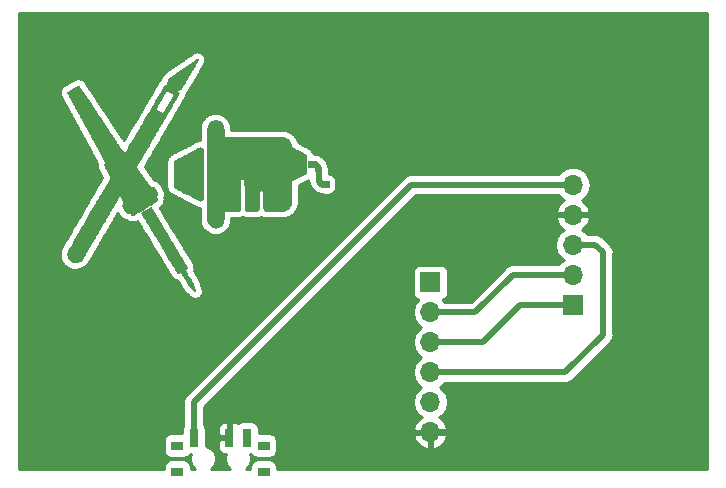
<source format=gbr>
G04 #@! TF.GenerationSoftware,KiCad,Pcbnew,(5.0.1-3-g963ef8bb5)*
G04 #@! TF.CreationDate,2019-02-10T00:29:52-05:00*
G04 #@! TF.ProjectId,glowtieProgrammer,676C6F7774696550726F6772616D6D65,rev?*
G04 #@! TF.SameCoordinates,Original*
G04 #@! TF.FileFunction,Copper,L1,Top,Signal*
G04 #@! TF.FilePolarity,Positive*
%FSLAX46Y46*%
G04 Gerber Fmt 4.6, Leading zero omitted, Abs format (unit mm)*
G04 Created by KiCad (PCBNEW (5.0.1-3-g963ef8bb5)) date Sunday, February 10, 2019 at 12:29:52 AM*
%MOMM*%
%LPD*%
G01*
G04 APERTURE LIST*
G04 #@! TA.AperFunction,EtchedComponent*
%ADD10C,0.010000*%
G04 #@! TD*
G04 #@! TA.AperFunction,ComponentPad*
%ADD11O,1.700000X1.700000*%
G04 #@! TD*
G04 #@! TA.AperFunction,ComponentPad*
%ADD12R,1.700000X1.700000*%
G04 #@! TD*
G04 #@! TA.AperFunction,SMDPad,CuDef*
%ADD13R,1.000000X0.800000*%
G04 #@! TD*
G04 #@! TA.AperFunction,SMDPad,CuDef*
%ADD14R,0.700000X1.500000*%
G04 #@! TD*
G04 #@! TA.AperFunction,Conductor*
%ADD15C,0.508000*%
G04 #@! TD*
G04 #@! TA.AperFunction,Conductor*
%ADD16C,0.254000*%
G04 #@! TD*
G04 APERTURE END LIST*
D10*
G04 #@! TO.C,G\002A\002A\002A*
G36*
X142856013Y-30067919D02*
X142837822Y-30102152D01*
X142808729Y-30154815D01*
X142769741Y-30224183D01*
X142721862Y-30308534D01*
X142666095Y-30406145D01*
X142603445Y-30515292D01*
X142534917Y-30634253D01*
X142461515Y-30761304D01*
X142384243Y-30894723D01*
X142304106Y-31032786D01*
X142222108Y-31173770D01*
X142139253Y-31315952D01*
X142056546Y-31457610D01*
X141974991Y-31597019D01*
X141895593Y-31732457D01*
X141819356Y-31862201D01*
X141747284Y-31984528D01*
X141680381Y-32097714D01*
X141619653Y-32200037D01*
X141566102Y-32289774D01*
X141520735Y-32365201D01*
X141484555Y-32424595D01*
X141458566Y-32466234D01*
X141443773Y-32488394D01*
X141441747Y-32490903D01*
X141396189Y-32530049D01*
X141332699Y-32571323D01*
X141258062Y-32610998D01*
X141179062Y-32645351D01*
X141127627Y-32663361D01*
X141079250Y-32679477D01*
X141041420Y-32694039D01*
X141019769Y-32704789D01*
X141016796Y-32707818D01*
X141026084Y-32718250D01*
X141052972Y-32737653D01*
X141092779Y-32762810D01*
X141120990Y-32779372D01*
X141182181Y-32815045D01*
X141223672Y-32841627D01*
X141248222Y-32861891D01*
X141258590Y-32878609D01*
X141257534Y-32894555D01*
X141250028Y-32909080D01*
X141230069Y-32941599D01*
X141200156Y-32991602D01*
X141161645Y-33056740D01*
X141115893Y-33134662D01*
X141064257Y-33223021D01*
X141008093Y-33319465D01*
X140948758Y-33421645D01*
X140887608Y-33527212D01*
X140826000Y-33633817D01*
X140765291Y-33739110D01*
X140706836Y-33840741D01*
X140651994Y-33936361D01*
X140602120Y-34023620D01*
X140558571Y-34100169D01*
X140522703Y-34163658D01*
X140495874Y-34211738D01*
X140479439Y-34242060D01*
X140474712Y-34251861D01*
X140465539Y-34272382D01*
X140445143Y-34311369D01*
X140415434Y-34365547D01*
X140378322Y-34431642D01*
X140335716Y-34506378D01*
X140289527Y-34586481D01*
X140241665Y-34668676D01*
X140194039Y-34749688D01*
X140148560Y-34826242D01*
X140107138Y-34895063D01*
X140071683Y-34952876D01*
X140044105Y-34996407D01*
X140026313Y-35022380D01*
X140022860Y-35026600D01*
X140003657Y-35051543D01*
X139976656Y-35091879D01*
X139946337Y-35140768D01*
X139931325Y-35166300D01*
X139902672Y-35215846D01*
X139863293Y-35283719D01*
X139815287Y-35366320D01*
X139760749Y-35460049D01*
X139701777Y-35561309D01*
X139640469Y-35666499D01*
X139578921Y-35772021D01*
X139519230Y-35874276D01*
X139463495Y-35969664D01*
X139413811Y-36054588D01*
X139394796Y-36087050D01*
X139366438Y-36135492D01*
X139327075Y-36202816D01*
X139278037Y-36286740D01*
X139220655Y-36384984D01*
X139156258Y-36495270D01*
X139086177Y-36615316D01*
X139011742Y-36742843D01*
X138934283Y-36875571D01*
X138855131Y-37011219D01*
X138775616Y-37147508D01*
X138697068Y-37282158D01*
X138620816Y-37412889D01*
X138548193Y-37537420D01*
X138480527Y-37653472D01*
X138419149Y-37758765D01*
X138365389Y-37851018D01*
X138320577Y-37927952D01*
X138286044Y-37987287D01*
X138264828Y-38023800D01*
X138226185Y-38090302D01*
X138180570Y-38168635D01*
X138129574Y-38256082D01*
X138074789Y-38349923D01*
X138017806Y-38447439D01*
X137960218Y-38545912D01*
X137903615Y-38642622D01*
X137849589Y-38734852D01*
X137799732Y-38819881D01*
X137755634Y-38894992D01*
X137718889Y-38957466D01*
X137691086Y-39004584D01*
X137673818Y-39033627D01*
X137670078Y-39039800D01*
X137650000Y-39079783D01*
X137644064Y-39116478D01*
X137653351Y-39155465D01*
X137678940Y-39202324D01*
X137710112Y-39246850D01*
X137744721Y-39294779D01*
X137787587Y-39355728D01*
X137832997Y-39421504D01*
X137871247Y-39477950D01*
X137916286Y-39544357D01*
X137969561Y-39621682D01*
X138024390Y-39700285D01*
X138073750Y-39770050D01*
X138124261Y-39841367D01*
X138180589Y-39921890D01*
X138235754Y-40001587D01*
X138281469Y-40068500D01*
X138328904Y-40138159D01*
X138384007Y-40218402D01*
X138439779Y-40299069D01*
X138487082Y-40366950D01*
X138535053Y-40435568D01*
X138587242Y-40510464D01*
X138637422Y-40582687D01*
X138679367Y-40643291D01*
X138680204Y-40644505D01*
X138716825Y-40696754D01*
X138750923Y-40743920D01*
X138778455Y-40780499D01*
X138794275Y-40799816D01*
X138813011Y-40817958D01*
X138830146Y-40823498D01*
X138855788Y-40817858D01*
X138875247Y-40811186D01*
X138958423Y-40793856D01*
X139038276Y-40801371D01*
X139081783Y-40816767D01*
X139099987Y-40826190D01*
X139116982Y-40838600D01*
X139134922Y-40856896D01*
X139155963Y-40883976D01*
X139182261Y-40922738D01*
X139215971Y-40976081D01*
X139259249Y-41046904D01*
X139286627Y-41092228D01*
X139335892Y-41174449D01*
X139373238Y-41238263D01*
X139400207Y-41286802D01*
X139418340Y-41323198D01*
X139429180Y-41350582D01*
X139434269Y-41372088D01*
X139435150Y-41390847D01*
X139435014Y-41393619D01*
X139421577Y-41464968D01*
X139388315Y-41530833D01*
X139351141Y-41577695D01*
X139304614Y-41629195D01*
X139356257Y-41714820D01*
X139384844Y-41765825D01*
X139400831Y-41805600D01*
X139407286Y-41842905D01*
X139407900Y-41862203D01*
X139397872Y-41935236D01*
X139368090Y-41993206D01*
X139348876Y-42013613D01*
X139344553Y-42017361D01*
X139339085Y-42021677D01*
X139331250Y-42027308D01*
X139319826Y-42035002D01*
X139303591Y-42045506D01*
X139281322Y-42059566D01*
X139251796Y-42077931D01*
X139213792Y-42101346D01*
X139166088Y-42130559D01*
X139107460Y-42166317D01*
X139036687Y-42209367D01*
X138952546Y-42260457D01*
X138853816Y-42320333D01*
X138739273Y-42389743D01*
X138607695Y-42469433D01*
X138457861Y-42560150D01*
X138288547Y-42662643D01*
X138130000Y-42758610D01*
X137984756Y-42846473D01*
X137859563Y-42922046D01*
X137752782Y-42986249D01*
X137662768Y-43040002D01*
X137587881Y-43084226D01*
X137526479Y-43119840D01*
X137476918Y-43147764D01*
X137437557Y-43168919D01*
X137406754Y-43184225D01*
X137382868Y-43194601D01*
X137364254Y-43200967D01*
X137349273Y-43204245D01*
X137336281Y-43205353D01*
X137332570Y-43205400D01*
X137268111Y-43197981D01*
X137214925Y-43173752D01*
X137168499Y-43129753D01*
X137129576Y-43072195D01*
X137097931Y-43021232D01*
X137073486Y-42991143D01*
X137053257Y-42979532D01*
X137034261Y-42984003D01*
X137026614Y-42989530D01*
X136997249Y-43001542D01*
X136952233Y-43006859D01*
X136900343Y-43005745D01*
X136850357Y-42998464D01*
X136811050Y-42985279D01*
X136806801Y-42982918D01*
X136784638Y-42962332D01*
X136753231Y-42923296D01*
X136715070Y-42869888D01*
X136672643Y-42806187D01*
X136628441Y-42736269D01*
X136584951Y-42664213D01*
X136544665Y-42594097D01*
X136510070Y-42529999D01*
X136483657Y-42475996D01*
X136467914Y-42436166D01*
X136464803Y-42422680D01*
X136467118Y-42352282D01*
X136492643Y-42288379D01*
X136537856Y-42232539D01*
X136565789Y-42201804D01*
X136584094Y-42175518D01*
X136588237Y-42164000D01*
X136582524Y-42147272D01*
X136566523Y-42112045D01*
X136542096Y-42062122D01*
X136511109Y-42001307D01*
X136475425Y-41933404D01*
X136473101Y-41929050D01*
X136432894Y-41853488D01*
X136392950Y-41777935D01*
X136356331Y-41708218D01*
X136326101Y-41650165D01*
X136307909Y-41614725D01*
X136283698Y-41570395D01*
X136261835Y-41536429D01*
X136245846Y-41518085D01*
X136241883Y-41516300D01*
X136232158Y-41526924D01*
X136211245Y-41557232D01*
X136180596Y-41604877D01*
X136141665Y-41667513D01*
X136095905Y-41742791D01*
X136044769Y-41828367D01*
X135989710Y-41921892D01*
X135972571Y-41951275D01*
X135913515Y-42052683D01*
X135855559Y-42152099D01*
X135800622Y-42246243D01*
X135750620Y-42331832D01*
X135707471Y-42405585D01*
X135673092Y-42464219D01*
X135649400Y-42504453D01*
X135647952Y-42506900D01*
X135628750Y-42539508D01*
X135598161Y-42591682D01*
X135557576Y-42661038D01*
X135508387Y-42745190D01*
X135451984Y-42841753D01*
X135389758Y-42948341D01*
X135323101Y-43062569D01*
X135253403Y-43182051D01*
X135182056Y-43304403D01*
X135110450Y-43427240D01*
X135039978Y-43548175D01*
X134972029Y-43664824D01*
X134907996Y-43774801D01*
X134849269Y-43875721D01*
X134797238Y-43965199D01*
X134753297Y-44040849D01*
X134740647Y-44062650D01*
X134700261Y-44132156D01*
X134651296Y-44216238D01*
X134598030Y-44307563D01*
X134544737Y-44398799D01*
X134499920Y-44475400D01*
X134447432Y-44565053D01*
X134388359Y-44666005D01*
X134327838Y-44769473D01*
X134271006Y-44866672D01*
X134232478Y-44932600D01*
X134182103Y-45018819D01*
X134124048Y-45118175D01*
X134063451Y-45221876D01*
X134005448Y-45321132D01*
X133965318Y-45389800D01*
X133913794Y-45478062D01*
X133856542Y-45576307D01*
X133798427Y-45676177D01*
X133744313Y-45769313D01*
X133706477Y-45834558D01*
X133599436Y-46019223D01*
X133504251Y-46183116D01*
X133420160Y-46327506D01*
X133346399Y-46453664D01*
X133282205Y-46562862D01*
X133226816Y-46656369D01*
X133179467Y-46735456D01*
X133139396Y-46801394D01*
X133105839Y-46855453D01*
X133078034Y-46898904D01*
X133055218Y-46933017D01*
X133036627Y-46959064D01*
X133021499Y-46978314D01*
X133015181Y-46985582D01*
X132936602Y-47055828D01*
X132836705Y-47117469D01*
X132718668Y-47168616D01*
X132691717Y-47177898D01*
X132634745Y-47194553D01*
X132580730Y-47204683D01*
X132519477Y-47209755D01*
X132461000Y-47211138D01*
X132349421Y-47206812D01*
X132255878Y-47190370D01*
X132175049Y-47159675D01*
X132101614Y-47112588D01*
X132030251Y-47046972D01*
X132017005Y-47032799D01*
X131943741Y-46935067D01*
X131886386Y-46820971D01*
X131846682Y-46695229D01*
X131826372Y-46562558D01*
X131824089Y-46510345D01*
X131823673Y-46475339D01*
X131823935Y-46443874D01*
X131825712Y-46414183D01*
X131829842Y-46384501D01*
X131837162Y-46353061D01*
X131848509Y-46318097D01*
X131864721Y-46277842D01*
X131886635Y-46230530D01*
X131915087Y-46174396D01*
X131950917Y-46107673D01*
X131994959Y-46028594D01*
X132048053Y-45935394D01*
X132111036Y-45826307D01*
X132184744Y-45699565D01*
X132270015Y-45553403D01*
X132311143Y-45482948D01*
X132556435Y-45062699D01*
X132789212Y-44663850D01*
X133009781Y-44285874D01*
X133218447Y-43928241D01*
X133415515Y-43590426D01*
X133601292Y-43271900D01*
X133776084Y-42972136D01*
X133940196Y-42690607D01*
X134093935Y-42426785D01*
X134237605Y-42180142D01*
X134371514Y-41950151D01*
X134495967Y-41736285D01*
X134611269Y-41538016D01*
X134717727Y-41354817D01*
X134815646Y-41186160D01*
X134905332Y-41031517D01*
X134987092Y-40890362D01*
X135061231Y-40762166D01*
X135128054Y-40646402D01*
X135187869Y-40542543D01*
X135240980Y-40450061D01*
X135287693Y-40368428D01*
X135328315Y-40297118D01*
X135363150Y-40235603D01*
X135392506Y-40183354D01*
X135416688Y-40139846D01*
X135436002Y-40104549D01*
X135450753Y-40076938D01*
X135461247Y-40056483D01*
X135467791Y-40042658D01*
X135470690Y-40034936D01*
X135470900Y-40033551D01*
X135465066Y-40012346D01*
X135448808Y-39972930D01*
X135423994Y-39919322D01*
X135392493Y-39855538D01*
X135356173Y-39785597D01*
X135351677Y-39777163D01*
X135310538Y-39699808D01*
X135269427Y-39621793D01*
X135231426Y-39549015D01*
X135199617Y-39487373D01*
X135178782Y-39446200D01*
X135152403Y-39394253D01*
X135117853Y-39327805D01*
X135079203Y-39254611D01*
X135040527Y-39182423D01*
X135032067Y-39166800D01*
X134998718Y-39103339D01*
X134969505Y-39043980D01*
X134946864Y-38993962D01*
X134933234Y-38958523D01*
X134930730Y-38948959D01*
X134932068Y-38895653D01*
X134951100Y-38842499D01*
X134983562Y-38799808D01*
X134996549Y-38789738D01*
X135018571Y-38769033D01*
X135026400Y-38750969D01*
X135020474Y-38733978D01*
X135004050Y-38698930D01*
X134979163Y-38649860D01*
X134947849Y-38590802D01*
X134919884Y-38539704D01*
X134881123Y-38469334D01*
X134843329Y-38399863D01*
X134809681Y-38337191D01*
X134783356Y-38287221D01*
X134772362Y-38265719D01*
X134753931Y-38230266D01*
X134725482Y-38177261D01*
X134689503Y-38111260D01*
X134648483Y-38036818D01*
X134604911Y-37958489D01*
X134588492Y-37929169D01*
X134544028Y-37849474D01*
X134500669Y-37770942D01*
X134461044Y-37698398D01*
X134427782Y-37636665D01*
X134403514Y-37590566D01*
X134397773Y-37579300D01*
X134377896Y-37540937D01*
X134348033Y-37484867D01*
X134310602Y-37415550D01*
X134268017Y-37337447D01*
X134222696Y-37255017D01*
X134194812Y-37204650D01*
X134146996Y-37118230D01*
X134098556Y-37030173D01*
X134052383Y-36945773D01*
X134011370Y-36870322D01*
X133978408Y-36809113D01*
X133965873Y-36785550D01*
X133933256Y-36724556D01*
X133892382Y-36649209D01*
X133847492Y-36567266D01*
X133802827Y-36486487D01*
X133781927Y-36449000D01*
X133737368Y-36368678D01*
X133689002Y-36280393D01*
X133641602Y-36192923D01*
X133599940Y-36115046D01*
X133585164Y-36087050D01*
X133546078Y-36013568D01*
X133499538Y-35927606D01*
X133450751Y-35838702D01*
X133404928Y-35756395D01*
X133394450Y-35737800D01*
X133350197Y-35658664D01*
X133301667Y-35570525D01*
X133254069Y-35482921D01*
X133212611Y-35405390D01*
X133203737Y-35388550D01*
X133165949Y-35317396D01*
X133120396Y-35232929D01*
X133071850Y-35143922D01*
X133025083Y-35059153D01*
X133006936Y-35026600D01*
X132962579Y-34946652D01*
X132911268Y-34853083D01*
X132857833Y-34754768D01*
X132807109Y-34660585D01*
X132778790Y-34607500D01*
X132736336Y-34528103D01*
X132692037Y-34446235D01*
X132649460Y-34368419D01*
X132612170Y-34301180D01*
X132587887Y-34258250D01*
X132551796Y-34194247D01*
X132509738Y-34117912D01*
X132467327Y-34039515D01*
X132435154Y-33978850D01*
X132405964Y-33923745D01*
X132367329Y-33851737D01*
X132322126Y-33768131D01*
X132273229Y-33678237D01*
X132223514Y-33587362D01*
X132194365Y-33534350D01*
X132121277Y-33401340D01*
X132053917Y-33278010D01*
X131993137Y-33165959D01*
X131939790Y-33066790D01*
X131894729Y-32982101D01*
X131858807Y-32913496D01*
X131832876Y-32862574D01*
X131817791Y-32830936D01*
X131814106Y-32820562D01*
X131819219Y-32801624D01*
X131825490Y-32785050D01*
X131838893Y-32772150D01*
X131871441Y-32748374D01*
X131920238Y-32715471D01*
X131982389Y-32675190D01*
X132055000Y-32629279D01*
X132135173Y-32579488D01*
X132220015Y-32527565D01*
X132306630Y-32475259D01*
X132392122Y-32424320D01*
X132473596Y-32376495D01*
X132548158Y-32333535D01*
X132612910Y-32297187D01*
X132664959Y-32269200D01*
X132701409Y-32251325D01*
X132719066Y-32245300D01*
X132750887Y-32251934D01*
X132768829Y-32262843D01*
X132778931Y-32276378D01*
X132801871Y-32309214D01*
X132836410Y-32359511D01*
X132881311Y-32425428D01*
X132935335Y-32505122D01*
X132997245Y-32596753D01*
X133065801Y-32698479D01*
X133139767Y-32808459D01*
X133217903Y-32924852D01*
X133298972Y-33045816D01*
X133381736Y-33169510D01*
X133464956Y-33294093D01*
X133547395Y-33417723D01*
X133627814Y-33538560D01*
X133704975Y-33654762D01*
X133718300Y-33674860D01*
X133814900Y-33820571D01*
X133898990Y-33947360D01*
X133972075Y-34057487D01*
X134035665Y-34153211D01*
X134091264Y-34236792D01*
X134140381Y-34310490D01*
X134184523Y-34376564D01*
X134225196Y-34437274D01*
X134263908Y-34494880D01*
X134302165Y-34551641D01*
X134341475Y-34609818D01*
X134366000Y-34646058D01*
X134458745Y-34783483D01*
X134563401Y-34939354D01*
X134678057Y-35110807D01*
X134800802Y-35294978D01*
X134929723Y-35489005D01*
X135062910Y-35690024D01*
X135064500Y-35692427D01*
X135107480Y-35757297D01*
X135160507Y-35837179D01*
X135222089Y-35929835D01*
X135290731Y-36033027D01*
X135364943Y-36144516D01*
X135443230Y-36262064D01*
X135524100Y-36383432D01*
X135606060Y-36506383D01*
X135687617Y-36628677D01*
X135767280Y-36748077D01*
X135843553Y-36862343D01*
X135914946Y-36969239D01*
X135979965Y-37066524D01*
X136037117Y-37151962D01*
X136084910Y-37223313D01*
X136121850Y-37278339D01*
X136146446Y-37314802D01*
X136149052Y-37318640D01*
X136181768Y-37366939D01*
X136224597Y-37430423D01*
X136273542Y-37503156D01*
X136324607Y-37579201D01*
X136367017Y-37642490D01*
X136415504Y-37713465D01*
X136457478Y-37772001D01*
X136491148Y-37815763D01*
X136514726Y-37842411D01*
X136525767Y-37849840D01*
X136549006Y-37845330D01*
X136584957Y-37837094D01*
X136597759Y-37833961D01*
X136642098Y-37827097D01*
X136681581Y-37833464D01*
X136703060Y-37841235D01*
X136735222Y-37852764D01*
X136755815Y-37857625D01*
X136759018Y-37857114D01*
X136766559Y-37845101D01*
X136784682Y-37814850D01*
X136811188Y-37770073D01*
X136843876Y-37714482D01*
X136870966Y-37668200D01*
X137079372Y-37311456D01*
X137275212Y-36976178D01*
X137458753Y-36661909D01*
X137630261Y-36368194D01*
X137790001Y-36094576D01*
X137938239Y-35840601D01*
X138075241Y-35605813D01*
X138201272Y-35389755D01*
X138316599Y-35191972D01*
X138421487Y-35012009D01*
X138516202Y-34849409D01*
X138601010Y-34703716D01*
X138676176Y-34574476D01*
X138741967Y-34461232D01*
X138798647Y-34363529D01*
X138846484Y-34280910D01*
X138848572Y-34277300D01*
X138897840Y-34192296D01*
X138955498Y-34093148D01*
X139017034Y-33987594D01*
X139077937Y-33883369D01*
X139133697Y-33788209D01*
X139141072Y-33775650D01*
X139206403Y-33664350D01*
X139277508Y-33543089D01*
X139352763Y-33414646D01*
X139430542Y-33281800D01*
X139509222Y-33147329D01*
X139587179Y-33014014D01*
X139662787Y-32884633D01*
X139734422Y-32761965D01*
X139800460Y-32648790D01*
X139859277Y-32547887D01*
X139909249Y-32462035D01*
X139948750Y-32394013D01*
X139963161Y-32369125D01*
X139999585Y-32307522D01*
X140032494Y-32254466D01*
X140059529Y-32213557D01*
X140078332Y-32188395D01*
X140085761Y-32182016D01*
X140103803Y-32188228D01*
X140135535Y-32204051D01*
X140163550Y-32219900D01*
X140199833Y-32240296D01*
X140199833Y-32635104D01*
X140190525Y-32646949D01*
X140170033Y-32678354D01*
X140139811Y-32726848D01*
X140101313Y-32789957D01*
X140055993Y-32865209D01*
X140005303Y-32950131D01*
X139950697Y-33042250D01*
X139893630Y-33139094D01*
X139835554Y-33238191D01*
X139777923Y-33337067D01*
X139722190Y-33433251D01*
X139669810Y-33524269D01*
X139622236Y-33607648D01*
X139580920Y-33680917D01*
X139547318Y-33741603D01*
X139525615Y-33782000D01*
X139492089Y-33843980D01*
X139450940Y-33917230D01*
X139408003Y-33991477D01*
X139377706Y-34042350D01*
X139345938Y-34097088D01*
X139320173Y-34145864D01*
X139302862Y-34183707D01*
X139296459Y-34205644D01*
X139296528Y-34206889D01*
X139305714Y-34219942D01*
X139331537Y-34241043D01*
X139375234Y-34271013D01*
X139438047Y-34310672D01*
X139521215Y-34360844D01*
X139590501Y-34401660D01*
X139679627Y-34453520D01*
X139749486Y-34493431D01*
X139802531Y-34522608D01*
X139841215Y-34542267D01*
X139867994Y-34553622D01*
X139885321Y-34557890D01*
X139895650Y-34556285D01*
X139898469Y-34554174D01*
X139903786Y-34547902D01*
X139911801Y-34536662D01*
X139923301Y-34519128D01*
X139939073Y-34493972D01*
X139959904Y-34459868D01*
X139986582Y-34415489D01*
X140019895Y-34359506D01*
X140060628Y-34290594D01*
X140109570Y-34207426D01*
X140167508Y-34108674D01*
X140235230Y-33993011D01*
X140313522Y-33859110D01*
X140403171Y-33705644D01*
X140483606Y-33567878D01*
X140568405Y-33422009D01*
X140640054Y-33297444D01*
X140698729Y-33193863D01*
X140744606Y-33110946D01*
X140777861Y-33048374D01*
X140798669Y-33005825D01*
X140807206Y-32982980D01*
X140806942Y-32978861D01*
X140789109Y-32965642D01*
X140753626Y-32942985D01*
X140704008Y-32912880D01*
X140643770Y-32877316D01*
X140576426Y-32838285D01*
X140505492Y-32797776D01*
X140434483Y-32757780D01*
X140366912Y-32720287D01*
X140306296Y-32687286D01*
X140256149Y-32660769D01*
X140219986Y-32642725D01*
X140201322Y-32635144D01*
X140199833Y-32635104D01*
X140199833Y-32240296D01*
X140209594Y-32245784D01*
X140238024Y-32256298D01*
X140252234Y-32250349D01*
X140255618Y-32226846D01*
X140252403Y-32191325D01*
X140249881Y-32111672D01*
X140259544Y-32024660D01*
X140279641Y-31934565D01*
X140308422Y-31845664D01*
X140344140Y-31762237D01*
X140385043Y-31688561D01*
X140429382Y-31628914D01*
X140475409Y-31587574D01*
X140505469Y-31572523D01*
X140540472Y-31554846D01*
X140566306Y-31531464D01*
X140567295Y-31530020D01*
X140584395Y-31512647D01*
X140618219Y-31484915D01*
X140664216Y-31450345D01*
X140717835Y-31412456D01*
X140730260Y-31403986D01*
X140790049Y-31363354D01*
X140848517Y-31323363D01*
X140899269Y-31288401D01*
X140935914Y-31262859D01*
X140938250Y-31261208D01*
X140972106Y-31237547D01*
X141021159Y-31203653D01*
X141079577Y-31163538D01*
X141141527Y-31121215D01*
X141160500Y-31108299D01*
X141219996Y-31067747D01*
X141294463Y-31016856D01*
X141377955Y-30959699D01*
X141464525Y-30900346D01*
X141548228Y-30842868D01*
X141566900Y-30830031D01*
X141647358Y-30774739D01*
X141730490Y-30717672D01*
X141810792Y-30662602D01*
X141882760Y-30613305D01*
X141940892Y-30573553D01*
X141954250Y-30564434D01*
X142020453Y-30519186D01*
X142092484Y-30469813D01*
X142160873Y-30422814D01*
X142208250Y-30390149D01*
X142266332Y-30350094D01*
X142335937Y-30302211D01*
X142407615Y-30252999D01*
X142462250Y-30215564D01*
X142518225Y-30177252D01*
X142570188Y-30141674D01*
X142612678Y-30112569D01*
X142640236Y-30093677D01*
X142642031Y-30092445D01*
X142677203Y-30067173D01*
X142718151Y-30036235D01*
X142732758Y-30024813D01*
X142765490Y-30001600D01*
X142792498Y-29987116D01*
X142801835Y-29984700D01*
X142827069Y-29995263D01*
X142850088Y-30020188D01*
X142862015Y-30049323D01*
X142862301Y-30053837D01*
X142856013Y-30067919D01*
X142856013Y-30067919D01*
G37*
X142856013Y-30067919D02*
X142837822Y-30102152D01*
X142808729Y-30154815D01*
X142769741Y-30224183D01*
X142721862Y-30308534D01*
X142666095Y-30406145D01*
X142603445Y-30515292D01*
X142534917Y-30634253D01*
X142461515Y-30761304D01*
X142384243Y-30894723D01*
X142304106Y-31032786D01*
X142222108Y-31173770D01*
X142139253Y-31315952D01*
X142056546Y-31457610D01*
X141974991Y-31597019D01*
X141895593Y-31732457D01*
X141819356Y-31862201D01*
X141747284Y-31984528D01*
X141680381Y-32097714D01*
X141619653Y-32200037D01*
X141566102Y-32289774D01*
X141520735Y-32365201D01*
X141484555Y-32424595D01*
X141458566Y-32466234D01*
X141443773Y-32488394D01*
X141441747Y-32490903D01*
X141396189Y-32530049D01*
X141332699Y-32571323D01*
X141258062Y-32610998D01*
X141179062Y-32645351D01*
X141127627Y-32663361D01*
X141079250Y-32679477D01*
X141041420Y-32694039D01*
X141019769Y-32704789D01*
X141016796Y-32707818D01*
X141026084Y-32718250D01*
X141052972Y-32737653D01*
X141092779Y-32762810D01*
X141120990Y-32779372D01*
X141182181Y-32815045D01*
X141223672Y-32841627D01*
X141248222Y-32861891D01*
X141258590Y-32878609D01*
X141257534Y-32894555D01*
X141250028Y-32909080D01*
X141230069Y-32941599D01*
X141200156Y-32991602D01*
X141161645Y-33056740D01*
X141115893Y-33134662D01*
X141064257Y-33223021D01*
X141008093Y-33319465D01*
X140948758Y-33421645D01*
X140887608Y-33527212D01*
X140826000Y-33633817D01*
X140765291Y-33739110D01*
X140706836Y-33840741D01*
X140651994Y-33936361D01*
X140602120Y-34023620D01*
X140558571Y-34100169D01*
X140522703Y-34163658D01*
X140495874Y-34211738D01*
X140479439Y-34242060D01*
X140474712Y-34251861D01*
X140465539Y-34272382D01*
X140445143Y-34311369D01*
X140415434Y-34365547D01*
X140378322Y-34431642D01*
X140335716Y-34506378D01*
X140289527Y-34586481D01*
X140241665Y-34668676D01*
X140194039Y-34749688D01*
X140148560Y-34826242D01*
X140107138Y-34895063D01*
X140071683Y-34952876D01*
X140044105Y-34996407D01*
X140026313Y-35022380D01*
X140022860Y-35026600D01*
X140003657Y-35051543D01*
X139976656Y-35091879D01*
X139946337Y-35140768D01*
X139931325Y-35166300D01*
X139902672Y-35215846D01*
X139863293Y-35283719D01*
X139815287Y-35366320D01*
X139760749Y-35460049D01*
X139701777Y-35561309D01*
X139640469Y-35666499D01*
X139578921Y-35772021D01*
X139519230Y-35874276D01*
X139463495Y-35969664D01*
X139413811Y-36054588D01*
X139394796Y-36087050D01*
X139366438Y-36135492D01*
X139327075Y-36202816D01*
X139278037Y-36286740D01*
X139220655Y-36384984D01*
X139156258Y-36495270D01*
X139086177Y-36615316D01*
X139011742Y-36742843D01*
X138934283Y-36875571D01*
X138855131Y-37011219D01*
X138775616Y-37147508D01*
X138697068Y-37282158D01*
X138620816Y-37412889D01*
X138548193Y-37537420D01*
X138480527Y-37653472D01*
X138419149Y-37758765D01*
X138365389Y-37851018D01*
X138320577Y-37927952D01*
X138286044Y-37987287D01*
X138264828Y-38023800D01*
X138226185Y-38090302D01*
X138180570Y-38168635D01*
X138129574Y-38256082D01*
X138074789Y-38349923D01*
X138017806Y-38447439D01*
X137960218Y-38545912D01*
X137903615Y-38642622D01*
X137849589Y-38734852D01*
X137799732Y-38819881D01*
X137755634Y-38894992D01*
X137718889Y-38957466D01*
X137691086Y-39004584D01*
X137673818Y-39033627D01*
X137670078Y-39039800D01*
X137650000Y-39079783D01*
X137644064Y-39116478D01*
X137653351Y-39155465D01*
X137678940Y-39202324D01*
X137710112Y-39246850D01*
X137744721Y-39294779D01*
X137787587Y-39355728D01*
X137832997Y-39421504D01*
X137871247Y-39477950D01*
X137916286Y-39544357D01*
X137969561Y-39621682D01*
X138024390Y-39700285D01*
X138073750Y-39770050D01*
X138124261Y-39841367D01*
X138180589Y-39921890D01*
X138235754Y-40001587D01*
X138281469Y-40068500D01*
X138328904Y-40138159D01*
X138384007Y-40218402D01*
X138439779Y-40299069D01*
X138487082Y-40366950D01*
X138535053Y-40435568D01*
X138587242Y-40510464D01*
X138637422Y-40582687D01*
X138679367Y-40643291D01*
X138680204Y-40644505D01*
X138716825Y-40696754D01*
X138750923Y-40743920D01*
X138778455Y-40780499D01*
X138794275Y-40799816D01*
X138813011Y-40817958D01*
X138830146Y-40823498D01*
X138855788Y-40817858D01*
X138875247Y-40811186D01*
X138958423Y-40793856D01*
X139038276Y-40801371D01*
X139081783Y-40816767D01*
X139099987Y-40826190D01*
X139116982Y-40838600D01*
X139134922Y-40856896D01*
X139155963Y-40883976D01*
X139182261Y-40922738D01*
X139215971Y-40976081D01*
X139259249Y-41046904D01*
X139286627Y-41092228D01*
X139335892Y-41174449D01*
X139373238Y-41238263D01*
X139400207Y-41286802D01*
X139418340Y-41323198D01*
X139429180Y-41350582D01*
X139434269Y-41372088D01*
X139435150Y-41390847D01*
X139435014Y-41393619D01*
X139421577Y-41464968D01*
X139388315Y-41530833D01*
X139351141Y-41577695D01*
X139304614Y-41629195D01*
X139356257Y-41714820D01*
X139384844Y-41765825D01*
X139400831Y-41805600D01*
X139407286Y-41842905D01*
X139407900Y-41862203D01*
X139397872Y-41935236D01*
X139368090Y-41993206D01*
X139348876Y-42013613D01*
X139344553Y-42017361D01*
X139339085Y-42021677D01*
X139331250Y-42027308D01*
X139319826Y-42035002D01*
X139303591Y-42045506D01*
X139281322Y-42059566D01*
X139251796Y-42077931D01*
X139213792Y-42101346D01*
X139166088Y-42130559D01*
X139107460Y-42166317D01*
X139036687Y-42209367D01*
X138952546Y-42260457D01*
X138853816Y-42320333D01*
X138739273Y-42389743D01*
X138607695Y-42469433D01*
X138457861Y-42560150D01*
X138288547Y-42662643D01*
X138130000Y-42758610D01*
X137984756Y-42846473D01*
X137859563Y-42922046D01*
X137752782Y-42986249D01*
X137662768Y-43040002D01*
X137587881Y-43084226D01*
X137526479Y-43119840D01*
X137476918Y-43147764D01*
X137437557Y-43168919D01*
X137406754Y-43184225D01*
X137382868Y-43194601D01*
X137364254Y-43200967D01*
X137349273Y-43204245D01*
X137336281Y-43205353D01*
X137332570Y-43205400D01*
X137268111Y-43197981D01*
X137214925Y-43173752D01*
X137168499Y-43129753D01*
X137129576Y-43072195D01*
X137097931Y-43021232D01*
X137073486Y-42991143D01*
X137053257Y-42979532D01*
X137034261Y-42984003D01*
X137026614Y-42989530D01*
X136997249Y-43001542D01*
X136952233Y-43006859D01*
X136900343Y-43005745D01*
X136850357Y-42998464D01*
X136811050Y-42985279D01*
X136806801Y-42982918D01*
X136784638Y-42962332D01*
X136753231Y-42923296D01*
X136715070Y-42869888D01*
X136672643Y-42806187D01*
X136628441Y-42736269D01*
X136584951Y-42664213D01*
X136544665Y-42594097D01*
X136510070Y-42529999D01*
X136483657Y-42475996D01*
X136467914Y-42436166D01*
X136464803Y-42422680D01*
X136467118Y-42352282D01*
X136492643Y-42288379D01*
X136537856Y-42232539D01*
X136565789Y-42201804D01*
X136584094Y-42175518D01*
X136588237Y-42164000D01*
X136582524Y-42147272D01*
X136566523Y-42112045D01*
X136542096Y-42062122D01*
X136511109Y-42001307D01*
X136475425Y-41933404D01*
X136473101Y-41929050D01*
X136432894Y-41853488D01*
X136392950Y-41777935D01*
X136356331Y-41708218D01*
X136326101Y-41650165D01*
X136307909Y-41614725D01*
X136283698Y-41570395D01*
X136261835Y-41536429D01*
X136245846Y-41518085D01*
X136241883Y-41516300D01*
X136232158Y-41526924D01*
X136211245Y-41557232D01*
X136180596Y-41604877D01*
X136141665Y-41667513D01*
X136095905Y-41742791D01*
X136044769Y-41828367D01*
X135989710Y-41921892D01*
X135972571Y-41951275D01*
X135913515Y-42052683D01*
X135855559Y-42152099D01*
X135800622Y-42246243D01*
X135750620Y-42331832D01*
X135707471Y-42405585D01*
X135673092Y-42464219D01*
X135649400Y-42504453D01*
X135647952Y-42506900D01*
X135628750Y-42539508D01*
X135598161Y-42591682D01*
X135557576Y-42661038D01*
X135508387Y-42745190D01*
X135451984Y-42841753D01*
X135389758Y-42948341D01*
X135323101Y-43062569D01*
X135253403Y-43182051D01*
X135182056Y-43304403D01*
X135110450Y-43427240D01*
X135039978Y-43548175D01*
X134972029Y-43664824D01*
X134907996Y-43774801D01*
X134849269Y-43875721D01*
X134797238Y-43965199D01*
X134753297Y-44040849D01*
X134740647Y-44062650D01*
X134700261Y-44132156D01*
X134651296Y-44216238D01*
X134598030Y-44307563D01*
X134544737Y-44398799D01*
X134499920Y-44475400D01*
X134447432Y-44565053D01*
X134388359Y-44666005D01*
X134327838Y-44769473D01*
X134271006Y-44866672D01*
X134232478Y-44932600D01*
X134182103Y-45018819D01*
X134124048Y-45118175D01*
X134063451Y-45221876D01*
X134005448Y-45321132D01*
X133965318Y-45389800D01*
X133913794Y-45478062D01*
X133856542Y-45576307D01*
X133798427Y-45676177D01*
X133744313Y-45769313D01*
X133706477Y-45834558D01*
X133599436Y-46019223D01*
X133504251Y-46183116D01*
X133420160Y-46327506D01*
X133346399Y-46453664D01*
X133282205Y-46562862D01*
X133226816Y-46656369D01*
X133179467Y-46735456D01*
X133139396Y-46801394D01*
X133105839Y-46855453D01*
X133078034Y-46898904D01*
X133055218Y-46933017D01*
X133036627Y-46959064D01*
X133021499Y-46978314D01*
X133015181Y-46985582D01*
X132936602Y-47055828D01*
X132836705Y-47117469D01*
X132718668Y-47168616D01*
X132691717Y-47177898D01*
X132634745Y-47194553D01*
X132580730Y-47204683D01*
X132519477Y-47209755D01*
X132461000Y-47211138D01*
X132349421Y-47206812D01*
X132255878Y-47190370D01*
X132175049Y-47159675D01*
X132101614Y-47112588D01*
X132030251Y-47046972D01*
X132017005Y-47032799D01*
X131943741Y-46935067D01*
X131886386Y-46820971D01*
X131846682Y-46695229D01*
X131826372Y-46562558D01*
X131824089Y-46510345D01*
X131823673Y-46475339D01*
X131823935Y-46443874D01*
X131825712Y-46414183D01*
X131829842Y-46384501D01*
X131837162Y-46353061D01*
X131848509Y-46318097D01*
X131864721Y-46277842D01*
X131886635Y-46230530D01*
X131915087Y-46174396D01*
X131950917Y-46107673D01*
X131994959Y-46028594D01*
X132048053Y-45935394D01*
X132111036Y-45826307D01*
X132184744Y-45699565D01*
X132270015Y-45553403D01*
X132311143Y-45482948D01*
X132556435Y-45062699D01*
X132789212Y-44663850D01*
X133009781Y-44285874D01*
X133218447Y-43928241D01*
X133415515Y-43590426D01*
X133601292Y-43271900D01*
X133776084Y-42972136D01*
X133940196Y-42690607D01*
X134093935Y-42426785D01*
X134237605Y-42180142D01*
X134371514Y-41950151D01*
X134495967Y-41736285D01*
X134611269Y-41538016D01*
X134717727Y-41354817D01*
X134815646Y-41186160D01*
X134905332Y-41031517D01*
X134987092Y-40890362D01*
X135061231Y-40762166D01*
X135128054Y-40646402D01*
X135187869Y-40542543D01*
X135240980Y-40450061D01*
X135287693Y-40368428D01*
X135328315Y-40297118D01*
X135363150Y-40235603D01*
X135392506Y-40183354D01*
X135416688Y-40139846D01*
X135436002Y-40104549D01*
X135450753Y-40076938D01*
X135461247Y-40056483D01*
X135467791Y-40042658D01*
X135470690Y-40034936D01*
X135470900Y-40033551D01*
X135465066Y-40012346D01*
X135448808Y-39972930D01*
X135423994Y-39919322D01*
X135392493Y-39855538D01*
X135356173Y-39785597D01*
X135351677Y-39777163D01*
X135310538Y-39699808D01*
X135269427Y-39621793D01*
X135231426Y-39549015D01*
X135199617Y-39487373D01*
X135178782Y-39446200D01*
X135152403Y-39394253D01*
X135117853Y-39327805D01*
X135079203Y-39254611D01*
X135040527Y-39182423D01*
X135032067Y-39166800D01*
X134998718Y-39103339D01*
X134969505Y-39043980D01*
X134946864Y-38993962D01*
X134933234Y-38958523D01*
X134930730Y-38948959D01*
X134932068Y-38895653D01*
X134951100Y-38842499D01*
X134983562Y-38799808D01*
X134996549Y-38789738D01*
X135018571Y-38769033D01*
X135026400Y-38750969D01*
X135020474Y-38733978D01*
X135004050Y-38698930D01*
X134979163Y-38649860D01*
X134947849Y-38590802D01*
X134919884Y-38539704D01*
X134881123Y-38469334D01*
X134843329Y-38399863D01*
X134809681Y-38337191D01*
X134783356Y-38287221D01*
X134772362Y-38265719D01*
X134753931Y-38230266D01*
X134725482Y-38177261D01*
X134689503Y-38111260D01*
X134648483Y-38036818D01*
X134604911Y-37958489D01*
X134588492Y-37929169D01*
X134544028Y-37849474D01*
X134500669Y-37770942D01*
X134461044Y-37698398D01*
X134427782Y-37636665D01*
X134403514Y-37590566D01*
X134397773Y-37579300D01*
X134377896Y-37540937D01*
X134348033Y-37484867D01*
X134310602Y-37415550D01*
X134268017Y-37337447D01*
X134222696Y-37255017D01*
X134194812Y-37204650D01*
X134146996Y-37118230D01*
X134098556Y-37030173D01*
X134052383Y-36945773D01*
X134011370Y-36870322D01*
X133978408Y-36809113D01*
X133965873Y-36785550D01*
X133933256Y-36724556D01*
X133892382Y-36649209D01*
X133847492Y-36567266D01*
X133802827Y-36486487D01*
X133781927Y-36449000D01*
X133737368Y-36368678D01*
X133689002Y-36280393D01*
X133641602Y-36192923D01*
X133599940Y-36115046D01*
X133585164Y-36087050D01*
X133546078Y-36013568D01*
X133499538Y-35927606D01*
X133450751Y-35838702D01*
X133404928Y-35756395D01*
X133394450Y-35737800D01*
X133350197Y-35658664D01*
X133301667Y-35570525D01*
X133254069Y-35482921D01*
X133212611Y-35405390D01*
X133203737Y-35388550D01*
X133165949Y-35317396D01*
X133120396Y-35232929D01*
X133071850Y-35143922D01*
X133025083Y-35059153D01*
X133006936Y-35026600D01*
X132962579Y-34946652D01*
X132911268Y-34853083D01*
X132857833Y-34754768D01*
X132807109Y-34660585D01*
X132778790Y-34607500D01*
X132736336Y-34528103D01*
X132692037Y-34446235D01*
X132649460Y-34368419D01*
X132612170Y-34301180D01*
X132587887Y-34258250D01*
X132551796Y-34194247D01*
X132509738Y-34117912D01*
X132467327Y-34039515D01*
X132435154Y-33978850D01*
X132405964Y-33923745D01*
X132367329Y-33851737D01*
X132322126Y-33768131D01*
X132273229Y-33678237D01*
X132223514Y-33587362D01*
X132194365Y-33534350D01*
X132121277Y-33401340D01*
X132053917Y-33278010D01*
X131993137Y-33165959D01*
X131939790Y-33066790D01*
X131894729Y-32982101D01*
X131858807Y-32913496D01*
X131832876Y-32862574D01*
X131817791Y-32830936D01*
X131814106Y-32820562D01*
X131819219Y-32801624D01*
X131825490Y-32785050D01*
X131838893Y-32772150D01*
X131871441Y-32748374D01*
X131920238Y-32715471D01*
X131982389Y-32675190D01*
X132055000Y-32629279D01*
X132135173Y-32579488D01*
X132220015Y-32527565D01*
X132306630Y-32475259D01*
X132392122Y-32424320D01*
X132473596Y-32376495D01*
X132548158Y-32333535D01*
X132612910Y-32297187D01*
X132664959Y-32269200D01*
X132701409Y-32251325D01*
X132719066Y-32245300D01*
X132750887Y-32251934D01*
X132768829Y-32262843D01*
X132778931Y-32276378D01*
X132801871Y-32309214D01*
X132836410Y-32359511D01*
X132881311Y-32425428D01*
X132935335Y-32505122D01*
X132997245Y-32596753D01*
X133065801Y-32698479D01*
X133139767Y-32808459D01*
X133217903Y-32924852D01*
X133298972Y-33045816D01*
X133381736Y-33169510D01*
X133464956Y-33294093D01*
X133547395Y-33417723D01*
X133627814Y-33538560D01*
X133704975Y-33654762D01*
X133718300Y-33674860D01*
X133814900Y-33820571D01*
X133898990Y-33947360D01*
X133972075Y-34057487D01*
X134035665Y-34153211D01*
X134091264Y-34236792D01*
X134140381Y-34310490D01*
X134184523Y-34376564D01*
X134225196Y-34437274D01*
X134263908Y-34494880D01*
X134302165Y-34551641D01*
X134341475Y-34609818D01*
X134366000Y-34646058D01*
X134458745Y-34783483D01*
X134563401Y-34939354D01*
X134678057Y-35110807D01*
X134800802Y-35294978D01*
X134929723Y-35489005D01*
X135062910Y-35690024D01*
X135064500Y-35692427D01*
X135107480Y-35757297D01*
X135160507Y-35837179D01*
X135222089Y-35929835D01*
X135290731Y-36033027D01*
X135364943Y-36144516D01*
X135443230Y-36262064D01*
X135524100Y-36383432D01*
X135606060Y-36506383D01*
X135687617Y-36628677D01*
X135767280Y-36748077D01*
X135843553Y-36862343D01*
X135914946Y-36969239D01*
X135979965Y-37066524D01*
X136037117Y-37151962D01*
X136084910Y-37223313D01*
X136121850Y-37278339D01*
X136146446Y-37314802D01*
X136149052Y-37318640D01*
X136181768Y-37366939D01*
X136224597Y-37430423D01*
X136273542Y-37503156D01*
X136324607Y-37579201D01*
X136367017Y-37642490D01*
X136415504Y-37713465D01*
X136457478Y-37772001D01*
X136491148Y-37815763D01*
X136514726Y-37842411D01*
X136525767Y-37849840D01*
X136549006Y-37845330D01*
X136584957Y-37837094D01*
X136597759Y-37833961D01*
X136642098Y-37827097D01*
X136681581Y-37833464D01*
X136703060Y-37841235D01*
X136735222Y-37852764D01*
X136755815Y-37857625D01*
X136759018Y-37857114D01*
X136766559Y-37845101D01*
X136784682Y-37814850D01*
X136811188Y-37770073D01*
X136843876Y-37714482D01*
X136870966Y-37668200D01*
X137079372Y-37311456D01*
X137275212Y-36976178D01*
X137458753Y-36661909D01*
X137630261Y-36368194D01*
X137790001Y-36094576D01*
X137938239Y-35840601D01*
X138075241Y-35605813D01*
X138201272Y-35389755D01*
X138316599Y-35191972D01*
X138421487Y-35012009D01*
X138516202Y-34849409D01*
X138601010Y-34703716D01*
X138676176Y-34574476D01*
X138741967Y-34461232D01*
X138798647Y-34363529D01*
X138846484Y-34280910D01*
X138848572Y-34277300D01*
X138897840Y-34192296D01*
X138955498Y-34093148D01*
X139017034Y-33987594D01*
X139077937Y-33883369D01*
X139133697Y-33788209D01*
X139141072Y-33775650D01*
X139206403Y-33664350D01*
X139277508Y-33543089D01*
X139352763Y-33414646D01*
X139430542Y-33281800D01*
X139509222Y-33147329D01*
X139587179Y-33014014D01*
X139662787Y-32884633D01*
X139734422Y-32761965D01*
X139800460Y-32648790D01*
X139859277Y-32547887D01*
X139909249Y-32462035D01*
X139948750Y-32394013D01*
X139963161Y-32369125D01*
X139999585Y-32307522D01*
X140032494Y-32254466D01*
X140059529Y-32213557D01*
X140078332Y-32188395D01*
X140085761Y-32182016D01*
X140103803Y-32188228D01*
X140135535Y-32204051D01*
X140163550Y-32219900D01*
X140199833Y-32240296D01*
X140199833Y-32635104D01*
X140190525Y-32646949D01*
X140170033Y-32678354D01*
X140139811Y-32726848D01*
X140101313Y-32789957D01*
X140055993Y-32865209D01*
X140005303Y-32950131D01*
X139950697Y-33042250D01*
X139893630Y-33139094D01*
X139835554Y-33238191D01*
X139777923Y-33337067D01*
X139722190Y-33433251D01*
X139669810Y-33524269D01*
X139622236Y-33607648D01*
X139580920Y-33680917D01*
X139547318Y-33741603D01*
X139525615Y-33782000D01*
X139492089Y-33843980D01*
X139450940Y-33917230D01*
X139408003Y-33991477D01*
X139377706Y-34042350D01*
X139345938Y-34097088D01*
X139320173Y-34145864D01*
X139302862Y-34183707D01*
X139296459Y-34205644D01*
X139296528Y-34206889D01*
X139305714Y-34219942D01*
X139331537Y-34241043D01*
X139375234Y-34271013D01*
X139438047Y-34310672D01*
X139521215Y-34360844D01*
X139590501Y-34401660D01*
X139679627Y-34453520D01*
X139749486Y-34493431D01*
X139802531Y-34522608D01*
X139841215Y-34542267D01*
X139867994Y-34553622D01*
X139885321Y-34557890D01*
X139895650Y-34556285D01*
X139898469Y-34554174D01*
X139903786Y-34547902D01*
X139911801Y-34536662D01*
X139923301Y-34519128D01*
X139939073Y-34493972D01*
X139959904Y-34459868D01*
X139986582Y-34415489D01*
X140019895Y-34359506D01*
X140060628Y-34290594D01*
X140109570Y-34207426D01*
X140167508Y-34108674D01*
X140235230Y-33993011D01*
X140313522Y-33859110D01*
X140403171Y-33705644D01*
X140483606Y-33567878D01*
X140568405Y-33422009D01*
X140640054Y-33297444D01*
X140698729Y-33193863D01*
X140744606Y-33110946D01*
X140777861Y-33048374D01*
X140798669Y-33005825D01*
X140807206Y-32982980D01*
X140806942Y-32978861D01*
X140789109Y-32965642D01*
X140753626Y-32942985D01*
X140704008Y-32912880D01*
X140643770Y-32877316D01*
X140576426Y-32838285D01*
X140505492Y-32797776D01*
X140434483Y-32757780D01*
X140366912Y-32720287D01*
X140306296Y-32687286D01*
X140256149Y-32660769D01*
X140219986Y-32642725D01*
X140201322Y-32635144D01*
X140199833Y-32635104D01*
X140199833Y-32240296D01*
X140209594Y-32245784D01*
X140238024Y-32256298D01*
X140252234Y-32250349D01*
X140255618Y-32226846D01*
X140252403Y-32191325D01*
X140249881Y-32111672D01*
X140259544Y-32024660D01*
X140279641Y-31934565D01*
X140308422Y-31845664D01*
X140344140Y-31762237D01*
X140385043Y-31688561D01*
X140429382Y-31628914D01*
X140475409Y-31587574D01*
X140505469Y-31572523D01*
X140540472Y-31554846D01*
X140566306Y-31531464D01*
X140567295Y-31530020D01*
X140584395Y-31512647D01*
X140618219Y-31484915D01*
X140664216Y-31450345D01*
X140717835Y-31412456D01*
X140730260Y-31403986D01*
X140790049Y-31363354D01*
X140848517Y-31323363D01*
X140899269Y-31288401D01*
X140935914Y-31262859D01*
X140938250Y-31261208D01*
X140972106Y-31237547D01*
X141021159Y-31203653D01*
X141079577Y-31163538D01*
X141141527Y-31121215D01*
X141160500Y-31108299D01*
X141219996Y-31067747D01*
X141294463Y-31016856D01*
X141377955Y-30959699D01*
X141464525Y-30900346D01*
X141548228Y-30842868D01*
X141566900Y-30830031D01*
X141647358Y-30774739D01*
X141730490Y-30717672D01*
X141810792Y-30662602D01*
X141882760Y-30613305D01*
X141940892Y-30573553D01*
X141954250Y-30564434D01*
X142020453Y-30519186D01*
X142092484Y-30469813D01*
X142160873Y-30422814D01*
X142208250Y-30390149D01*
X142266332Y-30350094D01*
X142335937Y-30302211D01*
X142407615Y-30252999D01*
X142462250Y-30215564D01*
X142518225Y-30177252D01*
X142570188Y-30141674D01*
X142612678Y-30112569D01*
X142640236Y-30093677D01*
X142642031Y-30092445D01*
X142677203Y-30067173D01*
X142718151Y-30036235D01*
X142732758Y-30024813D01*
X142765490Y-30001600D01*
X142792498Y-29987116D01*
X142801835Y-29984700D01*
X142827069Y-29995263D01*
X142850088Y-30020188D01*
X142862015Y-30049323D01*
X142862301Y-30053837D01*
X142856013Y-30067919D01*
G36*
X142650055Y-49665713D02*
X142638671Y-49668094D01*
X142616588Y-49656217D01*
X142582417Y-49629314D01*
X142534767Y-49586616D01*
X142472249Y-49527355D01*
X142393473Y-49450762D01*
X142386505Y-49443940D01*
X142162502Y-49224530D01*
X141987798Y-48935940D01*
X141930882Y-48841918D01*
X141865120Y-48733274D01*
X141794814Y-48617120D01*
X141724267Y-48500563D01*
X141657784Y-48390715D01*
X141619027Y-48326675D01*
X141569512Y-48245557D01*
X141523786Y-48171981D01*
X141483590Y-48108640D01*
X141450661Y-48058229D01*
X141426739Y-48023440D01*
X141413564Y-48006967D01*
X141411969Y-48006000D01*
X141396094Y-48012215D01*
X141364058Y-48028918D01*
X141321277Y-48053199D01*
X141293706Y-48069587D01*
X141246744Y-48096277D01*
X141206671Y-48115976D01*
X141179107Y-48126077D01*
X141171073Y-48126513D01*
X141160535Y-48114389D01*
X141138655Y-48083063D01*
X141107107Y-48035147D01*
X141067566Y-47973248D01*
X141021705Y-47899978D01*
X140971200Y-47817945D01*
X140936758Y-47761300D01*
X140898027Y-47697285D01*
X140857424Y-47630166D01*
X140814273Y-47558822D01*
X140767894Y-47482130D01*
X140717610Y-47398968D01*
X140662742Y-47308214D01*
X140602612Y-47208747D01*
X140536542Y-47099443D01*
X140463855Y-46979182D01*
X140383871Y-46846841D01*
X140295912Y-46701298D01*
X140199302Y-46541431D01*
X140093360Y-46366118D01*
X139977410Y-46174238D01*
X139850773Y-45964667D01*
X139712770Y-45736284D01*
X139562724Y-45487968D01*
X139465037Y-45326300D01*
X139370415Y-45169704D01*
X139272062Y-45006935D01*
X139171860Y-44841107D01*
X139071691Y-44675333D01*
X138973437Y-44512729D01*
X138878978Y-44356406D01*
X138790196Y-44209480D01*
X138708974Y-44075063D01*
X138637191Y-43956270D01*
X138578686Y-43859450D01*
X138510550Y-43746720D01*
X138443547Y-43635915D01*
X138379392Y-43529867D01*
X138319801Y-43431412D01*
X138266490Y-43343385D01*
X138221176Y-43268619D01*
X138185575Y-43209950D01*
X138161546Y-43170448D01*
X138129267Y-43117237D01*
X138102394Y-43072408D01*
X138083382Y-43040095D01*
X138074686Y-43024434D01*
X138074400Y-43023650D01*
X138081237Y-43011885D01*
X138090275Y-42999861D01*
X138104763Y-42988582D01*
X138138296Y-42966040D01*
X138188108Y-42933983D01*
X138251432Y-42894161D01*
X138325500Y-42848324D01*
X138407544Y-42798219D01*
X138449050Y-42773104D01*
X138555248Y-42708937D01*
X138641710Y-42656655D01*
X138710581Y-42615233D01*
X138763999Y-42583647D01*
X138804108Y-42560875D01*
X138833049Y-42545893D01*
X138852963Y-42537676D01*
X138865992Y-42535202D01*
X138874277Y-42537446D01*
X138879960Y-42543385D01*
X138885182Y-42551996D01*
X138891565Y-42561585D01*
X138904839Y-42581159D01*
X138929318Y-42619526D01*
X138963148Y-42673693D01*
X139004478Y-42740666D01*
X139051454Y-42817453D01*
X139102222Y-42901060D01*
X139123474Y-42936235D01*
X139156146Y-42990367D01*
X139200916Y-43064507D01*
X139256741Y-43156930D01*
X139322578Y-43265907D01*
X139397382Y-43389713D01*
X139480111Y-43526620D01*
X139569721Y-43674901D01*
X139665167Y-43832829D01*
X139765407Y-43998677D01*
X139869397Y-44170720D01*
X139976093Y-44347229D01*
X140084452Y-44526477D01*
X140176418Y-44678600D01*
X140370197Y-44999133D01*
X140554041Y-45303251D01*
X140727683Y-45590510D01*
X140890855Y-45860467D01*
X141043288Y-46112678D01*
X141184715Y-46346699D01*
X141314867Y-46562086D01*
X141433477Y-46758397D01*
X141540276Y-46935187D01*
X141634996Y-47092013D01*
X141717369Y-47228432D01*
X141787128Y-47344000D01*
X141843349Y-47437188D01*
X141881850Y-47502597D01*
X141914308Y-47560794D01*
X141938820Y-47608119D01*
X141953483Y-47640914D01*
X141956661Y-47655048D01*
X141943197Y-47669294D01*
X141912964Y-47692216D01*
X141871275Y-47719942D01*
X141847415Y-47734625D01*
X141802266Y-47762757D01*
X141766084Y-47787324D01*
X141744044Y-47804710D01*
X141739890Y-47809717D01*
X141745288Y-47822868D01*
X141762729Y-47855710D01*
X141791047Y-47906239D01*
X141829077Y-47972451D01*
X141875652Y-48052342D01*
X141929606Y-48143907D01*
X141989775Y-48245143D01*
X142054991Y-48354045D01*
X142099959Y-48428694D01*
X142180844Y-48562878D01*
X142249532Y-48677409D01*
X142307130Y-48774269D01*
X142354744Y-48855442D01*
X142393480Y-48922912D01*
X142424445Y-48978662D01*
X142448746Y-49024676D01*
X142467487Y-49062936D01*
X142481777Y-49095428D01*
X142492720Y-49124134D01*
X142499713Y-49145392D01*
X142516285Y-49198935D01*
X142531138Y-49246496D01*
X142541892Y-49280477D01*
X142544558Y-49288700D01*
X142553196Y-49316201D01*
X142566286Y-49359349D01*
X142581182Y-49409403D01*
X142583036Y-49415700D01*
X142600465Y-49473849D01*
X142618912Y-49533644D01*
X142633919Y-49580704D01*
X142646290Y-49621250D01*
X142652132Y-49649842D01*
X142650055Y-49665713D01*
X142650055Y-49665713D01*
G37*
X142650055Y-49665713D02*
X142638671Y-49668094D01*
X142616588Y-49656217D01*
X142582417Y-49629314D01*
X142534767Y-49586616D01*
X142472249Y-49527355D01*
X142393473Y-49450762D01*
X142386505Y-49443940D01*
X142162502Y-49224530D01*
X141987798Y-48935940D01*
X141930882Y-48841918D01*
X141865120Y-48733274D01*
X141794814Y-48617120D01*
X141724267Y-48500563D01*
X141657784Y-48390715D01*
X141619027Y-48326675D01*
X141569512Y-48245557D01*
X141523786Y-48171981D01*
X141483590Y-48108640D01*
X141450661Y-48058229D01*
X141426739Y-48023440D01*
X141413564Y-48006967D01*
X141411969Y-48006000D01*
X141396094Y-48012215D01*
X141364058Y-48028918D01*
X141321277Y-48053199D01*
X141293706Y-48069587D01*
X141246744Y-48096277D01*
X141206671Y-48115976D01*
X141179107Y-48126077D01*
X141171073Y-48126513D01*
X141160535Y-48114389D01*
X141138655Y-48083063D01*
X141107107Y-48035147D01*
X141067566Y-47973248D01*
X141021705Y-47899978D01*
X140971200Y-47817945D01*
X140936758Y-47761300D01*
X140898027Y-47697285D01*
X140857424Y-47630166D01*
X140814273Y-47558822D01*
X140767894Y-47482130D01*
X140717610Y-47398968D01*
X140662742Y-47308214D01*
X140602612Y-47208747D01*
X140536542Y-47099443D01*
X140463855Y-46979182D01*
X140383871Y-46846841D01*
X140295912Y-46701298D01*
X140199302Y-46541431D01*
X140093360Y-46366118D01*
X139977410Y-46174238D01*
X139850773Y-45964667D01*
X139712770Y-45736284D01*
X139562724Y-45487968D01*
X139465037Y-45326300D01*
X139370415Y-45169704D01*
X139272062Y-45006935D01*
X139171860Y-44841107D01*
X139071691Y-44675333D01*
X138973437Y-44512729D01*
X138878978Y-44356406D01*
X138790196Y-44209480D01*
X138708974Y-44075063D01*
X138637191Y-43956270D01*
X138578686Y-43859450D01*
X138510550Y-43746720D01*
X138443547Y-43635915D01*
X138379392Y-43529867D01*
X138319801Y-43431412D01*
X138266490Y-43343385D01*
X138221176Y-43268619D01*
X138185575Y-43209950D01*
X138161546Y-43170448D01*
X138129267Y-43117237D01*
X138102394Y-43072408D01*
X138083382Y-43040095D01*
X138074686Y-43024434D01*
X138074400Y-43023650D01*
X138081237Y-43011885D01*
X138090275Y-42999861D01*
X138104763Y-42988582D01*
X138138296Y-42966040D01*
X138188108Y-42933983D01*
X138251432Y-42894161D01*
X138325500Y-42848324D01*
X138407544Y-42798219D01*
X138449050Y-42773104D01*
X138555248Y-42708937D01*
X138641710Y-42656655D01*
X138710581Y-42615233D01*
X138763999Y-42583647D01*
X138804108Y-42560875D01*
X138833049Y-42545893D01*
X138852963Y-42537676D01*
X138865992Y-42535202D01*
X138874277Y-42537446D01*
X138879960Y-42543385D01*
X138885182Y-42551996D01*
X138891565Y-42561585D01*
X138904839Y-42581159D01*
X138929318Y-42619526D01*
X138963148Y-42673693D01*
X139004478Y-42740666D01*
X139051454Y-42817453D01*
X139102222Y-42901060D01*
X139123474Y-42936235D01*
X139156146Y-42990367D01*
X139200916Y-43064507D01*
X139256741Y-43156930D01*
X139322578Y-43265907D01*
X139397382Y-43389713D01*
X139480111Y-43526620D01*
X139569721Y-43674901D01*
X139665167Y-43832829D01*
X139765407Y-43998677D01*
X139869397Y-44170720D01*
X139976093Y-44347229D01*
X140084452Y-44526477D01*
X140176418Y-44678600D01*
X140370197Y-44999133D01*
X140554041Y-45303251D01*
X140727683Y-45590510D01*
X140890855Y-45860467D01*
X141043288Y-46112678D01*
X141184715Y-46346699D01*
X141314867Y-46562086D01*
X141433477Y-46758397D01*
X141540276Y-46935187D01*
X141634996Y-47092013D01*
X141717369Y-47228432D01*
X141787128Y-47344000D01*
X141843349Y-47437188D01*
X141881850Y-47502597D01*
X141914308Y-47560794D01*
X141938820Y-47608119D01*
X141953483Y-47640914D01*
X141956661Y-47655048D01*
X141943197Y-47669294D01*
X141912964Y-47692216D01*
X141871275Y-47719942D01*
X141847415Y-47734625D01*
X141802266Y-47762757D01*
X141766084Y-47787324D01*
X141744044Y-47804710D01*
X141739890Y-47809717D01*
X141745288Y-47822868D01*
X141762729Y-47855710D01*
X141791047Y-47906239D01*
X141829077Y-47972451D01*
X141875652Y-48052342D01*
X141929606Y-48143907D01*
X141989775Y-48245143D01*
X142054991Y-48354045D01*
X142099959Y-48428694D01*
X142180844Y-48562878D01*
X142249532Y-48677409D01*
X142307130Y-48774269D01*
X142354744Y-48855442D01*
X142393480Y-48922912D01*
X142424445Y-48978662D01*
X142448746Y-49024676D01*
X142467487Y-49062936D01*
X142481777Y-49095428D01*
X142492720Y-49124134D01*
X142499713Y-49145392D01*
X142516285Y-49198935D01*
X142531138Y-49246496D01*
X142541892Y-49280477D01*
X142544558Y-49288700D01*
X142553196Y-49316201D01*
X142566286Y-49359349D01*
X142581182Y-49409403D01*
X142583036Y-49415700D01*
X142600465Y-49473849D01*
X142618912Y-49533644D01*
X142633919Y-49580704D01*
X142646290Y-49621250D01*
X142652132Y-49649842D01*
X142650055Y-49665713D01*
G36*
X143293156Y-41859200D02*
X143257344Y-41906920D01*
X143208664Y-41941542D01*
X143197906Y-41947045D01*
X143138712Y-41970043D01*
X143081174Y-41977967D01*
X143019608Y-41970360D01*
X142948325Y-41946764D01*
X142894050Y-41922619D01*
X142845038Y-41898761D01*
X142805170Y-41878413D01*
X142779706Y-41864311D01*
X142773400Y-41859833D01*
X142760286Y-41851448D01*
X142728674Y-41834171D01*
X142682878Y-41810281D01*
X142627214Y-41782057D01*
X142608300Y-41772621D01*
X142549341Y-41742952D01*
X142497844Y-41716352D01*
X142458484Y-41695286D01*
X142435935Y-41682219D01*
X142433241Y-41680305D01*
X142416529Y-41669971D01*
X142381627Y-41650648D01*
X142333037Y-41624757D01*
X142275261Y-41594717D01*
X142250558Y-41582068D01*
X142172183Y-41541921D01*
X142083602Y-41496242D01*
X141995969Y-41450799D01*
X141923967Y-41413210D01*
X141738428Y-41316255D01*
X141537914Y-41212147D01*
X141330243Y-41104944D01*
X141287500Y-41082955D01*
X141215177Y-41045307D01*
X141137153Y-41003929D01*
X141063041Y-40963958D01*
X141004880Y-40931895D01*
X140974461Y-40915669D01*
X140947763Y-40902160D01*
X140924546Y-40889702D01*
X140904570Y-40876627D01*
X140887596Y-40861270D01*
X140873387Y-40841963D01*
X140861701Y-40817040D01*
X140852300Y-40784835D01*
X140844946Y-40743681D01*
X140839398Y-40691912D01*
X140835417Y-40627860D01*
X140832765Y-40549860D01*
X140831202Y-40456245D01*
X140830489Y-40345348D01*
X140830388Y-40215503D01*
X140830658Y-40065044D01*
X140831060Y-39892302D01*
X140831332Y-39722563D01*
X140831642Y-39520464D01*
X140832152Y-39342671D01*
X140832880Y-39188089D01*
X140833841Y-39055626D01*
X140835053Y-38944187D01*
X140836530Y-38852678D01*
X140838290Y-38780006D01*
X140840349Y-38725077D01*
X140842723Y-38686797D01*
X140845428Y-38664073D01*
X140847207Y-38657473D01*
X140864880Y-38624597D01*
X140879726Y-38603203D01*
X140901399Y-38585513D01*
X140945450Y-38557333D01*
X141011282Y-38518999D01*
X141098297Y-38470850D01*
X141205897Y-38413224D01*
X141333483Y-38346457D01*
X141344650Y-38340672D01*
X141424164Y-38299482D01*
X141509068Y-38255458D01*
X141591424Y-38212720D01*
X141663290Y-38175388D01*
X141693900Y-38159468D01*
X141767360Y-38121254D01*
X141850102Y-38078235D01*
X141930397Y-38036508D01*
X141979650Y-38010926D01*
X142044349Y-37977300D01*
X142122531Y-37936620D01*
X142205167Y-37893584D01*
X142283225Y-37852896D01*
X142297150Y-37845633D01*
X142374062Y-37805682D01*
X142458128Y-37762301D01*
X142540020Y-37720285D01*
X142610411Y-37684432D01*
X142621000Y-37679074D01*
X142677387Y-37650189D01*
X142726181Y-37624464D01*
X142762517Y-37604515D01*
X142781533Y-37592958D01*
X142782389Y-37592285D01*
X142803171Y-37580569D01*
X142809906Y-37579300D01*
X142825541Y-37571208D01*
X142826317Y-37569775D01*
X142839061Y-37560046D01*
X142868841Y-37543091D01*
X142909623Y-37522308D01*
X142916516Y-37518975D01*
X143004362Y-37486262D01*
X143084646Y-37476826D01*
X143159771Y-37490577D01*
X143201050Y-37508674D01*
X143235807Y-37529352D01*
X143261324Y-37551987D01*
X143284048Y-37583805D01*
X143309430Y-37630100D01*
X143311631Y-37638579D01*
X143313638Y-37655803D01*
X143315458Y-37682795D01*
X143317100Y-37720582D01*
X143318571Y-37770189D01*
X143319880Y-37832639D01*
X143321035Y-37908958D01*
X143322043Y-38000172D01*
X143322912Y-38107305D01*
X143323652Y-38231383D01*
X143324269Y-38373430D01*
X143324771Y-38534471D01*
X143325167Y-38715532D01*
X143325465Y-38917637D01*
X143325673Y-39141812D01*
X143325798Y-39389081D01*
X143325848Y-39660469D01*
X143325850Y-39731950D01*
X143325850Y-41802050D01*
X143293156Y-41859200D01*
X143293156Y-41859200D01*
G37*
X143293156Y-41859200D02*
X143257344Y-41906920D01*
X143208664Y-41941542D01*
X143197906Y-41947045D01*
X143138712Y-41970043D01*
X143081174Y-41977967D01*
X143019608Y-41970360D01*
X142948325Y-41946764D01*
X142894050Y-41922619D01*
X142845038Y-41898761D01*
X142805170Y-41878413D01*
X142779706Y-41864311D01*
X142773400Y-41859833D01*
X142760286Y-41851448D01*
X142728674Y-41834171D01*
X142682878Y-41810281D01*
X142627214Y-41782057D01*
X142608300Y-41772621D01*
X142549341Y-41742952D01*
X142497844Y-41716352D01*
X142458484Y-41695286D01*
X142435935Y-41682219D01*
X142433241Y-41680305D01*
X142416529Y-41669971D01*
X142381627Y-41650648D01*
X142333037Y-41624757D01*
X142275261Y-41594717D01*
X142250558Y-41582068D01*
X142172183Y-41541921D01*
X142083602Y-41496242D01*
X141995969Y-41450799D01*
X141923967Y-41413210D01*
X141738428Y-41316255D01*
X141537914Y-41212147D01*
X141330243Y-41104944D01*
X141287500Y-41082955D01*
X141215177Y-41045307D01*
X141137153Y-41003929D01*
X141063041Y-40963958D01*
X141004880Y-40931895D01*
X140974461Y-40915669D01*
X140947763Y-40902160D01*
X140924546Y-40889702D01*
X140904570Y-40876627D01*
X140887596Y-40861270D01*
X140873387Y-40841963D01*
X140861701Y-40817040D01*
X140852300Y-40784835D01*
X140844946Y-40743681D01*
X140839398Y-40691912D01*
X140835417Y-40627860D01*
X140832765Y-40549860D01*
X140831202Y-40456245D01*
X140830489Y-40345348D01*
X140830388Y-40215503D01*
X140830658Y-40065044D01*
X140831060Y-39892302D01*
X140831332Y-39722563D01*
X140831642Y-39520464D01*
X140832152Y-39342671D01*
X140832880Y-39188089D01*
X140833841Y-39055626D01*
X140835053Y-38944187D01*
X140836530Y-38852678D01*
X140838290Y-38780006D01*
X140840349Y-38725077D01*
X140842723Y-38686797D01*
X140845428Y-38664073D01*
X140847207Y-38657473D01*
X140864880Y-38624597D01*
X140879726Y-38603203D01*
X140901399Y-38585513D01*
X140945450Y-38557333D01*
X141011282Y-38518999D01*
X141098297Y-38470850D01*
X141205897Y-38413224D01*
X141333483Y-38346457D01*
X141344650Y-38340672D01*
X141424164Y-38299482D01*
X141509068Y-38255458D01*
X141591424Y-38212720D01*
X141663290Y-38175388D01*
X141693900Y-38159468D01*
X141767360Y-38121254D01*
X141850102Y-38078235D01*
X141930397Y-38036508D01*
X141979650Y-38010926D01*
X142044349Y-37977300D01*
X142122531Y-37936620D01*
X142205167Y-37893584D01*
X142283225Y-37852896D01*
X142297150Y-37845633D01*
X142374062Y-37805682D01*
X142458128Y-37762301D01*
X142540020Y-37720285D01*
X142610411Y-37684432D01*
X142621000Y-37679074D01*
X142677387Y-37650189D01*
X142726181Y-37624464D01*
X142762517Y-37604515D01*
X142781533Y-37592958D01*
X142782389Y-37592285D01*
X142803171Y-37580569D01*
X142809906Y-37579300D01*
X142825541Y-37571208D01*
X142826317Y-37569775D01*
X142839061Y-37560046D01*
X142868841Y-37543091D01*
X142909623Y-37522308D01*
X142916516Y-37518975D01*
X143004362Y-37486262D01*
X143084646Y-37476826D01*
X143159771Y-37490577D01*
X143201050Y-37508674D01*
X143235807Y-37529352D01*
X143261324Y-37551987D01*
X143284048Y-37583805D01*
X143309430Y-37630100D01*
X143311631Y-37638579D01*
X143313638Y-37655803D01*
X143315458Y-37682795D01*
X143317100Y-37720582D01*
X143318571Y-37770189D01*
X143319880Y-37832639D01*
X143321035Y-37908958D01*
X143322043Y-38000172D01*
X143322912Y-38107305D01*
X143323652Y-38231383D01*
X143324269Y-38373430D01*
X143324771Y-38534471D01*
X143325167Y-38715532D01*
X143325465Y-38917637D01*
X143325673Y-39141812D01*
X143325798Y-39389081D01*
X143325848Y-39660469D01*
X143325850Y-39731950D01*
X143325850Y-41802050D01*
X143293156Y-41859200D01*
G36*
X152044145Y-38838522D02*
X152044122Y-38879471D01*
X152044016Y-39026687D01*
X152043785Y-39150701D01*
X152043351Y-39253711D01*
X152042642Y-39337915D01*
X152041581Y-39405512D01*
X152040093Y-39458699D01*
X152038104Y-39499674D01*
X152035537Y-39530635D01*
X152032319Y-39553780D01*
X152028374Y-39571308D01*
X152023627Y-39585417D01*
X152019693Y-39594641D01*
X151999677Y-39629065D01*
X151970239Y-39661857D01*
X151928247Y-39695327D01*
X151870571Y-39731784D01*
X151794079Y-39773537D01*
X151739600Y-39801219D01*
X151668305Y-39837065D01*
X151585367Y-39879224D01*
X151501614Y-39922169D01*
X151434800Y-39956762D01*
X151358420Y-39996549D01*
X151272196Y-40041448D01*
X151187410Y-40085584D01*
X151123650Y-40118763D01*
X151055026Y-40154629D01*
X150982966Y-40192566D01*
X150916337Y-40227890D01*
X150866929Y-40254342D01*
X150762607Y-40310636D01*
X150758979Y-41272243D01*
X150755350Y-42233850D01*
X150725912Y-42316400D01*
X150701626Y-42373583D01*
X150669812Y-42434622D01*
X150646537Y-42472373D01*
X150621688Y-42510199D01*
X150603804Y-42539881D01*
X150596613Y-42555218D01*
X150596600Y-42555454D01*
X150588041Y-42568791D01*
X150566474Y-42592742D01*
X150538069Y-42621263D01*
X150508993Y-42648312D01*
X150485417Y-42667845D01*
X150475950Y-42673652D01*
X150459531Y-42682779D01*
X150428978Y-42702065D01*
X150392903Y-42725994D01*
X150340974Y-42757311D01*
X150282395Y-42787071D01*
X150246853Y-42802194D01*
X150231053Y-42808008D01*
X150215477Y-42812981D01*
X150198094Y-42817188D01*
X150176868Y-42820701D01*
X150149766Y-42823594D01*
X150114756Y-42825941D01*
X150069802Y-42827814D01*
X150012872Y-42829289D01*
X149941932Y-42830437D01*
X149854948Y-42831332D01*
X149749887Y-42832048D01*
X149624715Y-42832659D01*
X149477399Y-42833237D01*
X149377400Y-42833600D01*
X148583650Y-42836450D01*
X148526500Y-42808200D01*
X148487409Y-42784173D01*
X148458450Y-42752537D01*
X148434425Y-42710997D01*
X148399500Y-42642045D01*
X148399430Y-41968047D01*
X148399162Y-41810603D01*
X148398411Y-41669603D01*
X148397201Y-41546406D01*
X148395556Y-41442367D01*
X148393501Y-41358845D01*
X148391060Y-41297196D01*
X148388258Y-41258777D01*
X148386421Y-41247469D01*
X148367638Y-41208128D01*
X148337110Y-41169495D01*
X148328900Y-41161744D01*
X148294302Y-41136124D01*
X148259789Y-41124778D01*
X148222008Y-41122600D01*
X148184237Y-41125028D01*
X148157952Y-41131208D01*
X148151722Y-41135507D01*
X148137573Y-41143515D01*
X148133620Y-41142156D01*
X148118538Y-41145518D01*
X148104380Y-41157824D01*
X148093072Y-41170996D01*
X148083452Y-41183902D01*
X148075364Y-41198615D01*
X148068651Y-41217208D01*
X148063158Y-41241755D01*
X148058729Y-41274329D01*
X148055209Y-41317005D01*
X148052442Y-41371855D01*
X148050271Y-41440953D01*
X148048542Y-41526372D01*
X148047099Y-41630186D01*
X148045785Y-41754469D01*
X148044445Y-41901294D01*
X148043900Y-41963063D01*
X148042524Y-42116459D01*
X148041260Y-42246501D01*
X148040021Y-42355233D01*
X148038717Y-42444699D01*
X148037262Y-42516945D01*
X148035567Y-42574015D01*
X148033543Y-42617953D01*
X148031102Y-42650805D01*
X148028156Y-42674615D01*
X148024618Y-42691427D01*
X148020398Y-42703287D01*
X148015408Y-42712238D01*
X148011329Y-42717977D01*
X147984738Y-42748093D01*
X147949569Y-42781437D01*
X147937143Y-42791914D01*
X147889179Y-42830750D01*
X147449015Y-42833976D01*
X147331692Y-42834802D01*
X147236989Y-42835284D01*
X147162128Y-42835278D01*
X147104330Y-42834639D01*
X147060815Y-42833222D01*
X147028807Y-42830884D01*
X147005524Y-42827479D01*
X146988189Y-42822864D01*
X146974024Y-42816892D01*
X146960248Y-42809421D01*
X146958579Y-42808468D01*
X146920422Y-42779972D01*
X146882692Y-42741533D01*
X146869679Y-42724780D01*
X146831050Y-42669826D01*
X146824700Y-41461238D01*
X146823614Y-41253350D01*
X146822612Y-41069359D01*
X146821605Y-40907763D01*
X146820505Y-40767059D01*
X146819225Y-40645747D01*
X146817676Y-40542323D01*
X146815770Y-40455286D01*
X146813418Y-40383133D01*
X146810533Y-40324361D01*
X146807026Y-40277470D01*
X146802810Y-40240956D01*
X146797795Y-40213318D01*
X146791893Y-40193053D01*
X146785018Y-40178659D01*
X146777079Y-40168634D01*
X146767990Y-40161476D01*
X146757662Y-40155683D01*
X146747754Y-40150664D01*
X146711033Y-40139663D01*
X146658965Y-40133546D01*
X146601176Y-40132551D01*
X146547291Y-40136915D01*
X146512271Y-40144832D01*
X146475450Y-40157665D01*
X146475450Y-41392607D01*
X146475351Y-41568245D01*
X146475061Y-41737142D01*
X146474596Y-41897506D01*
X146473968Y-42047549D01*
X146473192Y-42185478D01*
X146472281Y-42309505D01*
X146471250Y-42417837D01*
X146470112Y-42508686D01*
X146468882Y-42580259D01*
X146467572Y-42630768D01*
X146466198Y-42658421D01*
X146465603Y-42662795D01*
X146446702Y-42700950D01*
X146413330Y-42744151D01*
X146372836Y-42784447D01*
X146332573Y-42813885D01*
X146320283Y-42819991D01*
X146296497Y-42824542D01*
X146250574Y-42828455D01*
X146185769Y-42831731D01*
X146105337Y-42834371D01*
X146012532Y-42836373D01*
X145910610Y-42837738D01*
X145802826Y-42838467D01*
X145692433Y-42838560D01*
X145582689Y-42838017D01*
X145476846Y-42836838D01*
X145378161Y-42835024D01*
X145289888Y-42832574D01*
X145215282Y-42829489D01*
X145157598Y-42825769D01*
X145120091Y-42821415D01*
X145112968Y-42819910D01*
X145046700Y-42802720D01*
X145046700Y-43242692D01*
X145046550Y-43371449D01*
X145045826Y-43477872D01*
X145044122Y-43565026D01*
X145041033Y-43635975D01*
X145036152Y-43693786D01*
X145029072Y-43741522D01*
X145019387Y-43782250D01*
X145006690Y-43819034D01*
X144990575Y-43854940D01*
X144970636Y-43893032D01*
X144957266Y-43917143D01*
X144926241Y-43967252D01*
X144889991Y-44017698D01*
X144852400Y-44063946D01*
X144817352Y-44101460D01*
X144788733Y-44125703D01*
X144772807Y-44132500D01*
X144754765Y-44140505D01*
X144728507Y-44160304D01*
X144722382Y-44165796D01*
X144668480Y-44201593D01*
X144595698Y-44229568D01*
X144509498Y-44249154D01*
X144415341Y-44259781D01*
X144318690Y-44260882D01*
X144225007Y-44251888D01*
X144139753Y-44232231D01*
X144126520Y-44227798D01*
X144036423Y-44187444D01*
X143949844Y-44132930D01*
X143872551Y-44068881D01*
X143810314Y-43999925D01*
X143776721Y-43947254D01*
X143760965Y-43919658D01*
X143748988Y-43903732D01*
X143748644Y-43903458D01*
X143740144Y-43888830D01*
X143726534Y-43856987D01*
X143710753Y-43814805D01*
X143710666Y-43814558D01*
X143681735Y-43732450D01*
X143679633Y-39757350D01*
X143679475Y-39386369D01*
X143679398Y-39029568D01*
X143679402Y-38687564D01*
X143679484Y-38360976D01*
X143679644Y-38050422D01*
X143679880Y-37756520D01*
X143680190Y-37479889D01*
X143680573Y-37221146D01*
X143681027Y-36980911D01*
X143681551Y-36759800D01*
X143682144Y-36558433D01*
X143682803Y-36377428D01*
X143683528Y-36217403D01*
X143684317Y-36078976D01*
X143685168Y-35962765D01*
X143686080Y-35869389D01*
X143687052Y-35799466D01*
X143688082Y-35753615D01*
X143689168Y-35732452D01*
X143689335Y-35731450D01*
X143700934Y-35688488D01*
X143715829Y-35642467D01*
X143731342Y-35600722D01*
X143744792Y-35570589D01*
X143751946Y-35560000D01*
X143762235Y-35545328D01*
X143777456Y-35516794D01*
X143781683Y-35507999D01*
X143800062Y-35478447D01*
X143829289Y-35441430D01*
X143864486Y-35402032D01*
X143900775Y-35365335D01*
X143933279Y-35336423D01*
X143957120Y-35320379D01*
X143963335Y-35318700D01*
X143978575Y-35310963D01*
X143979900Y-35306000D01*
X143990086Y-35294507D01*
X143997592Y-35293300D01*
X144017335Y-35283082D01*
X144022360Y-35274857D01*
X144037002Y-35263033D01*
X144070114Y-35247126D01*
X144115693Y-35229852D01*
X144137553Y-35222705D01*
X144188005Y-35207844D01*
X144230036Y-35198452D01*
X144271895Y-35193619D01*
X144321831Y-35192434D01*
X144388094Y-35193986D01*
X144395359Y-35194236D01*
X144465004Y-35197459D01*
X144516638Y-35202308D01*
X144557646Y-35210070D01*
X144595415Y-35222035D01*
X144625759Y-35234410D01*
X144672726Y-35257177D01*
X144714766Y-35281725D01*
X144739929Y-35300372D01*
X144765685Y-35321074D01*
X144785013Y-35331198D01*
X144786751Y-35331400D01*
X144810970Y-35342383D01*
X144842367Y-35372466D01*
X144878243Y-35417349D01*
X144915898Y-35472733D01*
X144952630Y-35534318D01*
X144985738Y-35597804D01*
X145012523Y-35658890D01*
X145030284Y-35713279D01*
X145032426Y-35722550D01*
X145036715Y-35756742D01*
X145040305Y-35814579D01*
X145043147Y-35894315D01*
X145045191Y-35994202D01*
X145046387Y-36112494D01*
X145046700Y-36222383D01*
X145046766Y-36338634D01*
X145047048Y-36431927D01*
X145047673Y-36504703D01*
X145048771Y-36559403D01*
X145050470Y-36598470D01*
X145052896Y-36624345D01*
X145056179Y-36639469D01*
X145060446Y-36646283D01*
X145065825Y-36647230D01*
X145068925Y-36646284D01*
X145080448Y-36642423D01*
X145094998Y-36638882D01*
X145113636Y-36635649D01*
X145137418Y-36632711D01*
X145167403Y-36630057D01*
X145204650Y-36627676D01*
X145250217Y-36625556D01*
X145305161Y-36623684D01*
X145370542Y-36622050D01*
X145447417Y-36620641D01*
X145536845Y-36619446D01*
X145639883Y-36618452D01*
X145757591Y-36617648D01*
X145891026Y-36617023D01*
X146041246Y-36616564D01*
X146209311Y-36616260D01*
X146396277Y-36616099D01*
X146603204Y-36616069D01*
X146831150Y-36616159D01*
X147081172Y-36616356D01*
X147354329Y-36616650D01*
X147651680Y-36617027D01*
X147695363Y-36617086D01*
X150171150Y-36620450D01*
X150256410Y-36654630D01*
X150313093Y-36681056D01*
X150372424Y-36714432D01*
X150411443Y-36740355D01*
X150448027Y-36766295D01*
X150476944Y-36784809D01*
X150491949Y-36791899D01*
X150491967Y-36791900D01*
X150506617Y-36800452D01*
X150530326Y-36821277D01*
X150555901Y-36847126D01*
X150576149Y-36870750D01*
X150583900Y-36884550D01*
X150590722Y-36898933D01*
X150608373Y-36926978D01*
X150626830Y-36953795D01*
X150695567Y-37069906D01*
X150739730Y-37191111D01*
X150759947Y-37319329D01*
X150761480Y-37365719D01*
X150762923Y-37407903D01*
X150768404Y-37431464D01*
X150780150Y-37443114D01*
X150788181Y-37446293D01*
X150808796Y-37455230D01*
X150846725Y-37473830D01*
X150896993Y-37499577D01*
X150954622Y-37529957D01*
X150969156Y-37537745D01*
X151043844Y-37577574D01*
X151127834Y-37621858D01*
X151210010Y-37664760D01*
X151269700Y-37695561D01*
X151339442Y-37731516D01*
X151421358Y-37774138D01*
X151505238Y-37818095D01*
X151580850Y-37858044D01*
X151650374Y-37894748D01*
X151722265Y-37932309D01*
X151788654Y-37966637D01*
X151841672Y-37993644D01*
X151847796Y-37996717D01*
X151887975Y-38016612D01*
X151922282Y-38034383D01*
X151951178Y-38052108D01*
X151975126Y-38071866D01*
X151994587Y-38095735D01*
X152010025Y-38125793D01*
X152021902Y-38164120D01*
X152030679Y-38212794D01*
X152036819Y-38273894D01*
X152040785Y-38349497D01*
X152043038Y-38441683D01*
X152044041Y-38552530D01*
X152044256Y-38684117D01*
X152044145Y-38838522D01*
X152044145Y-38838522D01*
G37*
X152044145Y-38838522D02*
X152044122Y-38879471D01*
X152044016Y-39026687D01*
X152043785Y-39150701D01*
X152043351Y-39253711D01*
X152042642Y-39337915D01*
X152041581Y-39405512D01*
X152040093Y-39458699D01*
X152038104Y-39499674D01*
X152035537Y-39530635D01*
X152032319Y-39553780D01*
X152028374Y-39571308D01*
X152023627Y-39585417D01*
X152019693Y-39594641D01*
X151999677Y-39629065D01*
X151970239Y-39661857D01*
X151928247Y-39695327D01*
X151870571Y-39731784D01*
X151794079Y-39773537D01*
X151739600Y-39801219D01*
X151668305Y-39837065D01*
X151585367Y-39879224D01*
X151501614Y-39922169D01*
X151434800Y-39956762D01*
X151358420Y-39996549D01*
X151272196Y-40041448D01*
X151187410Y-40085584D01*
X151123650Y-40118763D01*
X151055026Y-40154629D01*
X150982966Y-40192566D01*
X150916337Y-40227890D01*
X150866929Y-40254342D01*
X150762607Y-40310636D01*
X150758979Y-41272243D01*
X150755350Y-42233850D01*
X150725912Y-42316400D01*
X150701626Y-42373583D01*
X150669812Y-42434622D01*
X150646537Y-42472373D01*
X150621688Y-42510199D01*
X150603804Y-42539881D01*
X150596613Y-42555218D01*
X150596600Y-42555454D01*
X150588041Y-42568791D01*
X150566474Y-42592742D01*
X150538069Y-42621263D01*
X150508993Y-42648312D01*
X150485417Y-42667845D01*
X150475950Y-42673652D01*
X150459531Y-42682779D01*
X150428978Y-42702065D01*
X150392903Y-42725994D01*
X150340974Y-42757311D01*
X150282395Y-42787071D01*
X150246853Y-42802194D01*
X150231053Y-42808008D01*
X150215477Y-42812981D01*
X150198094Y-42817188D01*
X150176868Y-42820701D01*
X150149766Y-42823594D01*
X150114756Y-42825941D01*
X150069802Y-42827814D01*
X150012872Y-42829289D01*
X149941932Y-42830437D01*
X149854948Y-42831332D01*
X149749887Y-42832048D01*
X149624715Y-42832659D01*
X149477399Y-42833237D01*
X149377400Y-42833600D01*
X148583650Y-42836450D01*
X148526500Y-42808200D01*
X148487409Y-42784173D01*
X148458450Y-42752537D01*
X148434425Y-42710997D01*
X148399500Y-42642045D01*
X148399430Y-41968047D01*
X148399162Y-41810603D01*
X148398411Y-41669603D01*
X148397201Y-41546406D01*
X148395556Y-41442367D01*
X148393501Y-41358845D01*
X148391060Y-41297196D01*
X148388258Y-41258777D01*
X148386421Y-41247469D01*
X148367638Y-41208128D01*
X148337110Y-41169495D01*
X148328900Y-41161744D01*
X148294302Y-41136124D01*
X148259789Y-41124778D01*
X148222008Y-41122600D01*
X148184237Y-41125028D01*
X148157952Y-41131208D01*
X148151722Y-41135507D01*
X148137573Y-41143515D01*
X148133620Y-41142156D01*
X148118538Y-41145518D01*
X148104380Y-41157824D01*
X148093072Y-41170996D01*
X148083452Y-41183902D01*
X148075364Y-41198615D01*
X148068651Y-41217208D01*
X148063158Y-41241755D01*
X148058729Y-41274329D01*
X148055209Y-41317005D01*
X148052442Y-41371855D01*
X148050271Y-41440953D01*
X148048542Y-41526372D01*
X148047099Y-41630186D01*
X148045785Y-41754469D01*
X148044445Y-41901294D01*
X148043900Y-41963063D01*
X148042524Y-42116459D01*
X148041260Y-42246501D01*
X148040021Y-42355233D01*
X148038717Y-42444699D01*
X148037262Y-42516945D01*
X148035567Y-42574015D01*
X148033543Y-42617953D01*
X148031102Y-42650805D01*
X148028156Y-42674615D01*
X148024618Y-42691427D01*
X148020398Y-42703287D01*
X148015408Y-42712238D01*
X148011329Y-42717977D01*
X147984738Y-42748093D01*
X147949569Y-42781437D01*
X147937143Y-42791914D01*
X147889179Y-42830750D01*
X147449015Y-42833976D01*
X147331692Y-42834802D01*
X147236989Y-42835284D01*
X147162128Y-42835278D01*
X147104330Y-42834639D01*
X147060815Y-42833222D01*
X147028807Y-42830884D01*
X147005524Y-42827479D01*
X146988189Y-42822864D01*
X146974024Y-42816892D01*
X146960248Y-42809421D01*
X146958579Y-42808468D01*
X146920422Y-42779972D01*
X146882692Y-42741533D01*
X146869679Y-42724780D01*
X146831050Y-42669826D01*
X146824700Y-41461238D01*
X146823614Y-41253350D01*
X146822612Y-41069359D01*
X146821605Y-40907763D01*
X146820505Y-40767059D01*
X146819225Y-40645747D01*
X146817676Y-40542323D01*
X146815770Y-40455286D01*
X146813418Y-40383133D01*
X146810533Y-40324361D01*
X146807026Y-40277470D01*
X146802810Y-40240956D01*
X146797795Y-40213318D01*
X146791893Y-40193053D01*
X146785018Y-40178659D01*
X146777079Y-40168634D01*
X146767990Y-40161476D01*
X146757662Y-40155683D01*
X146747754Y-40150664D01*
X146711033Y-40139663D01*
X146658965Y-40133546D01*
X146601176Y-40132551D01*
X146547291Y-40136915D01*
X146512271Y-40144832D01*
X146475450Y-40157665D01*
X146475450Y-41392607D01*
X146475351Y-41568245D01*
X146475061Y-41737142D01*
X146474596Y-41897506D01*
X146473968Y-42047549D01*
X146473192Y-42185478D01*
X146472281Y-42309505D01*
X146471250Y-42417837D01*
X146470112Y-42508686D01*
X146468882Y-42580259D01*
X146467572Y-42630768D01*
X146466198Y-42658421D01*
X146465603Y-42662795D01*
X146446702Y-42700950D01*
X146413330Y-42744151D01*
X146372836Y-42784447D01*
X146332573Y-42813885D01*
X146320283Y-42819991D01*
X146296497Y-42824542D01*
X146250574Y-42828455D01*
X146185769Y-42831731D01*
X146105337Y-42834371D01*
X146012532Y-42836373D01*
X145910610Y-42837738D01*
X145802826Y-42838467D01*
X145692433Y-42838560D01*
X145582689Y-42838017D01*
X145476846Y-42836838D01*
X145378161Y-42835024D01*
X145289888Y-42832574D01*
X145215282Y-42829489D01*
X145157598Y-42825769D01*
X145120091Y-42821415D01*
X145112968Y-42819910D01*
X145046700Y-42802720D01*
X145046700Y-43242692D01*
X145046550Y-43371449D01*
X145045826Y-43477872D01*
X145044122Y-43565026D01*
X145041033Y-43635975D01*
X145036152Y-43693786D01*
X145029072Y-43741522D01*
X145019387Y-43782250D01*
X145006690Y-43819034D01*
X144990575Y-43854940D01*
X144970636Y-43893032D01*
X144957266Y-43917143D01*
X144926241Y-43967252D01*
X144889991Y-44017698D01*
X144852400Y-44063946D01*
X144817352Y-44101460D01*
X144788733Y-44125703D01*
X144772807Y-44132500D01*
X144754765Y-44140505D01*
X144728507Y-44160304D01*
X144722382Y-44165796D01*
X144668480Y-44201593D01*
X144595698Y-44229568D01*
X144509498Y-44249154D01*
X144415341Y-44259781D01*
X144318690Y-44260882D01*
X144225007Y-44251888D01*
X144139753Y-44232231D01*
X144126520Y-44227798D01*
X144036423Y-44187444D01*
X143949844Y-44132930D01*
X143872551Y-44068881D01*
X143810314Y-43999925D01*
X143776721Y-43947254D01*
X143760965Y-43919658D01*
X143748988Y-43903732D01*
X143748644Y-43903458D01*
X143740144Y-43888830D01*
X143726534Y-43856987D01*
X143710753Y-43814805D01*
X143710666Y-43814558D01*
X143681735Y-43732450D01*
X143679633Y-39757350D01*
X143679475Y-39386369D01*
X143679398Y-39029568D01*
X143679402Y-38687564D01*
X143679484Y-38360976D01*
X143679644Y-38050422D01*
X143679880Y-37756520D01*
X143680190Y-37479889D01*
X143680573Y-37221146D01*
X143681027Y-36980911D01*
X143681551Y-36759800D01*
X143682144Y-36558433D01*
X143682803Y-36377428D01*
X143683528Y-36217403D01*
X143684317Y-36078976D01*
X143685168Y-35962765D01*
X143686080Y-35869389D01*
X143687052Y-35799466D01*
X143688082Y-35753615D01*
X143689168Y-35732452D01*
X143689335Y-35731450D01*
X143700934Y-35688488D01*
X143715829Y-35642467D01*
X143731342Y-35600722D01*
X143744792Y-35570589D01*
X143751946Y-35560000D01*
X143762235Y-35545328D01*
X143777456Y-35516794D01*
X143781683Y-35507999D01*
X143800062Y-35478447D01*
X143829289Y-35441430D01*
X143864486Y-35402032D01*
X143900775Y-35365335D01*
X143933279Y-35336423D01*
X143957120Y-35320379D01*
X143963335Y-35318700D01*
X143978575Y-35310963D01*
X143979900Y-35306000D01*
X143990086Y-35294507D01*
X143997592Y-35293300D01*
X144017335Y-35283082D01*
X144022360Y-35274857D01*
X144037002Y-35263033D01*
X144070114Y-35247126D01*
X144115693Y-35229852D01*
X144137553Y-35222705D01*
X144188005Y-35207844D01*
X144230036Y-35198452D01*
X144271895Y-35193619D01*
X144321831Y-35192434D01*
X144388094Y-35193986D01*
X144395359Y-35194236D01*
X144465004Y-35197459D01*
X144516638Y-35202308D01*
X144557646Y-35210070D01*
X144595415Y-35222035D01*
X144625759Y-35234410D01*
X144672726Y-35257177D01*
X144714766Y-35281725D01*
X144739929Y-35300372D01*
X144765685Y-35321074D01*
X144785013Y-35331198D01*
X144786751Y-35331400D01*
X144810970Y-35342383D01*
X144842367Y-35372466D01*
X144878243Y-35417349D01*
X144915898Y-35472733D01*
X144952630Y-35534318D01*
X144985738Y-35597804D01*
X145012523Y-35658890D01*
X145030284Y-35713279D01*
X145032426Y-35722550D01*
X145036715Y-35756742D01*
X145040305Y-35814579D01*
X145043147Y-35894315D01*
X145045191Y-35994202D01*
X145046387Y-36112494D01*
X145046700Y-36222383D01*
X145046766Y-36338634D01*
X145047048Y-36431927D01*
X145047673Y-36504703D01*
X145048771Y-36559403D01*
X145050470Y-36598470D01*
X145052896Y-36624345D01*
X145056179Y-36639469D01*
X145060446Y-36646283D01*
X145065825Y-36647230D01*
X145068925Y-36646284D01*
X145080448Y-36642423D01*
X145094998Y-36638882D01*
X145113636Y-36635649D01*
X145137418Y-36632711D01*
X145167403Y-36630057D01*
X145204650Y-36627676D01*
X145250217Y-36625556D01*
X145305161Y-36623684D01*
X145370542Y-36622050D01*
X145447417Y-36620641D01*
X145536845Y-36619446D01*
X145639883Y-36618452D01*
X145757591Y-36617648D01*
X145891026Y-36617023D01*
X146041246Y-36616564D01*
X146209311Y-36616260D01*
X146396277Y-36616099D01*
X146603204Y-36616069D01*
X146831150Y-36616159D01*
X147081172Y-36616356D01*
X147354329Y-36616650D01*
X147651680Y-36617027D01*
X147695363Y-36617086D01*
X150171150Y-36620450D01*
X150256410Y-36654630D01*
X150313093Y-36681056D01*
X150372424Y-36714432D01*
X150411443Y-36740355D01*
X150448027Y-36766295D01*
X150476944Y-36784809D01*
X150491949Y-36791899D01*
X150491967Y-36791900D01*
X150506617Y-36800452D01*
X150530326Y-36821277D01*
X150555901Y-36847126D01*
X150576149Y-36870750D01*
X150583900Y-36884550D01*
X150590722Y-36898933D01*
X150608373Y-36926978D01*
X150626830Y-36953795D01*
X150695567Y-37069906D01*
X150739730Y-37191111D01*
X150759947Y-37319329D01*
X150761480Y-37365719D01*
X150762923Y-37407903D01*
X150768404Y-37431464D01*
X150780150Y-37443114D01*
X150788181Y-37446293D01*
X150808796Y-37455230D01*
X150846725Y-37473830D01*
X150896993Y-37499577D01*
X150954622Y-37529957D01*
X150969156Y-37537745D01*
X151043844Y-37577574D01*
X151127834Y-37621858D01*
X151210010Y-37664760D01*
X151269700Y-37695561D01*
X151339442Y-37731516D01*
X151421358Y-37774138D01*
X151505238Y-37818095D01*
X151580850Y-37858044D01*
X151650374Y-37894748D01*
X151722265Y-37932309D01*
X151788654Y-37966637D01*
X151841672Y-37993644D01*
X151847796Y-37996717D01*
X151887975Y-38016612D01*
X151922282Y-38034383D01*
X151951178Y-38052108D01*
X151975126Y-38071866D01*
X151994587Y-38095735D01*
X152010025Y-38125793D01*
X152021902Y-38164120D01*
X152030679Y-38212794D01*
X152036819Y-38273894D01*
X152040785Y-38349497D01*
X152043038Y-38441683D01*
X152044041Y-38552530D01*
X152044256Y-38684117D01*
X152044145Y-38838522D01*
G36*
X153685369Y-40830500D02*
X153582824Y-40829807D01*
X153502026Y-40827585D01*
X153439353Y-40823617D01*
X153391185Y-40817686D01*
X153359046Y-40810967D01*
X153248176Y-40769230D01*
X153146056Y-40705107D01*
X153054647Y-40620689D01*
X152975908Y-40518064D01*
X152911797Y-40399322D01*
X152871371Y-40290910D01*
X152862944Y-40262251D01*
X152856118Y-40235097D01*
X152850664Y-40206293D01*
X152846354Y-40172686D01*
X152842961Y-40131120D01*
X152840257Y-40078441D01*
X152838016Y-40011494D01*
X152836008Y-39927126D01*
X152834007Y-39822181D01*
X152832874Y-39757350D01*
X152825450Y-39325550D01*
X152789877Y-39253107D01*
X152764227Y-39208350D01*
X152735156Y-39168448D01*
X152715877Y-39148332D01*
X152701485Y-39136817D01*
X152687071Y-39128423D01*
X152668578Y-39122656D01*
X152641948Y-39119024D01*
X152603121Y-39117033D01*
X152548039Y-39116190D01*
X152472645Y-39116002D01*
X152449826Y-39116000D01*
X152222200Y-39116000D01*
X152222200Y-38620700D01*
X152467182Y-38620700D01*
X152590071Y-38622384D01*
X152691842Y-38628317D01*
X152776606Y-38639818D01*
X152848475Y-38658206D01*
X152911562Y-38684802D01*
X152969978Y-38720925D01*
X153027836Y-38767894D01*
X153079528Y-38817213D01*
X153166859Y-38920138D01*
X153235083Y-39035708D01*
X153286545Y-39167953D01*
X153290107Y-39179707D01*
X153297830Y-39207293D01*
X153304112Y-39234830D01*
X153309165Y-39265444D01*
X153313203Y-39302264D01*
X153316437Y-39348415D01*
X153319080Y-39407027D01*
X153321345Y-39481224D01*
X153323443Y-39574136D01*
X153325589Y-39688889D01*
X153325899Y-39706550D01*
X153333450Y-40138350D01*
X153369161Y-40211070D01*
X153389871Y-40251924D01*
X153409025Y-40282659D01*
X153430499Y-40304715D01*
X153458170Y-40319532D01*
X153495917Y-40328549D01*
X153547616Y-40333206D01*
X153617146Y-40334943D01*
X153703463Y-40335200D01*
X153936700Y-40335200D01*
X153936700Y-40830500D01*
X153685369Y-40830500D01*
X153685369Y-40830500D01*
G37*
X153685369Y-40830500D02*
X153582824Y-40829807D01*
X153502026Y-40827585D01*
X153439353Y-40823617D01*
X153391185Y-40817686D01*
X153359046Y-40810967D01*
X153248176Y-40769230D01*
X153146056Y-40705107D01*
X153054647Y-40620689D01*
X152975908Y-40518064D01*
X152911797Y-40399322D01*
X152871371Y-40290910D01*
X152862944Y-40262251D01*
X152856118Y-40235097D01*
X152850664Y-40206293D01*
X152846354Y-40172686D01*
X152842961Y-40131120D01*
X152840257Y-40078441D01*
X152838016Y-40011494D01*
X152836008Y-39927126D01*
X152834007Y-39822181D01*
X152832874Y-39757350D01*
X152825450Y-39325550D01*
X152789877Y-39253107D01*
X152764227Y-39208350D01*
X152735156Y-39168448D01*
X152715877Y-39148332D01*
X152701485Y-39136817D01*
X152687071Y-39128423D01*
X152668578Y-39122656D01*
X152641948Y-39119024D01*
X152603121Y-39117033D01*
X152548039Y-39116190D01*
X152472645Y-39116002D01*
X152449826Y-39116000D01*
X152222200Y-39116000D01*
X152222200Y-38620700D01*
X152467182Y-38620700D01*
X152590071Y-38622384D01*
X152691842Y-38628317D01*
X152776606Y-38639818D01*
X152848475Y-38658206D01*
X152911562Y-38684802D01*
X152969978Y-38720925D01*
X153027836Y-38767894D01*
X153079528Y-38817213D01*
X153166859Y-38920138D01*
X153235083Y-39035708D01*
X153286545Y-39167953D01*
X153290107Y-39179707D01*
X153297830Y-39207293D01*
X153304112Y-39234830D01*
X153309165Y-39265444D01*
X153313203Y-39302264D01*
X153316437Y-39348415D01*
X153319080Y-39407027D01*
X153321345Y-39481224D01*
X153323443Y-39574136D01*
X153325589Y-39688889D01*
X153325899Y-39706550D01*
X153333450Y-40138350D01*
X153369161Y-40211070D01*
X153389871Y-40251924D01*
X153409025Y-40282659D01*
X153430499Y-40304715D01*
X153458170Y-40319532D01*
X153495917Y-40328549D01*
X153547616Y-40333206D01*
X153617146Y-40334943D01*
X153703463Y-40335200D01*
X153936700Y-40335200D01*
X153936700Y-40830500D01*
X153685369Y-40830500D01*
G04 #@! TD*
D11*
G04 #@! TO.P,J1,5*
G04 #@! TO.N,Net-(J1-Pad5)*
X174625000Y-40640000D03*
G04 #@! TO.P,J1,4*
G04 #@! TO.N,Net-(J1-Pad4)*
X174625000Y-43180000D03*
G04 #@! TO.P,J1,3*
G04 #@! TO.N,Net-(J1-Pad3)*
X174625000Y-45720000D03*
G04 #@! TO.P,J1,2*
G04 #@! TO.N,Net-(J1-Pad2)*
X174625000Y-48260000D03*
D12*
G04 #@! TO.P,J1,1*
G04 #@! TO.N,Net-(J1-Pad1)*
X174625000Y-50800000D03*
G04 #@! TD*
D11*
G04 #@! TO.P,J2,6*
G04 #@! TO.N,Net-(J1-Pad4)*
X162560000Y-61595000D03*
G04 #@! TO.P,J2,5*
G04 #@! TO.N,N/C*
X162560000Y-59055000D03*
G04 #@! TO.P,J2,4*
G04 #@! TO.N,Net-(J1-Pad3)*
X162560000Y-56515000D03*
G04 #@! TO.P,J2,3*
G04 #@! TO.N,Net-(J1-Pad1)*
X162560000Y-53975000D03*
G04 #@! TO.P,J2,2*
G04 #@! TO.N,Net-(J1-Pad2)*
X162560000Y-51435000D03*
D12*
G04 #@! TO.P,J2,1*
G04 #@! TO.N,N/C*
X162560000Y-48895000D03*
G04 #@! TD*
D13*
G04 #@! TO.P,SW1,*
G04 #@! TO.N,*
X141130000Y-62720000D03*
X148430000Y-62720000D03*
X148430000Y-64930000D03*
X141130000Y-64930000D03*
D14*
G04 #@! TO.P,SW1,3*
G04 #@! TO.N,N/C*
X147030000Y-62070000D03*
G04 #@! TO.P,SW1,2*
G04 #@! TO.N,Net-(J1-Pad4)*
X145530000Y-62070000D03*
G04 #@! TO.P,SW1,1*
G04 #@! TO.N,Net-(J1-Pad5)*
X142530000Y-62070000D03*
G04 #@! TD*
D15*
G04 #@! TO.N,Net-(J1-Pad5)*
X160945000Y-40640000D02*
X142530000Y-59055000D01*
X174625000Y-40640000D02*
X160945000Y-40640000D01*
X142530000Y-59055000D02*
X142530000Y-62070000D01*
G04 #@! TO.N,Net-(J1-Pad4)*
X145530000Y-61670000D02*
X145415000Y-61555000D01*
X145530000Y-62070000D02*
X145530000Y-61670000D01*
X145415000Y-61555000D02*
X145455000Y-61555000D01*
X162560000Y-61595000D02*
X171450000Y-61595000D01*
X171450000Y-61595000D02*
X179705000Y-53340000D01*
X179705000Y-53340000D02*
X179705000Y-45085000D01*
X177800000Y-43180000D02*
X174625000Y-43180000D01*
X179705000Y-45085000D02*
X177800000Y-43180000D01*
G04 #@! TO.N,Net-(J1-Pad3)*
X162560000Y-56515000D02*
X173990000Y-56515000D01*
X173990000Y-56515000D02*
X177165000Y-53340000D01*
X177165000Y-53340000D02*
X177165000Y-46355000D01*
X176530000Y-45720000D02*
X174625000Y-45720000D01*
X177165000Y-46355000D02*
X176530000Y-45720000D01*
G04 #@! TO.N,Net-(J1-Pad2)*
X162560000Y-51435000D02*
X166370000Y-51435000D01*
X166370000Y-51435000D02*
X169545000Y-48260000D01*
X169545000Y-48260000D02*
X174625000Y-48260000D01*
G04 #@! TO.N,Net-(J1-Pad1)*
X162560000Y-53975000D02*
X167005000Y-53975000D01*
X170180000Y-50800000D02*
X174625000Y-50800000D01*
X167005000Y-53975000D02*
X170180000Y-50800000D01*
G04 #@! TD*
D16*
G04 #@! TO.N,Net-(J1-Pad4)*
G36*
X185980000Y-64695000D02*
X149577440Y-64695000D01*
X149577440Y-64530000D01*
X149528157Y-64282235D01*
X149387809Y-64072191D01*
X149177765Y-63931843D01*
X148930000Y-63882560D01*
X147930000Y-63882560D01*
X147682235Y-63931843D01*
X147472191Y-64072191D01*
X147331843Y-64282235D01*
X147282560Y-64530000D01*
X147282560Y-64695000D01*
X146949421Y-64695000D01*
X147199818Y-64444603D01*
X147365000Y-64045820D01*
X147365000Y-63614180D01*
X147304218Y-63467440D01*
X147380000Y-63467440D01*
X147396280Y-63464202D01*
X147472191Y-63577809D01*
X147682235Y-63718157D01*
X147930000Y-63767440D01*
X148930000Y-63767440D01*
X149177765Y-63718157D01*
X149387809Y-63577809D01*
X149528157Y-63367765D01*
X149577440Y-63120000D01*
X149577440Y-62320000D01*
X149528157Y-62072235D01*
X149447745Y-61951890D01*
X161118524Y-61951890D01*
X161288355Y-62361924D01*
X161678642Y-62790183D01*
X162203108Y-63036486D01*
X162433000Y-62915819D01*
X162433000Y-61722000D01*
X162687000Y-61722000D01*
X162687000Y-62915819D01*
X162916892Y-63036486D01*
X163441358Y-62790183D01*
X163831645Y-62361924D01*
X164001476Y-61951890D01*
X163880155Y-61722000D01*
X162687000Y-61722000D01*
X162433000Y-61722000D01*
X161239845Y-61722000D01*
X161118524Y-61951890D01*
X149447745Y-61951890D01*
X149387809Y-61862191D01*
X149177765Y-61721843D01*
X148930000Y-61672560D01*
X148027440Y-61672560D01*
X148027440Y-61320000D01*
X147978157Y-61072235D01*
X147837809Y-60862191D01*
X147627765Y-60721843D01*
X147380000Y-60672560D01*
X146680000Y-60672560D01*
X146432235Y-60721843D01*
X146280953Y-60822927D01*
X146239698Y-60781673D01*
X146006309Y-60685000D01*
X145815750Y-60685000D01*
X145657000Y-60843750D01*
X145657000Y-61943000D01*
X145677000Y-61943000D01*
X145677000Y-62197000D01*
X145657000Y-62197000D01*
X145657000Y-62217000D01*
X145403000Y-62217000D01*
X145403000Y-62197000D01*
X144703750Y-62197000D01*
X144545000Y-62355750D01*
X144545000Y-62946310D01*
X144641673Y-63179699D01*
X144820302Y-63358327D01*
X145053691Y-63455000D01*
X145244250Y-63455000D01*
X145272733Y-63426517D01*
X145195000Y-63614180D01*
X145195000Y-64045820D01*
X145360182Y-64444603D01*
X145610579Y-64695000D01*
X143949421Y-64695000D01*
X144199818Y-64444603D01*
X144365000Y-64045820D01*
X144365000Y-63614180D01*
X144199818Y-63215397D01*
X143894603Y-62910182D01*
X143527440Y-62758097D01*
X143527440Y-61320000D01*
X143502316Y-61193690D01*
X144545000Y-61193690D01*
X144545000Y-61784250D01*
X144703750Y-61943000D01*
X145403000Y-61943000D01*
X145403000Y-60843750D01*
X145244250Y-60685000D01*
X145053691Y-60685000D01*
X144820302Y-60781673D01*
X144641673Y-60960301D01*
X144545000Y-61193690D01*
X143502316Y-61193690D01*
X143478157Y-61072235D01*
X143419000Y-60983701D01*
X143419000Y-59423235D01*
X151407235Y-51435000D01*
X161045908Y-51435000D01*
X161161161Y-52014418D01*
X161489375Y-52505625D01*
X161787761Y-52705000D01*
X161489375Y-52904375D01*
X161161161Y-53395582D01*
X161045908Y-53975000D01*
X161161161Y-54554418D01*
X161489375Y-55045625D01*
X161787761Y-55245000D01*
X161489375Y-55444375D01*
X161161161Y-55935582D01*
X161045908Y-56515000D01*
X161161161Y-57094418D01*
X161489375Y-57585625D01*
X161787761Y-57785000D01*
X161489375Y-57984375D01*
X161161161Y-58475582D01*
X161045908Y-59055000D01*
X161161161Y-59634418D01*
X161489375Y-60125625D01*
X161808478Y-60338843D01*
X161678642Y-60399817D01*
X161288355Y-60828076D01*
X161118524Y-61238110D01*
X161239845Y-61468000D01*
X162433000Y-61468000D01*
X162433000Y-61448000D01*
X162687000Y-61448000D01*
X162687000Y-61468000D01*
X163880155Y-61468000D01*
X164001476Y-61238110D01*
X163831645Y-60828076D01*
X163441358Y-60399817D01*
X163311522Y-60338843D01*
X163630625Y-60125625D01*
X163958839Y-59634418D01*
X164074092Y-59055000D01*
X163958839Y-58475582D01*
X163630625Y-57984375D01*
X163332239Y-57785000D01*
X163630625Y-57585625D01*
X163751983Y-57404000D01*
X173902445Y-57404000D01*
X173990000Y-57421416D01*
X174077555Y-57404000D01*
X174077556Y-57404000D01*
X174336870Y-57352419D01*
X174630933Y-57155933D01*
X174680531Y-57081704D01*
X177731707Y-54030529D01*
X177805933Y-53980933D01*
X178002419Y-53686870D01*
X178054000Y-53427556D01*
X178054000Y-53427555D01*
X178071416Y-53340001D01*
X178054000Y-53252446D01*
X178054000Y-46442556D01*
X178071416Y-46355000D01*
X178002419Y-46008129D01*
X177860860Y-45796272D01*
X177805933Y-45714067D01*
X177731706Y-45664470D01*
X177220531Y-45153296D01*
X177170933Y-45079067D01*
X176876870Y-44882581D01*
X176617556Y-44831000D01*
X176617555Y-44831000D01*
X176530000Y-44813584D01*
X176442445Y-44831000D01*
X175816983Y-44831000D01*
X175695625Y-44649375D01*
X175376522Y-44436157D01*
X175506358Y-44375183D01*
X175896645Y-43946924D01*
X176066476Y-43536890D01*
X175945155Y-43307000D01*
X174752000Y-43307000D01*
X174752000Y-43327000D01*
X174498000Y-43327000D01*
X174498000Y-43307000D01*
X173304845Y-43307000D01*
X173183524Y-43536890D01*
X173353355Y-43946924D01*
X173743642Y-44375183D01*
X173873478Y-44436157D01*
X173554375Y-44649375D01*
X173226161Y-45140582D01*
X173110908Y-45720000D01*
X173226161Y-46299418D01*
X173554375Y-46790625D01*
X173852761Y-46990000D01*
X173554375Y-47189375D01*
X173433017Y-47371000D01*
X169632554Y-47371000D01*
X169544999Y-47353584D01*
X169457444Y-47371000D01*
X169198130Y-47422581D01*
X168904067Y-47619067D01*
X168854471Y-47693293D01*
X166001765Y-50546000D01*
X163751983Y-50546000D01*
X163630625Y-50364375D01*
X163612381Y-50352184D01*
X163657765Y-50343157D01*
X163867809Y-50202809D01*
X164008157Y-49992765D01*
X164057440Y-49745000D01*
X164057440Y-48045000D01*
X164008157Y-47797235D01*
X163867809Y-47587191D01*
X163657765Y-47446843D01*
X163410000Y-47397560D01*
X161710000Y-47397560D01*
X161462235Y-47446843D01*
X161252191Y-47587191D01*
X161111843Y-47797235D01*
X161062560Y-48045000D01*
X161062560Y-49745000D01*
X161111843Y-49992765D01*
X161252191Y-50202809D01*
X161462235Y-50343157D01*
X161507619Y-50352184D01*
X161489375Y-50364375D01*
X161161161Y-50855582D01*
X161045908Y-51435000D01*
X151407235Y-51435000D01*
X161313236Y-41529000D01*
X173433017Y-41529000D01*
X173554375Y-41710625D01*
X173873478Y-41923843D01*
X173743642Y-41984817D01*
X173353355Y-42413076D01*
X173183524Y-42823110D01*
X173304845Y-43053000D01*
X174498000Y-43053000D01*
X174498000Y-43033000D01*
X174752000Y-43033000D01*
X174752000Y-43053000D01*
X175945155Y-43053000D01*
X176066476Y-42823110D01*
X175896645Y-42413076D01*
X175506358Y-41984817D01*
X175376522Y-41923843D01*
X175695625Y-41710625D01*
X176023839Y-41219418D01*
X176139092Y-40640000D01*
X176023839Y-40060582D01*
X175695625Y-39569375D01*
X175204418Y-39241161D01*
X174771256Y-39155000D01*
X174478744Y-39155000D01*
X174045582Y-39241161D01*
X173554375Y-39569375D01*
X173433017Y-39751000D01*
X161032555Y-39751000D01*
X160945000Y-39733584D01*
X160857445Y-39751000D01*
X160857444Y-39751000D01*
X160598130Y-39802581D01*
X160304067Y-39999067D01*
X160254471Y-40073293D01*
X141963296Y-58364469D01*
X141889067Y-58414067D01*
X141692581Y-58708131D01*
X141641000Y-58967444D01*
X141623584Y-59055000D01*
X141641000Y-59142555D01*
X141641001Y-60983700D01*
X141581843Y-61072235D01*
X141532560Y-61320000D01*
X141532560Y-61672560D01*
X140630000Y-61672560D01*
X140382235Y-61721843D01*
X140172191Y-61862191D01*
X140031843Y-62072235D01*
X139982560Y-62320000D01*
X139982560Y-63120000D01*
X140031843Y-63367765D01*
X140172191Y-63577809D01*
X140382235Y-63718157D01*
X140630000Y-63767440D01*
X141630000Y-63767440D01*
X141877765Y-63718157D01*
X142087809Y-63577809D01*
X142163720Y-63464202D01*
X142180000Y-63467440D01*
X142255782Y-63467440D01*
X142195000Y-63614180D01*
X142195000Y-64045820D01*
X142360182Y-64444603D01*
X142610579Y-64695000D01*
X142277440Y-64695000D01*
X142277440Y-64530000D01*
X142228157Y-64282235D01*
X142087809Y-64072191D01*
X141877765Y-63931843D01*
X141630000Y-63882560D01*
X140630000Y-63882560D01*
X140382235Y-63931843D01*
X140172191Y-64072191D01*
X140031843Y-64282235D01*
X139982560Y-64530000D01*
X139982560Y-64695000D01*
X127710000Y-64695000D01*
X127710000Y-32787690D01*
X131174951Y-32787690D01*
X131179715Y-32820319D01*
X131179526Y-32821449D01*
X131180484Y-32825590D01*
X131182391Y-32838654D01*
X131178663Y-32864340D01*
X131181319Y-32874803D01*
X131179424Y-32902893D01*
X131201188Y-32967410D01*
X131211024Y-33034786D01*
X131214709Y-33045160D01*
X131231858Y-33073922D01*
X131240097Y-33106381D01*
X131255182Y-33138018D01*
X131260261Y-33144822D01*
X131262564Y-33152994D01*
X131288495Y-33203916D01*
X131290783Y-33206820D01*
X131291827Y-33210370D01*
X131327750Y-33278975D01*
X131329104Y-33280654D01*
X131329728Y-33282724D01*
X131374790Y-33367413D01*
X131375730Y-33368563D01*
X131376166Y-33369986D01*
X131429513Y-33469155D01*
X131430234Y-33470028D01*
X131430570Y-33471113D01*
X131491350Y-33583164D01*
X131491952Y-33583889D01*
X131492234Y-33584788D01*
X131559594Y-33708118D01*
X131560129Y-33708758D01*
X131560379Y-33709549D01*
X131633467Y-33842559D01*
X131633525Y-33842628D01*
X131633553Y-33842716D01*
X131662421Y-33895218D01*
X131711240Y-33984455D01*
X131759644Y-34073442D01*
X131803811Y-34155132D01*
X131841234Y-34224882D01*
X131869601Y-34278433D01*
X131869702Y-34278557D01*
X131869747Y-34278707D01*
X131901919Y-34339372D01*
X131903623Y-34341462D01*
X131904418Y-34344036D01*
X131946829Y-34422434D01*
X131948431Y-34424366D01*
X131949189Y-34426756D01*
X131991247Y-34503091D01*
X131993317Y-34505549D01*
X131994320Y-34508605D01*
X132030412Y-34572608D01*
X132030692Y-34572934D01*
X132030828Y-34573346D01*
X132053804Y-34613965D01*
X132088826Y-34677116D01*
X132129819Y-34752035D01*
X132172742Y-34831360D01*
X132214406Y-34909280D01*
X132242434Y-34961819D01*
X132243254Y-34962819D01*
X132243633Y-34964056D01*
X132294357Y-35058239D01*
X132295150Y-35059199D01*
X132295520Y-35060389D01*
X132348955Y-35158705D01*
X132349738Y-35159645D01*
X132350105Y-35160811D01*
X132401416Y-35254380D01*
X132402452Y-35255615D01*
X132402944Y-35257150D01*
X132447302Y-35337098D01*
X132447726Y-35337598D01*
X132447928Y-35338225D01*
X132465297Y-35369382D01*
X132510779Y-35451821D01*
X132557820Y-35538069D01*
X132601698Y-35619431D01*
X132638055Y-35687891D01*
X132646414Y-35703753D01*
X132647658Y-35705287D01*
X132648232Y-35707179D01*
X132689690Y-35784710D01*
X132691070Y-35786391D01*
X132691715Y-35788466D01*
X132739313Y-35876070D01*
X132740481Y-35877474D01*
X132741033Y-35879214D01*
X132789563Y-35967353D01*
X132790942Y-35968991D01*
X132791603Y-35971031D01*
X132835856Y-36050167D01*
X132836545Y-36050975D01*
X132836876Y-36051984D01*
X132846588Y-36069220D01*
X132890577Y-36148232D01*
X132937567Y-36233860D01*
X132982133Y-36316175D01*
X133019751Y-36386899D01*
X133033937Y-36413777D01*
X133035088Y-36415195D01*
X133035619Y-36416942D01*
X133077281Y-36494819D01*
X133078391Y-36496171D01*
X133078910Y-36497846D01*
X133126310Y-36585315D01*
X133127263Y-36586463D01*
X133127712Y-36587889D01*
X133176078Y-36676174D01*
X133177189Y-36677500D01*
X133177717Y-36679147D01*
X133222276Y-36759469D01*
X133222723Y-36759997D01*
X133222935Y-36760653D01*
X133243202Y-36797004D01*
X133286739Y-36875742D01*
X133330400Y-36955441D01*
X133369769Y-37028013D01*
X133401135Y-37086668D01*
X133413385Y-37109693D01*
X133414433Y-37110975D01*
X133414919Y-37112560D01*
X133447881Y-37173769D01*
X133448693Y-37174752D01*
X133449072Y-37175971D01*
X133490085Y-37251422D01*
X133490648Y-37252098D01*
X133490912Y-37252939D01*
X133537086Y-37337339D01*
X133537572Y-37337920D01*
X133537801Y-37338643D01*
X133586241Y-37426700D01*
X133586755Y-37427311D01*
X133586999Y-37428075D01*
X133634815Y-37514495D01*
X133634867Y-37514557D01*
X133634891Y-37514631D01*
X133662220Y-37563995D01*
X133706569Y-37644655D01*
X133748141Y-37720901D01*
X133784024Y-37787352D01*
X133811308Y-37838579D01*
X133828543Y-37871843D01*
X133833284Y-37881147D01*
X133835964Y-37884546D01*
X133837194Y-37888695D01*
X133861462Y-37934795D01*
X133863439Y-37937235D01*
X133864361Y-37940239D01*
X133897623Y-38001972D01*
X133898814Y-38003413D01*
X133899372Y-38005195D01*
X133938997Y-38077739D01*
X133939945Y-38078873D01*
X133940393Y-38080281D01*
X133983752Y-38158813D01*
X133984686Y-38159919D01*
X133985131Y-38161298D01*
X134029595Y-38240993D01*
X134029929Y-38241385D01*
X134030087Y-38241872D01*
X134046171Y-38270596D01*
X134088609Y-38346885D01*
X134128272Y-38418867D01*
X134162542Y-38481732D01*
X134188002Y-38529168D01*
X134203573Y-38559120D01*
X134213522Y-38578578D01*
X134215991Y-38581701D01*
X134217125Y-38585521D01*
X134243450Y-38635490D01*
X134245062Y-38637478D01*
X134245810Y-38639928D01*
X134279458Y-38702600D01*
X134280602Y-38703989D01*
X134281138Y-38705709D01*
X134316137Y-38770042D01*
X134314591Y-38780449D01*
X134292270Y-38879594D01*
X134290932Y-38932900D01*
X134306238Y-39021398D01*
X134311598Y-39111057D01*
X134314102Y-39120621D01*
X134328533Y-39150312D01*
X134333488Y-39178962D01*
X134334586Y-39180698D01*
X134335891Y-39188264D01*
X134349521Y-39223703D01*
X134359555Y-39239583D01*
X134363815Y-39257883D01*
X134386457Y-39307901D01*
X134392568Y-39316436D01*
X134395278Y-39326581D01*
X134424491Y-39385940D01*
X134429736Y-39392787D01*
X134432181Y-39401056D01*
X134465530Y-39464517D01*
X134468083Y-39467673D01*
X134469283Y-39471553D01*
X134477055Y-39485906D01*
X134514190Y-39555218D01*
X134550985Y-39624900D01*
X134583128Y-39686718D01*
X134608101Y-39735897D01*
X134628569Y-39776343D01*
X134630162Y-39778375D01*
X134630876Y-39780859D01*
X134662685Y-39842501D01*
X134663665Y-39843731D01*
X134664107Y-39845240D01*
X134702108Y-39918018D01*
X134702879Y-39918976D01*
X134703230Y-39920158D01*
X134744341Y-39998172D01*
X134745121Y-39999134D01*
X134745478Y-40000319D01*
X134752890Y-40014257D01*
X134732036Y-40050865D01*
X134685989Y-40131337D01*
X134633271Y-40223136D01*
X134573717Y-40326542D01*
X134506947Y-40442214D01*
X134433285Y-40569585D01*
X134351701Y-40710436D01*
X134262166Y-40864819D01*
X134262165Y-40864820D01*
X134164373Y-41033260D01*
X134058021Y-41216277D01*
X134058020Y-41216278D01*
X133942810Y-41414389D01*
X133942808Y-41414391D01*
X133818433Y-41628125D01*
X133818431Y-41628127D01*
X133684586Y-41858008D01*
X133540973Y-42104553D01*
X133387234Y-42368375D01*
X133387233Y-42368379D01*
X133223210Y-42649755D01*
X133223209Y-42649756D01*
X133048451Y-42949461D01*
X132862703Y-43267938D01*
X132665660Y-43605709D01*
X132457017Y-43963304D01*
X132457015Y-43963306D01*
X132236446Y-44341282D01*
X132236445Y-44341285D01*
X132003702Y-44740076D01*
X132003701Y-44740077D01*
X131758426Y-45160298D01*
X131758425Y-45160299D01*
X131717296Y-45230754D01*
X131717268Y-45230836D01*
X131717213Y-45230898D01*
X131631942Y-45377060D01*
X131631796Y-45377483D01*
X131631499Y-45377820D01*
X131557791Y-45504562D01*
X131557459Y-45505530D01*
X131556783Y-45506301D01*
X131493800Y-45615388D01*
X131493194Y-45617173D01*
X131491958Y-45618599D01*
X131438865Y-45711799D01*
X131437869Y-45714789D01*
X131435826Y-45717193D01*
X131391785Y-45796272D01*
X131390251Y-45801030D01*
X131387071Y-45804890D01*
X131351241Y-45871613D01*
X131348989Y-45878985D01*
X131344228Y-45885051D01*
X131315776Y-45941185D01*
X131312678Y-45952260D01*
X131305905Y-45961547D01*
X131283990Y-46008859D01*
X131280103Y-46024923D01*
X131271057Y-46038754D01*
X131254845Y-46079009D01*
X131250694Y-46101006D01*
X131239764Y-46120539D01*
X131228417Y-46155503D01*
X131225190Y-46182850D01*
X131213834Y-46207935D01*
X131206514Y-46239375D01*
X131205565Y-46268641D01*
X131195949Y-46296300D01*
X131191819Y-46325982D01*
X131193295Y-46351357D01*
X131186855Y-46375948D01*
X131185078Y-46405639D01*
X131187352Y-46422189D01*
X131183957Y-46438545D01*
X131183695Y-46470010D01*
X131184925Y-46476475D01*
X131183718Y-46482944D01*
X131184134Y-46517950D01*
X131186273Y-46528075D01*
X131184700Y-46538302D01*
X131186983Y-46590515D01*
X131195295Y-46624475D01*
X131193742Y-46659404D01*
X131214052Y-46792076D01*
X131230968Y-46838669D01*
X131236384Y-46887935D01*
X131276088Y-47013678D01*
X131300865Y-47058797D01*
X131314569Y-47108418D01*
X131371924Y-47222514D01*
X131406998Y-47267507D01*
X131431653Y-47318950D01*
X131504917Y-47416682D01*
X131530972Y-47440055D01*
X131549424Y-47469798D01*
X131562670Y-47483970D01*
X131582596Y-47498281D01*
X131597071Y-47518093D01*
X131668434Y-47583709D01*
X131716023Y-47612698D01*
X131756159Y-47651346D01*
X131829594Y-47698434D01*
X131891485Y-47722712D01*
X131947839Y-47757986D01*
X132028668Y-47788681D01*
X132088513Y-47798743D01*
X132145084Y-47820707D01*
X132238627Y-47837149D01*
X132282219Y-47836174D01*
X132324626Y-47846332D01*
X132436206Y-47850658D01*
X132456196Y-47847481D01*
X132476132Y-47850959D01*
X132534609Y-47849576D01*
X132553281Y-47845401D01*
X132572291Y-47847572D01*
X132633544Y-47842500D01*
X132665479Y-47833353D01*
X132698699Y-47833717D01*
X132752715Y-47823587D01*
X132782432Y-47811658D01*
X132814324Y-47808842D01*
X132871297Y-47792187D01*
X132884909Y-47785087D01*
X132900121Y-47783016D01*
X132927073Y-47773734D01*
X132948679Y-47761132D01*
X132973127Y-47755856D01*
X133091164Y-47704709D01*
X133129313Y-47678315D01*
X133172783Y-47662126D01*
X133272680Y-47600485D01*
X133314250Y-47561820D01*
X133363143Y-47532968D01*
X133441722Y-47462722D01*
X133466113Y-47430300D01*
X133498194Y-47405461D01*
X133504512Y-47398193D01*
X133512492Y-47384231D01*
X133524705Y-47373768D01*
X133539833Y-47354518D01*
X133546622Y-47341144D01*
X133557549Y-47330871D01*
X133576140Y-47304824D01*
X133580203Y-47295812D01*
X133587197Y-47288824D01*
X133610013Y-47254710D01*
X133612539Y-47248620D01*
X133617108Y-47243866D01*
X133644913Y-47200415D01*
X133646541Y-47196254D01*
X133649595Y-47192988D01*
X133683151Y-47138929D01*
X133684235Y-47136041D01*
X133686323Y-47133766D01*
X133726394Y-47067827D01*
X133727132Y-47065803D01*
X133728578Y-47064206D01*
X133775927Y-46985120D01*
X133776441Y-46983681D01*
X133777461Y-46982544D01*
X133832850Y-46889037D01*
X133833211Y-46888013D01*
X133833931Y-46887204D01*
X133898125Y-46778006D01*
X133898380Y-46777274D01*
X133898895Y-46776693D01*
X133972657Y-46650535D01*
X133972839Y-46650008D01*
X133973206Y-46649593D01*
X134057297Y-46505203D01*
X134057424Y-46504833D01*
X134057685Y-46504537D01*
X134152870Y-46340643D01*
X134152959Y-46340382D01*
X134153140Y-46340177D01*
X134260181Y-46155513D01*
X134260182Y-46155511D01*
X134297688Y-46090835D01*
X134351802Y-45997699D01*
X134409501Y-45898545D01*
X134409502Y-45898543D01*
X134466754Y-45800297D01*
X134466755Y-45800295D01*
X134518033Y-45712454D01*
X134558008Y-45644052D01*
X134558010Y-45644045D01*
X134558015Y-45644040D01*
X134616018Y-45544784D01*
X134616021Y-45544776D01*
X134616026Y-45544770D01*
X134676623Y-45441069D01*
X134676625Y-45441062D01*
X134676631Y-45441056D01*
X134734686Y-45341700D01*
X134734689Y-45341691D01*
X134734697Y-45341682D01*
X134785072Y-45255462D01*
X134823569Y-45189587D01*
X134880328Y-45092512D01*
X134940736Y-44989237D01*
X134940738Y-44989235D01*
X134999811Y-44888283D01*
X134999812Y-44888281D01*
X135052227Y-44798752D01*
X135052258Y-44798663D01*
X135052320Y-44798593D01*
X135097137Y-44721993D01*
X135097212Y-44721776D01*
X135097366Y-44721602D01*
X135150659Y-44630365D01*
X135150727Y-44630167D01*
X135150867Y-44630009D01*
X135204133Y-44538684D01*
X135204205Y-44538474D01*
X135204351Y-44538309D01*
X135253316Y-44454227D01*
X135253419Y-44453927D01*
X135253630Y-44453688D01*
X135294016Y-44384182D01*
X135294079Y-44383998D01*
X135294207Y-44383853D01*
X135306857Y-44362052D01*
X135350655Y-44286649D01*
X135350655Y-44286648D01*
X135402530Y-44197439D01*
X135402531Y-44197436D01*
X135461155Y-44096694D01*
X135525044Y-43986963D01*
X135525046Y-43986961D01*
X135592995Y-43870312D01*
X135663415Y-43749467D01*
X135663416Y-43749463D01*
X135734922Y-43626798D01*
X135734924Y-43626796D01*
X135806271Y-43504444D01*
X135806272Y-43504442D01*
X135875919Y-43385047D01*
X135942526Y-43270905D01*
X136004615Y-43164551D01*
X136004617Y-43164549D01*
X136061020Y-43067986D01*
X136070907Y-43051072D01*
X136080507Y-43066979D01*
X136085055Y-43071966D01*
X136087479Y-43078264D01*
X136131681Y-43148181D01*
X136137019Y-43153797D01*
X136139975Y-43160962D01*
X136182402Y-43224663D01*
X136189944Y-43232227D01*
X136194338Y-43241961D01*
X136232499Y-43295369D01*
X136246009Y-43308057D01*
X136254587Y-43324487D01*
X136285994Y-43363523D01*
X136304672Y-43379158D01*
X136305521Y-43380810D01*
X136323859Y-43396367D01*
X136349080Y-43431256D01*
X136371244Y-43451842D01*
X136384783Y-43460183D01*
X136390807Y-43467976D01*
X136444524Y-43498731D01*
X136495945Y-43542354D01*
X136500194Y-43544715D01*
X136545727Y-43559342D01*
X136583847Y-43582828D01*
X136594358Y-43584519D01*
X136607516Y-43592052D01*
X136646823Y-43605237D01*
X136703887Y-43612540D01*
X136758108Y-43631781D01*
X136769589Y-43633453D01*
X136774681Y-43638279D01*
X136863958Y-43694527D01*
X136949605Y-43756165D01*
X137002791Y-43780395D01*
X137099926Y-43803252D01*
X137194932Y-43833784D01*
X137259392Y-43841203D01*
X137300311Y-43837850D01*
X137340675Y-43845349D01*
X137344386Y-43845302D01*
X137367344Y-43840432D01*
X137390665Y-43843038D01*
X137403657Y-43841930D01*
X137444043Y-43830255D01*
X137486075Y-43829453D01*
X137501056Y-43826175D01*
X137534830Y-43811425D01*
X137571357Y-43806531D01*
X137589971Y-43800166D01*
X137612456Y-43787116D01*
X137637862Y-43781609D01*
X137661748Y-43771233D01*
X137675455Y-43761731D01*
X137691548Y-43757367D01*
X137722351Y-43742062D01*
X137730590Y-43735700D01*
X137740544Y-43732656D01*
X137750712Y-43727191D01*
X137772279Y-43762802D01*
X137772280Y-43762805D01*
X137831798Y-43861138D01*
X137831799Y-43861140D01*
X137895889Y-43967080D01*
X137962824Y-44077773D01*
X137962825Y-44077775D01*
X138030924Y-44190443D01*
X138030924Y-44190444D01*
X138089429Y-44287264D01*
X138089430Y-44287265D01*
X138161208Y-44406050D01*
X138161209Y-44406052D01*
X138242431Y-44540469D01*
X138242432Y-44540470D01*
X138242433Y-44540473D01*
X138331214Y-44687395D01*
X138331214Y-44687396D01*
X138425671Y-44843716D01*
X138425672Y-44843718D01*
X138523924Y-45006319D01*
X138523925Y-45006321D01*
X138624094Y-45172094D01*
X138624095Y-45172095D01*
X138724296Y-45337922D01*
X138822648Y-45500689D01*
X138917269Y-45657284D01*
X138917270Y-45657285D01*
X139014957Y-45818954D01*
X139014959Y-45818956D01*
X139014959Y-45818957D01*
X139165005Y-46067273D01*
X139165007Y-46067275D01*
X139165007Y-46067276D01*
X139303010Y-46295659D01*
X139303012Y-46295661D01*
X139303012Y-46295662D01*
X139429649Y-46505233D01*
X139429652Y-46505239D01*
X139545603Y-46697119D01*
X139545605Y-46697122D01*
X139545607Y-46697126D01*
X139651549Y-46872439D01*
X139651551Y-46872441D01*
X139651552Y-46872444D01*
X139748162Y-47032311D01*
X139748168Y-47032317D01*
X139748171Y-47032326D01*
X139836129Y-47177868D01*
X139836133Y-47177873D01*
X139836136Y-47177880D01*
X139916120Y-47310221D01*
X139916125Y-47310227D01*
X139916128Y-47310234D01*
X139988815Y-47430495D01*
X139988823Y-47430504D01*
X139988827Y-47430515D01*
X140054897Y-47539819D01*
X140054907Y-47539830D01*
X140054912Y-47539844D01*
X140115042Y-47639311D01*
X140115051Y-47639321D01*
X140115056Y-47639334D01*
X140169924Y-47730088D01*
X140169937Y-47730102D01*
X140169942Y-47730116D01*
X140220225Y-47813278D01*
X140220241Y-47813295D01*
X140220248Y-47813315D01*
X140266627Y-47890007D01*
X140266641Y-47890022D01*
X140266648Y-47890042D01*
X140309799Y-47961387D01*
X140309818Y-47961408D01*
X140309826Y-47961430D01*
X140350429Y-48028550D01*
X140350443Y-48028565D01*
X140350450Y-48028585D01*
X140389181Y-48092600D01*
X140389665Y-48093129D01*
X140389910Y-48093801D01*
X140424352Y-48150446D01*
X140425576Y-48151779D01*
X140426207Y-48153479D01*
X140476713Y-48235512D01*
X140478353Y-48237279D01*
X140479210Y-48239535D01*
X140525071Y-48312805D01*
X140527127Y-48314987D01*
X140528218Y-48317783D01*
X140567760Y-48379682D01*
X140570873Y-48382926D01*
X140572565Y-48387091D01*
X140604113Y-48435007D01*
X140610382Y-48441362D01*
X140613968Y-48449537D01*
X140635848Y-48480863D01*
X140660527Y-48504543D01*
X140677497Y-48534239D01*
X140688035Y-48546363D01*
X140719696Y-48570880D01*
X140743713Y-48602919D01*
X140794254Y-48632861D01*
X140816030Y-48653756D01*
X140837576Y-48662164D01*
X140885473Y-48699254D01*
X140908179Y-48705446D01*
X140909904Y-48706705D01*
X140925129Y-48710395D01*
X140958557Y-48730199D01*
X141042826Y-48742258D01*
X141048661Y-48744535D01*
X141051323Y-48744480D01*
X141126392Y-48764951D01*
X141135493Y-48763794D01*
X141176738Y-48831942D01*
X141176744Y-48831949D01*
X141176746Y-48831954D01*
X141247293Y-48948511D01*
X141247296Y-48948515D01*
X141247299Y-48948522D01*
X141317604Y-49064675D01*
X141317606Y-49064678D01*
X141317608Y-49064682D01*
X141383371Y-49173326D01*
X141383377Y-49173333D01*
X141383382Y-49173346D01*
X141440298Y-49267368D01*
X141440303Y-49267373D01*
X141440304Y-49267377D01*
X141615008Y-49555967D01*
X141669287Y-49615328D01*
X141714665Y-49681741D01*
X141938668Y-49901151D01*
X141938731Y-49901192D01*
X141938773Y-49901254D01*
X141945741Y-49908076D01*
X141946686Y-49908693D01*
X141947327Y-49909624D01*
X142026103Y-49986216D01*
X142029573Y-49988465D01*
X142031962Y-49991841D01*
X142094480Y-50051102D01*
X142102192Y-50055962D01*
X142107664Y-50063253D01*
X142155314Y-50105952D01*
X142173093Y-50116472D01*
X142186517Y-50132169D01*
X142220688Y-50159072D01*
X142266719Y-50182489D01*
X142288355Y-50203704D01*
X142299087Y-50208026D01*
X142313438Y-50219866D01*
X142335521Y-50231743D01*
X142405884Y-50253286D01*
X142443258Y-50272299D01*
X142462381Y-50273792D01*
X142519991Y-50296994D01*
X142547751Y-50296721D01*
X142574295Y-50304848D01*
X142671767Y-50295502D01*
X142769694Y-50294539D01*
X142781078Y-50292158D01*
X142797915Y-50284989D01*
X142816176Y-50283778D01*
X142821507Y-50281144D01*
X142822871Y-50281013D01*
X142837514Y-50273235D01*
X142912246Y-50236309D01*
X143010834Y-50194332D01*
X143023646Y-50181265D01*
X143040054Y-50173158D01*
X143110647Y-50092537D01*
X143185665Y-50016029D01*
X143192501Y-49999054D01*
X143204558Y-49985285D01*
X143238927Y-49883779D01*
X143278954Y-49784393D01*
X143278865Y-49775378D01*
X143280475Y-49771434D01*
X143280422Y-49761229D01*
X143284644Y-49748760D01*
X143286721Y-49732889D01*
X143279726Y-49627417D01*
X143279177Y-49521723D01*
X143273335Y-49493130D01*
X143270350Y-49486028D01*
X143270197Y-49483722D01*
X143264730Y-49472659D01*
X143261479Y-49464923D01*
X143258431Y-49434479D01*
X143246060Y-49393933D01*
X143244126Y-49390329D01*
X143243667Y-49386261D01*
X143229590Y-49342121D01*
X143212770Y-49287600D01*
X143196580Y-49233583D01*
X143195125Y-49228642D01*
X143194683Y-49227799D01*
X143194595Y-49226852D01*
X143179699Y-49176798D01*
X143178892Y-49175269D01*
X143178723Y-49173551D01*
X143165633Y-49130403D01*
X143164129Y-49127589D01*
X143163785Y-49124417D01*
X143155147Y-49096915D01*
X143153710Y-49094288D01*
X143153360Y-49091318D01*
X143151365Y-49085162D01*
X143141702Y-49054631D01*
X143127484Y-49009103D01*
X143111099Y-48956163D01*
X143108361Y-48951108D01*
X143107664Y-48945402D01*
X143100670Y-48924144D01*
X143093259Y-48911023D01*
X143090741Y-48896163D01*
X143079798Y-48867457D01*
X143071143Y-48853669D01*
X143067622Y-48837774D01*
X143053332Y-48805281D01*
X143045665Y-48794328D01*
X143042239Y-48781403D01*
X143023498Y-48743144D01*
X143017497Y-48735280D01*
X143014672Y-48725798D01*
X142990371Y-48679784D01*
X142986036Y-48674448D01*
X142983936Y-48667906D01*
X142952971Y-48612156D01*
X142949985Y-48608635D01*
X142948511Y-48604257D01*
X142909775Y-48536787D01*
X142907778Y-48534498D01*
X142906782Y-48531630D01*
X142859168Y-48450458D01*
X142857870Y-48448999D01*
X142857219Y-48447158D01*
X142799621Y-48350297D01*
X142798804Y-48349389D01*
X142798392Y-48348239D01*
X142729704Y-48233709D01*
X142729212Y-48233166D01*
X142728963Y-48232476D01*
X142648078Y-48098292D01*
X142603690Y-48024606D01*
X142539398Y-47917247D01*
X142536397Y-47912197D01*
X142554618Y-47883188D01*
X142564987Y-47822102D01*
X142587269Y-47764289D01*
X142585678Y-47700198D01*
X142596406Y-47636994D01*
X142589101Y-47605011D01*
X142582608Y-47576523D01*
X142581072Y-47514651D01*
X142577894Y-47500517D01*
X142551957Y-47442048D01*
X142537743Y-47379685D01*
X142523080Y-47346890D01*
X142512296Y-47331681D01*
X142507115Y-47313770D01*
X142482603Y-47266446D01*
X142476338Y-47258607D01*
X142473253Y-47249055D01*
X142440795Y-47190859D01*
X142435888Y-47185093D01*
X142433395Y-47177947D01*
X142394894Y-47112538D01*
X142392543Y-47109902D01*
X142391343Y-47106579D01*
X142335122Y-47013391D01*
X142335073Y-47013337D01*
X142335047Y-47013266D01*
X142265288Y-46897698D01*
X142265254Y-46897661D01*
X142265238Y-46897616D01*
X142182865Y-46761197D01*
X142182840Y-46761170D01*
X142182827Y-46761133D01*
X142088107Y-46604307D01*
X142088087Y-46604285D01*
X142088078Y-46604260D01*
X141981279Y-46427469D01*
X141981263Y-46427452D01*
X141981256Y-46427432D01*
X141862646Y-46231121D01*
X141862634Y-46231108D01*
X141862628Y-46231091D01*
X141732476Y-46015703D01*
X141732465Y-46015691D01*
X141732460Y-46015677D01*
X141591033Y-45781657D01*
X141591026Y-45781649D01*
X141591021Y-45781636D01*
X141438588Y-45529425D01*
X141438579Y-45529415D01*
X141438575Y-45529404D01*
X141275403Y-45259448D01*
X141275397Y-45259442D01*
X141275393Y-45259430D01*
X141101751Y-44972172D01*
X141101745Y-44972166D01*
X141101742Y-44972157D01*
X140917898Y-44668039D01*
X140917892Y-44668033D01*
X140917889Y-44668024D01*
X140724110Y-44347491D01*
X140724109Y-44347490D01*
X140632145Y-44195369D01*
X140632144Y-44195368D01*
X140523793Y-44016133D01*
X140523792Y-44016132D01*
X140417117Y-43839657D01*
X140417116Y-43839655D01*
X140313126Y-43667613D01*
X140212894Y-43501778D01*
X140117470Y-43343887D01*
X140117469Y-43343883D01*
X140027858Y-43195602D01*
X140027857Y-43195601D01*
X139945143Y-43058717D01*
X139945142Y-43058716D01*
X139870355Y-42934938D01*
X139870354Y-42934937D01*
X139804534Y-42825988D01*
X139748738Y-42733613D01*
X139704007Y-42659537D01*
X139671407Y-42605524D01*
X139671307Y-42605414D01*
X139671257Y-42605276D01*
X139655891Y-42579842D01*
X139667484Y-42572342D01*
X139671798Y-42568154D01*
X139677339Y-42565835D01*
X139688763Y-42558142D01*
X139695742Y-42551112D01*
X139704759Y-42547011D01*
X139712595Y-42541379D01*
X139722579Y-42530690D01*
X139735610Y-42524040D01*
X139741078Y-42519724D01*
X139750794Y-42508334D01*
X139763798Y-42500924D01*
X139768121Y-42497176D01*
X139779251Y-42482840D01*
X139782106Y-42481254D01*
X139792324Y-42468382D01*
X139814840Y-42452336D01*
X139834054Y-42431929D01*
X139873048Y-42369586D01*
X139883044Y-42358884D01*
X139886446Y-42349807D01*
X139892123Y-42342656D01*
X139903140Y-42329740D01*
X139903668Y-42328110D01*
X139937359Y-42285667D01*
X139967141Y-42227697D01*
X139996730Y-42124108D01*
X140031923Y-42022296D01*
X140041951Y-41949263D01*
X140038711Y-41895238D01*
X140047576Y-41841851D01*
X140046962Y-41822553D01*
X140036790Y-41778746D01*
X140037915Y-41733785D01*
X140031460Y-41696480D01*
X140018534Y-41662924D01*
X140050521Y-41583416D01*
X140063958Y-41512067D01*
X140063639Y-41480765D01*
X140066060Y-41474267D01*
X140065537Y-41459754D01*
X140074245Y-41424981D01*
X140074381Y-41422209D01*
X140069825Y-41391511D01*
X140074445Y-41360823D01*
X140073564Y-41342064D01*
X140061737Y-41294412D01*
X140061410Y-41262365D01*
X140058151Y-41254718D01*
X140057070Y-41224714D01*
X140051981Y-41203208D01*
X140032617Y-41160842D01*
X140024252Y-41115021D01*
X140013413Y-41087638D01*
X139998437Y-41064441D01*
X139991182Y-41037800D01*
X139973049Y-41001404D01*
X139964118Y-40989862D01*
X139959654Y-40975965D01*
X139932685Y-40927426D01*
X139927979Y-40921879D01*
X139925600Y-40915003D01*
X139888253Y-40851189D01*
X139886020Y-40848673D01*
X139884887Y-40845504D01*
X139835622Y-40763283D01*
X139834838Y-40762418D01*
X139834441Y-40761320D01*
X139807063Y-40715996D01*
X139805936Y-40714761D01*
X139805359Y-40713191D01*
X139762081Y-40642368D01*
X139758755Y-40638761D01*
X139756994Y-40634183D01*
X139723284Y-40580840D01*
X139715994Y-40573169D01*
X139711876Y-40563422D01*
X139685578Y-40524660D01*
X139670698Y-40509989D01*
X139661341Y-40491301D01*
X139640299Y-40464221D01*
X139612226Y-40439901D01*
X139591894Y-40408815D01*
X139573954Y-40390519D01*
X139530239Y-40360684D01*
X139494406Y-40321733D01*
X139477411Y-40309323D01*
X139432700Y-40288581D01*
X139394193Y-40257822D01*
X139375989Y-40248399D01*
X139340653Y-40238188D01*
X139337517Y-40235637D01*
X139327708Y-40232708D01*
X139299613Y-40216001D01*
X140190388Y-40216001D01*
X140190489Y-40345846D01*
X140190850Y-40347653D01*
X140190502Y-40349463D01*
X140191215Y-40460359D01*
X140191889Y-40463637D01*
X140191291Y-40466929D01*
X140192854Y-40560544D01*
X140194045Y-40566050D01*
X140193135Y-40571607D01*
X140195787Y-40649607D01*
X140197873Y-40658504D01*
X140196650Y-40667561D01*
X140200631Y-40731613D01*
X140204341Y-40745648D01*
X140203042Y-40760109D01*
X140208590Y-40811878D01*
X140215369Y-40833555D01*
X140214926Y-40856262D01*
X140222280Y-40897416D01*
X140234907Y-40929668D01*
X140237940Y-40964173D01*
X140247341Y-40996378D01*
X140270318Y-41040472D01*
X140282237Y-41088741D01*
X140293923Y-41113665D01*
X140308944Y-41134060D01*
X140309285Y-41135417D01*
X140332039Y-41166041D01*
X140357932Y-41221313D01*
X140372141Y-41240620D01*
X140418803Y-41283226D01*
X140442008Y-41314734D01*
X140442940Y-41315297D01*
X140458218Y-41335859D01*
X140475192Y-41351216D01*
X140518257Y-41376976D01*
X140554072Y-41412118D01*
X140574048Y-41425194D01*
X140600186Y-41435731D01*
X140621941Y-41453644D01*
X140645158Y-41466101D01*
X140652647Y-41468386D01*
X140658812Y-41473218D01*
X140679356Y-41483613D01*
X140699735Y-41494484D01*
X140754062Y-41524433D01*
X140756923Y-41525342D01*
X140759237Y-41527255D01*
X140833349Y-41567226D01*
X140835532Y-41567897D01*
X140837302Y-41569340D01*
X140915326Y-41610718D01*
X140917718Y-41611435D01*
X140919664Y-41612997D01*
X140991987Y-41650645D01*
X140993495Y-41651085D01*
X140994725Y-41652062D01*
X141037467Y-41674051D01*
X141243590Y-41780455D01*
X141442341Y-41883647D01*
X141627559Y-41980433D01*
X141627682Y-41980469D01*
X141627784Y-41980551D01*
X141699786Y-42018140D01*
X141700647Y-42018392D01*
X141701347Y-42018952D01*
X141788980Y-42064395D01*
X141789695Y-42064602D01*
X141790275Y-42065064D01*
X141878855Y-42110743D01*
X141879706Y-42110987D01*
X141880401Y-42111538D01*
X141958776Y-42151685D01*
X141958826Y-42151699D01*
X141958866Y-42151731D01*
X141981770Y-42163459D01*
X142034933Y-42191100D01*
X142076129Y-42213051D01*
X142093035Y-42222410D01*
X142096645Y-42224643D01*
X142097942Y-42225128D01*
X142106539Y-42229887D01*
X142109055Y-42230691D01*
X142115045Y-42235961D01*
X142137595Y-42249028D01*
X142147993Y-42252576D01*
X142156482Y-42259551D01*
X142195842Y-42280617D01*
X142200403Y-42282003D01*
X142204130Y-42284975D01*
X142255627Y-42311575D01*
X142258937Y-42312528D01*
X142261655Y-42314649D01*
X142320614Y-42344317D01*
X142321699Y-42344617D01*
X142322592Y-42345309D01*
X142339650Y-42353818D01*
X142390192Y-42379446D01*
X142427202Y-42398753D01*
X142453354Y-42413046D01*
X142458310Y-42414600D01*
X142469645Y-42424188D01*
X142495109Y-42438290D01*
X142505590Y-42441640D01*
X142514227Y-42448459D01*
X142554095Y-42468807D01*
X142560021Y-42470483D01*
X142564924Y-42474205D01*
X142613936Y-42498063D01*
X142624768Y-42500906D01*
X142633916Y-42507367D01*
X142688191Y-42531512D01*
X142719386Y-42538561D01*
X142747205Y-42554342D01*
X142818489Y-42577938D01*
X142881164Y-42585706D01*
X142941127Y-42605530D01*
X143002693Y-42613137D01*
X143041141Y-42610309D01*
X143041735Y-43732789D01*
X143062815Y-43838474D01*
X143078110Y-43945139D01*
X143107017Y-44027179D01*
X143107104Y-44027426D01*
X143110314Y-44032842D01*
X143111328Y-44039060D01*
X143127109Y-44081242D01*
X143134961Y-44093924D01*
X143138034Y-44108518D01*
X143151644Y-44140361D01*
X143173972Y-44172980D01*
X143186783Y-44210376D01*
X143195283Y-44225003D01*
X143204762Y-44235751D01*
X143205175Y-44236987D01*
X143220931Y-44264583D01*
X143231356Y-44276586D01*
X143237126Y-44291402D01*
X143270719Y-44344073D01*
X143307774Y-44382742D01*
X143335211Y-44428734D01*
X143397448Y-44497690D01*
X143434812Y-44525522D01*
X143464196Y-44561675D01*
X143541489Y-44625724D01*
X143578387Y-44645672D01*
X143608838Y-44674515D01*
X143695417Y-44729029D01*
X143737803Y-44745254D01*
X143774812Y-44771533D01*
X143864909Y-44811887D01*
X143895758Y-44818940D01*
X143923226Y-44834652D01*
X143936460Y-44839085D01*
X143967461Y-44843040D01*
X143995961Y-44855869D01*
X144081215Y-44875526D01*
X144123415Y-44876803D01*
X144163845Y-44888959D01*
X144257529Y-44897953D01*
X144291964Y-44894476D01*
X144325980Y-44900840D01*
X144422631Y-44899739D01*
X144454581Y-44893005D01*
X144487119Y-44895743D01*
X144581276Y-44885116D01*
X144615446Y-44874218D01*
X144651302Y-44873247D01*
X144737502Y-44853661D01*
X144779738Y-44834811D01*
X144825315Y-44826959D01*
X144898097Y-44798984D01*
X144957527Y-44761450D01*
X145022545Y-44734733D01*
X145076447Y-44698936D01*
X145095167Y-44680321D01*
X145113820Y-44671317D01*
X145140078Y-44651518D01*
X145145200Y-44645776D01*
X145202404Y-44614044D01*
X145231023Y-44589801D01*
X145241660Y-44576420D01*
X145246090Y-44573391D01*
X145254760Y-44560110D01*
X145285010Y-44538376D01*
X145320058Y-44500862D01*
X145331832Y-44481875D01*
X145349037Y-44467619D01*
X145386628Y-44421371D01*
X145395635Y-44404327D01*
X145409720Y-44391170D01*
X145445970Y-44340724D01*
X145455190Y-44320447D01*
X145470386Y-44304159D01*
X145501411Y-44254050D01*
X145506883Y-44239426D01*
X145516973Y-44227511D01*
X145530343Y-44203400D01*
X145532734Y-44195935D01*
X145537654Y-44189833D01*
X145557593Y-44151741D01*
X145563115Y-44132953D01*
X145574464Y-44116996D01*
X145590579Y-44081090D01*
X145597055Y-44052862D01*
X145611663Y-44027857D01*
X145624361Y-43991073D01*
X145628698Y-43959384D01*
X145642025Y-43930311D01*
X145651710Y-43889583D01*
X145652745Y-43861694D01*
X145662147Y-43835417D01*
X145669227Y-43787681D01*
X145668224Y-43767268D01*
X145673883Y-43747630D01*
X145678764Y-43689819D01*
X145677283Y-43676667D01*
X145680427Y-43663813D01*
X145683516Y-43592864D01*
X145682329Y-43585157D01*
X145684000Y-43577537D01*
X145685704Y-43490382D01*
X145684973Y-43486292D01*
X145685811Y-43482226D01*
X145685836Y-43478535D01*
X145689266Y-43478552D01*
X145691119Y-43478193D01*
X145692972Y-43478560D01*
X145803365Y-43478467D01*
X145805260Y-43478088D01*
X145807155Y-43478452D01*
X145914938Y-43477723D01*
X145917053Y-43477287D01*
X145919180Y-43477681D01*
X146021102Y-43476316D01*
X146023711Y-43475761D01*
X146026335Y-43476224D01*
X146119140Y-43474222D01*
X146122716Y-43473430D01*
X146126332Y-43474027D01*
X146206764Y-43471387D01*
X146212378Y-43470077D01*
X146218081Y-43470915D01*
X146282886Y-43467639D01*
X146293764Y-43464898D01*
X146304910Y-43466144D01*
X146350833Y-43462231D01*
X146363845Y-43458470D01*
X146364030Y-43458494D01*
X146384643Y-43452905D01*
X146416767Y-43453140D01*
X146440553Y-43448589D01*
X146470845Y-43436300D01*
X146483847Y-43435750D01*
X146534179Y-43412363D01*
X146605044Y-43393150D01*
X146617334Y-43387044D01*
X146644804Y-43365836D01*
X146649660Y-43367458D01*
X146655143Y-43372014D01*
X146668918Y-43379485D01*
X146699169Y-43388862D01*
X146725392Y-43406623D01*
X146739557Y-43412594D01*
X146783381Y-43421598D01*
X146823540Y-43441322D01*
X146840875Y-43445937D01*
X146877927Y-43448306D01*
X146912913Y-43460743D01*
X146936196Y-43464148D01*
X146959598Y-43462950D01*
X146982183Y-43469183D01*
X147014191Y-43471521D01*
X147027208Y-43469906D01*
X147039985Y-43472883D01*
X147083500Y-43474300D01*
X147090406Y-43473159D01*
X147097255Y-43474600D01*
X147155053Y-43475239D01*
X147158569Y-43474580D01*
X147162077Y-43475278D01*
X147236938Y-43475284D01*
X147238590Y-43474955D01*
X147240246Y-43475276D01*
X147334949Y-43474794D01*
X147335574Y-43474666D01*
X147336198Y-43474786D01*
X147453521Y-43473960D01*
X147453612Y-43473941D01*
X147453705Y-43473959D01*
X147893870Y-43470733D01*
X147981654Y-43452602D01*
X148070915Y-43444405D01*
X148102963Y-43427546D01*
X148138423Y-43420222D01*
X148212584Y-43369879D01*
X148221273Y-43365308D01*
X148242896Y-43381933D01*
X148300046Y-43410183D01*
X148321953Y-43416075D01*
X148340858Y-43428609D01*
X148441838Y-43448318D01*
X148541192Y-43475040D01*
X148563684Y-43472100D01*
X148585948Y-43476446D01*
X149379698Y-43473596D01*
X149379710Y-43473594D01*
X149379723Y-43473596D01*
X149479723Y-43473233D01*
X149479817Y-43473214D01*
X149479910Y-43473232D01*
X149627226Y-43472654D01*
X149627533Y-43472592D01*
X149627839Y-43472651D01*
X149753010Y-43472040D01*
X149753628Y-43471914D01*
X149754249Y-43472033D01*
X149859309Y-43471317D01*
X149860419Y-43471088D01*
X149861533Y-43471298D01*
X149948517Y-43470403D01*
X149950398Y-43470009D01*
X149952288Y-43470353D01*
X150023227Y-43469205D01*
X150026325Y-43468536D01*
X150029448Y-43469074D01*
X150086378Y-43467599D01*
X150091378Y-43466469D01*
X150096444Y-43467259D01*
X150141398Y-43465386D01*
X150149398Y-43463445D01*
X150157564Y-43464508D01*
X150192575Y-43462161D01*
X150204941Y-43458828D01*
X150217697Y-43459979D01*
X150244799Y-43457086D01*
X150262664Y-43451507D01*
X150281369Y-43452112D01*
X150302596Y-43448599D01*
X150324864Y-43440208D01*
X150348639Y-43439230D01*
X150366023Y-43435023D01*
X150387077Y-43425270D01*
X150410131Y-43422661D01*
X150425708Y-43417688D01*
X150438089Y-43410837D01*
X150452068Y-43408635D01*
X150467869Y-43402820D01*
X150481635Y-43394400D01*
X150497431Y-43391100D01*
X150532973Y-43375977D01*
X150551122Y-43363597D01*
X150572272Y-43357659D01*
X150630851Y-43327900D01*
X150649352Y-43313351D01*
X150671489Y-43305362D01*
X150723418Y-43274045D01*
X150733746Y-43264633D01*
X150746672Y-43259330D01*
X150776706Y-43239408D01*
X150786068Y-43233499D01*
X150786900Y-43233036D01*
X150787188Y-43232791D01*
X150801152Y-43223977D01*
X150803385Y-43221858D01*
X150810584Y-43219198D01*
X150820051Y-43213391D01*
X150853567Y-43182383D01*
X150893731Y-43160673D01*
X150917307Y-43141140D01*
X150929058Y-43126684D01*
X150944913Y-43116899D01*
X150973989Y-43089850D01*
X150981244Y-43079797D01*
X150991539Y-43072888D01*
X151019944Y-43044367D01*
X151028989Y-43030771D01*
X151042073Y-43021001D01*
X151063640Y-42997050D01*
X151090379Y-42952108D01*
X151126667Y-42914453D01*
X151135226Y-42901116D01*
X151143880Y-42879078D01*
X151151989Y-42870173D01*
X151163438Y-42851172D01*
X151181441Y-42823767D01*
X151184952Y-42815101D01*
X151191317Y-42808252D01*
X151214592Y-42770501D01*
X151222730Y-42748624D01*
X151237350Y-42730427D01*
X151269164Y-42669388D01*
X151276322Y-42644874D01*
X151290700Y-42623767D01*
X151314986Y-42566583D01*
X151318893Y-42547819D01*
X151328729Y-42531369D01*
X151358167Y-42448819D01*
X151373890Y-42342042D01*
X151395345Y-42236265D01*
X151398974Y-41274658D01*
X151401158Y-40695865D01*
X151419725Y-40686161D01*
X151482842Y-40653316D01*
X151482879Y-40653286D01*
X151482925Y-40653273D01*
X151567711Y-40609137D01*
X151567745Y-40609110D01*
X151567786Y-40609098D01*
X151654010Y-40564199D01*
X151654045Y-40564171D01*
X151654092Y-40564157D01*
X151729859Y-40524689D01*
X151794700Y-40491118D01*
X151876411Y-40449219D01*
X151956961Y-40408274D01*
X152027089Y-40373014D01*
X152028181Y-40372162D01*
X152029518Y-40371787D01*
X152083998Y-40344104D01*
X152091548Y-40338166D01*
X152100715Y-40335297D01*
X152177207Y-40293544D01*
X152193144Y-40280229D01*
X152212528Y-40272770D01*
X152213841Y-40271940D01*
X152215863Y-40287704D01*
X152222015Y-40306029D01*
X152221837Y-40325361D01*
X152227291Y-40354165D01*
X152234471Y-40371962D01*
X152235429Y-40391126D01*
X152242255Y-40418281D01*
X152247783Y-40429943D01*
X152248938Y-40442796D01*
X152257365Y-40471454D01*
X152268030Y-40491823D01*
X152271706Y-40514521D01*
X152312132Y-40622932D01*
X152335532Y-40660819D01*
X152348638Y-40703382D01*
X152412749Y-40822124D01*
X152445458Y-40861641D01*
X152468143Y-40907647D01*
X152546882Y-41010271D01*
X152588149Y-41046464D01*
X152620435Y-41090859D01*
X152711845Y-41175278D01*
X152762527Y-41206303D01*
X152805720Y-41247114D01*
X152907840Y-41311237D01*
X152968011Y-41334185D01*
X153022696Y-41368195D01*
X153133566Y-41409932D01*
X153182474Y-41418010D01*
X153228079Y-41437423D01*
X153260218Y-41444142D01*
X153287274Y-41444406D01*
X153312971Y-41452889D01*
X153361140Y-41458820D01*
X153380324Y-41457401D01*
X153398914Y-41462338D01*
X153461586Y-41466306D01*
X153473103Y-41464764D01*
X153484432Y-41467343D01*
X153565231Y-41469565D01*
X153571887Y-41468430D01*
X153578499Y-41469792D01*
X153681044Y-41470485D01*
X153683207Y-41470070D01*
X153685369Y-41470500D01*
X153936700Y-41470500D01*
X154181617Y-41421783D01*
X154389248Y-41283048D01*
X154527983Y-41075417D01*
X154576700Y-40830500D01*
X154576700Y-40335200D01*
X154527983Y-40090283D01*
X154389248Y-39882652D01*
X154181617Y-39743917D01*
X153965900Y-39701008D01*
X153965801Y-39695360D01*
X153965796Y-39695338D01*
X153965800Y-39695318D01*
X153965490Y-39677657D01*
X153965411Y-39677292D01*
X153965477Y-39676922D01*
X153963331Y-39562169D01*
X153963061Y-39560934D01*
X153963280Y-39559688D01*
X153961182Y-39466776D01*
X153960620Y-39464249D01*
X153961047Y-39461696D01*
X153958782Y-39387499D01*
X153957716Y-39382881D01*
X153958430Y-39378197D01*
X153955787Y-39319585D01*
X153953850Y-39311716D01*
X153954871Y-39303677D01*
X153951637Y-39257526D01*
X153948278Y-39245213D01*
X153949389Y-39232495D01*
X153945351Y-39195674D01*
X153940043Y-39178848D01*
X153940621Y-39161219D01*
X153935568Y-39130605D01*
X153928631Y-39112172D01*
X153928081Y-39092484D01*
X153921799Y-39064947D01*
X153915343Y-39050515D01*
X153914133Y-39034753D01*
X153906410Y-39007166D01*
X153903277Y-39000988D01*
X153902600Y-38994094D01*
X153899038Y-38982340D01*
X153887306Y-38960376D01*
X153882977Y-38935856D01*
X153831515Y-38803612D01*
X153803468Y-38759610D01*
X153786217Y-38710360D01*
X153717993Y-38594789D01*
X153681475Y-38553952D01*
X153654863Y-38506070D01*
X153567532Y-38403146D01*
X153540884Y-38381998D01*
X153521323Y-38354161D01*
X153469631Y-38304842D01*
X153447751Y-38290954D01*
X153431205Y-38271011D01*
X153373347Y-38224041D01*
X153336806Y-38204759D01*
X153306581Y-38176592D01*
X153248164Y-38140469D01*
X153201461Y-38123024D01*
X153160181Y-38095066D01*
X153097094Y-38068470D01*
X153050245Y-38058846D01*
X153007112Y-38038178D01*
X152935243Y-38019790D01*
X152897961Y-38017770D01*
X152862655Y-38005629D01*
X152777890Y-37994128D01*
X152753112Y-37995653D01*
X152729089Y-37989402D01*
X152634183Y-37983869D01*
X152633222Y-37974680D01*
X152621345Y-37936353D01*
X152594683Y-37887181D01*
X152579326Y-37833396D01*
X152563888Y-37803338D01*
X152541316Y-37774895D01*
X152540338Y-37771640D01*
X152520013Y-37746742D01*
X152490613Y-37691312D01*
X152471152Y-37667443D01*
X152427288Y-37631209D01*
X152408658Y-37607733D01*
X152404771Y-37605573D01*
X152382423Y-37578197D01*
X152358474Y-37558438D01*
X152318844Y-37537123D01*
X152285817Y-37506566D01*
X152256921Y-37488841D01*
X152234951Y-37480725D01*
X152216652Y-37466099D01*
X152182345Y-37448329D01*
X152176662Y-37446685D01*
X152171969Y-37443072D01*
X152133345Y-37423948D01*
X152130463Y-37422502D01*
X152080787Y-37397197D01*
X152017562Y-37364505D01*
X151947885Y-37328101D01*
X151879644Y-37292074D01*
X151879645Y-37292074D01*
X151804213Y-37252221D01*
X151803163Y-37251908D01*
X151802308Y-37251218D01*
X151718428Y-37207261D01*
X151717510Y-37206991D01*
X151716764Y-37206392D01*
X151634848Y-37163770D01*
X151633669Y-37163427D01*
X151632710Y-37162663D01*
X151563181Y-37126818D01*
X151563180Y-37126817D01*
X151504866Y-37096727D01*
X151425225Y-37055148D01*
X151347566Y-37014202D01*
X151341057Y-36972008D01*
X151296894Y-36850803D01*
X151266025Y-36799973D01*
X151246298Y-36743877D01*
X151177561Y-36627766D01*
X151162783Y-36611281D01*
X151154030Y-36590946D01*
X151143269Y-36575310D01*
X151141907Y-36571136D01*
X151134156Y-36557336D01*
X151093057Y-36509337D01*
X151062085Y-36454257D01*
X151041837Y-36430633D01*
X151023619Y-36416323D01*
X151010854Y-36396996D01*
X150985279Y-36371146D01*
X150966481Y-36358440D01*
X150952683Y-36340429D01*
X150928974Y-36319604D01*
X150875508Y-36288680D01*
X150829268Y-36247735D01*
X150814618Y-36239183D01*
X150808236Y-36236982D01*
X150805855Y-36235458D01*
X150781624Y-36218277D01*
X150772606Y-36214245D01*
X150765602Y-36207278D01*
X150726584Y-36181355D01*
X150704407Y-36172238D01*
X150686207Y-36156633D01*
X150626877Y-36123257D01*
X150603422Y-36115587D01*
X150583520Y-36100996D01*
X150526838Y-36074571D01*
X150509504Y-36070331D01*
X150494556Y-36060588D01*
X150409296Y-36026408D01*
X150290522Y-36004190D01*
X150172019Y-35980451D01*
X147696233Y-35977087D01*
X147696230Y-35977088D01*
X147696227Y-35977087D01*
X147652544Y-35977028D01*
X147652517Y-35977033D01*
X147652491Y-35977028D01*
X147355140Y-35976651D01*
X147355081Y-35976663D01*
X147355018Y-35976650D01*
X147081861Y-35976356D01*
X147081768Y-35976374D01*
X147081676Y-35976356D01*
X146831654Y-35976159D01*
X146831528Y-35976184D01*
X146831403Y-35976159D01*
X146603457Y-35976069D01*
X146603284Y-35976103D01*
X146603111Y-35976069D01*
X146396184Y-35976099D01*
X146395956Y-35976144D01*
X146395726Y-35976099D01*
X146208760Y-35976260D01*
X146208456Y-35976321D01*
X146208153Y-35976261D01*
X146040088Y-35976565D01*
X146039690Y-35976645D01*
X146039291Y-35976567D01*
X145889070Y-35977026D01*
X145888549Y-35977131D01*
X145888028Y-35977030D01*
X145754593Y-35977655D01*
X145753907Y-35977795D01*
X145753220Y-35977663D01*
X145684996Y-35978129D01*
X145683013Y-35881221D01*
X145681950Y-35876396D01*
X145682741Y-35871519D01*
X145679899Y-35791782D01*
X145677927Y-35783433D01*
X145679076Y-35774930D01*
X145675486Y-35717093D01*
X145670283Y-35697402D01*
X145671739Y-35677086D01*
X145667449Y-35642893D01*
X145657014Y-35611524D01*
X145655999Y-35578478D01*
X145653857Y-35569207D01*
X145642078Y-35543071D01*
X145638667Y-35514609D01*
X145620906Y-35460219D01*
X145605443Y-35432704D01*
X145598652Y-35401884D01*
X145571868Y-35340798D01*
X145559344Y-35322864D01*
X145553208Y-35301868D01*
X145520100Y-35238382D01*
X145508491Y-35223939D01*
X145502286Y-35206479D01*
X145465554Y-35144894D01*
X145452664Y-35130610D01*
X145445158Y-35112894D01*
X145407503Y-35057511D01*
X145389672Y-35039965D01*
X145378164Y-35017750D01*
X145342288Y-34972868D01*
X145309625Y-34945349D01*
X145285142Y-34910351D01*
X145253745Y-34880268D01*
X145171102Y-34827566D01*
X145166637Y-34822238D01*
X145140881Y-34801536D01*
X145129558Y-34795631D01*
X145120977Y-34786171D01*
X145095814Y-34767524D01*
X145063903Y-34752446D01*
X145037485Y-34729048D01*
X144995445Y-34704500D01*
X144971822Y-34696352D01*
X144951892Y-34681272D01*
X144904926Y-34658505D01*
X144884796Y-34653257D01*
X144867440Y-34641797D01*
X144837097Y-34629422D01*
X144811519Y-34624479D01*
X144788696Y-34611918D01*
X144750927Y-34599953D01*
X144712515Y-34595693D01*
X144676672Y-34581235D01*
X144635664Y-34573473D01*
X144605438Y-34573754D01*
X144576478Y-34565112D01*
X144524844Y-34560263D01*
X144509534Y-34561841D01*
X144494590Y-34558143D01*
X144424945Y-34554920D01*
X144421126Y-34555498D01*
X144417369Y-34554615D01*
X144410104Y-34554365D01*
X144406575Y-34554942D01*
X144403080Y-34554161D01*
X144336817Y-34552609D01*
X144321732Y-34555244D01*
X144306648Y-34552614D01*
X144256712Y-34553799D01*
X144227906Y-34560243D01*
X144198489Y-34557843D01*
X144156630Y-34562676D01*
X144124358Y-34573060D01*
X144090468Y-34573856D01*
X144048436Y-34583248D01*
X144028682Y-34591979D01*
X144007170Y-34593923D01*
X143956718Y-34608784D01*
X143948207Y-34613245D01*
X143938669Y-34614392D01*
X143916809Y-34621539D01*
X143903708Y-34628907D01*
X143888882Y-34631390D01*
X143843303Y-34648664D01*
X143819811Y-34663347D01*
X143792979Y-34670241D01*
X143759867Y-34686148D01*
X143719329Y-34716595D01*
X143710029Y-34719035D01*
X143684474Y-34738432D01*
X143654400Y-34749608D01*
X143646121Y-34757298D01*
X143645478Y-34757595D01*
X143643557Y-34759679D01*
X143641327Y-34761750D01*
X143634912Y-34765114D01*
X143620270Y-34776938D01*
X143615252Y-34782955D01*
X143599803Y-34789414D01*
X143575961Y-34805458D01*
X143569558Y-34811903D01*
X143566470Y-34813434D01*
X143555071Y-34826486D01*
X143545366Y-34836256D01*
X143507926Y-34858224D01*
X143475421Y-34887136D01*
X143462900Y-34903693D01*
X143445704Y-34915323D01*
X143409415Y-34952020D01*
X143400351Y-34965751D01*
X143387207Y-34975646D01*
X143352011Y-35015044D01*
X143341993Y-35032032D01*
X143326984Y-35044832D01*
X143297757Y-35081849D01*
X143281315Y-35114059D01*
X143256592Y-35140452D01*
X143238213Y-35170004D01*
X143231793Y-35187058D01*
X143227950Y-35192538D01*
X143225663Y-35197726D01*
X143221632Y-35201716D01*
X143214478Y-35212305D01*
X143213453Y-35214744D01*
X143212774Y-35215573D01*
X143197553Y-35244107D01*
X143190633Y-35266990D01*
X143160367Y-35309729D01*
X143146918Y-35339862D01*
X143142317Y-35360107D01*
X143131426Y-35377785D01*
X143115913Y-35419530D01*
X143113706Y-35433255D01*
X143106927Y-35445392D01*
X143092032Y-35491413D01*
X143090168Y-35507322D01*
X143083057Y-35521672D01*
X143071458Y-35564634D01*
X143069314Y-35596427D01*
X143058043Y-35626234D01*
X143057876Y-35627237D01*
X143059023Y-35663997D01*
X143050009Y-35699653D01*
X143048923Y-35720816D01*
X143050278Y-35730090D01*
X143048243Y-35739241D01*
X143047213Y-35785093D01*
X143047696Y-35787843D01*
X143047114Y-35790570D01*
X143046142Y-35860493D01*
X143046387Y-35861820D01*
X143046111Y-35863139D01*
X143045199Y-35956514D01*
X143045347Y-35957296D01*
X143045185Y-35958079D01*
X143044334Y-36074289D01*
X143044433Y-36074809D01*
X143044327Y-36075328D01*
X143043538Y-36213755D01*
X143043611Y-36214131D01*
X143043535Y-36214503D01*
X143042810Y-36374528D01*
X143042865Y-36374812D01*
X143042807Y-36375098D01*
X143042148Y-36556103D01*
X143042192Y-36556327D01*
X143042147Y-36556548D01*
X143041554Y-36757915D01*
X143041590Y-36758099D01*
X143041553Y-36758283D01*
X143041351Y-36843699D01*
X143009940Y-36841201D01*
X142929655Y-36850637D01*
X142856711Y-36874272D01*
X142781016Y-36886498D01*
X142693170Y-36919211D01*
X142667316Y-36935163D01*
X142637915Y-36942797D01*
X142631021Y-36946130D01*
X142625584Y-36950235D01*
X142619030Y-36952084D01*
X142578248Y-36972867D01*
X142566448Y-36982171D01*
X142552187Y-36986916D01*
X142522407Y-37003871D01*
X142507197Y-37017048D01*
X142488872Y-37023060D01*
X142468090Y-37034776D01*
X142459914Y-37041799D01*
X142454513Y-37043504D01*
X142451369Y-37045230D01*
X142449143Y-37046042D01*
X142442163Y-37050284D01*
X142422912Y-37060854D01*
X142382254Y-37082289D01*
X142330642Y-37108728D01*
X142321458Y-37113375D01*
X142320776Y-37113910D01*
X142319941Y-37114145D01*
X142249550Y-37149998D01*
X142248794Y-37150594D01*
X142247867Y-37150858D01*
X142165975Y-37192875D01*
X142165376Y-37193350D01*
X142164639Y-37193562D01*
X142080573Y-37236943D01*
X142079888Y-37237489D01*
X142079048Y-37237733D01*
X142002136Y-37277684D01*
X142001707Y-37278028D01*
X142001179Y-37278182D01*
X141987399Y-37285369D01*
X141987400Y-37285369D01*
X141909548Y-37325949D01*
X141826912Y-37368985D01*
X141748938Y-37409557D01*
X141684505Y-37443044D01*
X141684504Y-37443045D01*
X141635400Y-37468550D01*
X141635346Y-37468593D01*
X141635278Y-37468613D01*
X141554983Y-37510340D01*
X141554934Y-37510379D01*
X141554873Y-37510397D01*
X141472131Y-37553416D01*
X141472074Y-37553462D01*
X141472004Y-37553482D01*
X141398544Y-37591696D01*
X141398542Y-37591697D01*
X141368265Y-37607445D01*
X141368263Y-37607445D01*
X141296633Y-37644654D01*
X141296631Y-37644655D01*
X141214275Y-37687393D01*
X141214273Y-37687395D01*
X141129783Y-37731204D01*
X141050269Y-37772394D01*
X141050265Y-37772397D01*
X141050259Y-37772399D01*
X141039092Y-37778184D01*
X141038037Y-37779027D01*
X141036741Y-37779408D01*
X140909155Y-37846175D01*
X140906727Y-37848133D01*
X140903744Y-37849040D01*
X140796144Y-37906666D01*
X140792691Y-37909504D01*
X140788433Y-37910864D01*
X140701418Y-37959013D01*
X140695973Y-37963615D01*
X140689231Y-37965932D01*
X140623399Y-38004266D01*
X140613219Y-38013261D01*
X140600565Y-38018209D01*
X140556514Y-38046389D01*
X140539817Y-38062433D01*
X140533577Y-38064890D01*
X140521524Y-38076526D01*
X140496709Y-38089705D01*
X140475036Y-38107395D01*
X140418187Y-38176290D01*
X140353923Y-38238332D01*
X140339077Y-38259725D01*
X140327635Y-38286030D01*
X140316104Y-38300004D01*
X140314424Y-38305491D01*
X140301168Y-38321565D01*
X140283495Y-38354441D01*
X140267840Y-38405611D01*
X140267734Y-38405750D01*
X140267333Y-38407268D01*
X140261943Y-38424884D01*
X140229262Y-38490908D01*
X140227483Y-38497509D01*
X140224362Y-38544061D01*
X140209915Y-38588424D01*
X140207210Y-38611147D01*
X140208637Y-38629440D01*
X140203950Y-38647182D01*
X140201576Y-38685462D01*
X140202643Y-38693355D01*
X140200798Y-38701103D01*
X140198739Y-38756033D01*
X140199422Y-38760298D01*
X140198478Y-38764511D01*
X140196718Y-38837183D01*
X140197169Y-38839774D01*
X140196613Y-38842349D01*
X140195136Y-38933858D01*
X140195444Y-38935548D01*
X140195091Y-38937226D01*
X140193879Y-39048666D01*
X140194097Y-39049827D01*
X140193858Y-39050984D01*
X140192897Y-39183446D01*
X140193053Y-39184261D01*
X140192887Y-39185075D01*
X140192159Y-39339657D01*
X140192274Y-39340248D01*
X140192155Y-39340835D01*
X140191645Y-39518628D01*
X140191729Y-39519055D01*
X140191643Y-39519483D01*
X140191333Y-39721538D01*
X140191062Y-39890813D01*
X140190660Y-40063555D01*
X140190693Y-40063725D01*
X140190659Y-40063896D01*
X140190389Y-40214355D01*
X140190551Y-40215176D01*
X140190388Y-40216001D01*
X139299613Y-40216001D01*
X139295289Y-40213430D01*
X139251781Y-40198034D01*
X139173772Y-40186740D01*
X139133221Y-40174631D01*
X139112833Y-40145287D01*
X139112512Y-40144978D01*
X139112334Y-40144570D01*
X139060145Y-40069674D01*
X139059785Y-40069328D01*
X139059583Y-40068868D01*
X139011829Y-40000561D01*
X138965464Y-39934025D01*
X138910948Y-39855175D01*
X138857341Y-39777110D01*
X138810466Y-39708274D01*
X138810109Y-39707923D01*
X138809914Y-39707466D01*
X138764199Y-39640553D01*
X138762779Y-39639162D01*
X138761988Y-39637337D01*
X138706822Y-39557640D01*
X138705663Y-39556519D01*
X138705014Y-39555041D01*
X138648686Y-39474518D01*
X138647311Y-39473201D01*
X138646535Y-39471462D01*
X138596024Y-39400144D01*
X138596023Y-39400143D01*
X138548170Y-39332509D01*
X138495514Y-39257021D01*
X138444671Y-39183227D01*
X138401062Y-39118929D01*
X138401061Y-39118927D01*
X138382421Y-39091419D01*
X138401681Y-39058572D01*
X138401727Y-39058440D01*
X138401820Y-39058335D01*
X138455846Y-38966105D01*
X138455885Y-38965993D01*
X138455964Y-38965904D01*
X138512567Y-38869194D01*
X138512605Y-38869083D01*
X138512681Y-38868998D01*
X138570269Y-38770525D01*
X138570306Y-38770419D01*
X138570381Y-38770334D01*
X138627364Y-38672818D01*
X138627407Y-38672695D01*
X138627494Y-38672596D01*
X138682278Y-38578755D01*
X138682329Y-38578608D01*
X138682433Y-38578490D01*
X138733429Y-38491043D01*
X138733496Y-38490849D01*
X138733632Y-38490695D01*
X138779247Y-38412362D01*
X138779346Y-38412075D01*
X138779545Y-38411849D01*
X138818188Y-38345347D01*
X138818190Y-38345342D01*
X138818195Y-38345336D01*
X138839411Y-38308823D01*
X138839412Y-38308821D01*
X138873716Y-38249879D01*
X138918414Y-38173141D01*
X138972109Y-38081000D01*
X139033443Y-37975782D01*
X139101076Y-37859787D01*
X139101076Y-37859786D01*
X139173673Y-37735300D01*
X139249901Y-37604611D01*
X139328431Y-37469992D01*
X139328432Y-37469989D01*
X139407926Y-37333736D01*
X139487059Y-37198122D01*
X139487060Y-37198119D01*
X139564475Y-37065466D01*
X139564477Y-37065464D01*
X139638885Y-36937982D01*
X139638887Y-36937980D01*
X139708968Y-36817934D01*
X139708968Y-36817933D01*
X139773292Y-36707771D01*
X139773295Y-36707768D01*
X139830677Y-36609524D01*
X139830678Y-36609521D01*
X139879658Y-36525698D01*
X139879660Y-36525693D01*
X139918757Y-36458823D01*
X139918759Y-36458821D01*
X139947030Y-36410528D01*
X139966045Y-36378066D01*
X139966102Y-36377900D01*
X139966219Y-36377769D01*
X140015903Y-36292845D01*
X140015963Y-36292673D01*
X140016081Y-36292539D01*
X140071816Y-36197151D01*
X140071859Y-36197025D01*
X140071949Y-36196924D01*
X140131640Y-36094669D01*
X140131678Y-36094559D01*
X140131754Y-36094473D01*
X140193302Y-35988951D01*
X140193337Y-35988849D01*
X140193408Y-35988769D01*
X140254716Y-35883579D01*
X140254751Y-35883476D01*
X140254824Y-35883394D01*
X140313797Y-35782133D01*
X140313837Y-35782016D01*
X140313920Y-35781922D01*
X140368458Y-35688193D01*
X140368512Y-35688035D01*
X140368624Y-35687908D01*
X140416630Y-35605307D01*
X140416709Y-35605077D01*
X140416868Y-35604896D01*
X140456247Y-35537023D01*
X140456395Y-35536590D01*
X140456698Y-35536245D01*
X140484242Y-35488616D01*
X140494210Y-35471663D01*
X140514684Y-35438650D01*
X140523710Y-35425167D01*
X140529982Y-35417020D01*
X140532309Y-35412321D01*
X140535497Y-35407558D01*
X140539064Y-35398966D01*
X140554311Y-35384068D01*
X140572103Y-35358095D01*
X140576694Y-35347364D01*
X140584742Y-35338914D01*
X140612320Y-35295384D01*
X140614031Y-35290950D01*
X140617259Y-35287461D01*
X140652714Y-35229648D01*
X140653654Y-35227103D01*
X140655478Y-35225098D01*
X140696900Y-35156277D01*
X140697534Y-35154514D01*
X140698788Y-35153120D01*
X140744267Y-35076566D01*
X140744765Y-35075157D01*
X140745761Y-35074039D01*
X140793386Y-34993027D01*
X140793832Y-34991745D01*
X140794733Y-34990726D01*
X140842595Y-34908531D01*
X140843046Y-34907218D01*
X140843958Y-34906177D01*
X140890148Y-34826074D01*
X140890663Y-34824555D01*
X140891713Y-34823344D01*
X140934319Y-34748608D01*
X140934990Y-34746595D01*
X140936370Y-34744983D01*
X140973482Y-34678888D01*
X140974497Y-34675777D01*
X140976601Y-34673268D01*
X141006310Y-34619090D01*
X141008228Y-34613004D01*
X141012229Y-34608039D01*
X141032625Y-34569052D01*
X141037443Y-34552645D01*
X141042104Y-34547033D01*
X141048058Y-34536048D01*
X141049822Y-34533560D01*
X141051776Y-34529189D01*
X141056679Y-34520143D01*
X141080795Y-34476924D01*
X141115253Y-34415931D01*
X141158226Y-34340395D01*
X141207255Y-34254615D01*
X141261616Y-34159833D01*
X141320071Y-34058202D01*
X141320071Y-34058201D01*
X141380443Y-33953493D01*
X141441730Y-33847444D01*
X141502558Y-33742435D01*
X141561547Y-33640851D01*
X141617313Y-33545092D01*
X141668246Y-33457937D01*
X141712971Y-33381765D01*
X141750268Y-33318679D01*
X141777434Y-33273269D01*
X141795484Y-33243861D01*
X141803744Y-33221518D01*
X141818598Y-33202897D01*
X141826104Y-33188371D01*
X141827740Y-33182694D01*
X141831341Y-33178008D01*
X141859291Y-33073977D01*
X141881695Y-33024689D01*
X141882818Y-32991601D01*
X141895263Y-32948424D01*
X141894602Y-32942551D01*
X141896135Y-32936845D01*
X141896664Y-32928854D01*
X141939678Y-32892979D01*
X141941704Y-32890470D01*
X141955330Y-32864484D01*
X141976067Y-32843729D01*
X141990860Y-32821569D01*
X141994669Y-32812363D01*
X142001492Y-32805102D01*
X142027481Y-32763463D01*
X142028734Y-32760149D01*
X142031131Y-32757543D01*
X142067311Y-32698149D01*
X142067941Y-32696427D01*
X142069175Y-32695070D01*
X142114542Y-32619644D01*
X142114925Y-32618578D01*
X142115683Y-32617739D01*
X142169234Y-32528002D01*
X142169498Y-32527261D01*
X142170022Y-32526677D01*
X142230750Y-32424354D01*
X142230943Y-32423808D01*
X142231331Y-32423374D01*
X142298233Y-32310189D01*
X142298386Y-32309752D01*
X142298695Y-32309406D01*
X142370767Y-32187079D01*
X142370893Y-32186718D01*
X142371148Y-32186432D01*
X142447385Y-32056687D01*
X142447493Y-32056377D01*
X142447714Y-32056128D01*
X142527112Y-31920690D01*
X142527210Y-31920407D01*
X142527407Y-31920185D01*
X142608962Y-31780776D01*
X142609054Y-31780510D01*
X142609240Y-31780300D01*
X142691947Y-31638642D01*
X142692035Y-31638386D01*
X142692214Y-31638184D01*
X142775069Y-31496002D01*
X142775158Y-31495743D01*
X142775340Y-31495537D01*
X142857339Y-31354552D01*
X142857432Y-31354282D01*
X142857621Y-31354067D01*
X142937758Y-31216004D01*
X142937858Y-31215711D01*
X142938063Y-31215478D01*
X143015335Y-31082059D01*
X143015448Y-31081729D01*
X143015679Y-31081465D01*
X143089080Y-30954414D01*
X143089212Y-30954024D01*
X143089484Y-30953714D01*
X143158012Y-30834753D01*
X143158173Y-30834276D01*
X143158506Y-30833895D01*
X143221155Y-30724748D01*
X143221364Y-30724126D01*
X143221797Y-30723628D01*
X143277564Y-30626017D01*
X143277854Y-30625151D01*
X143278449Y-30624462D01*
X143326328Y-30540111D01*
X143326760Y-30538806D01*
X143327658Y-30537758D01*
X143366646Y-30468390D01*
X143367388Y-30466117D01*
X143368930Y-30464291D01*
X143398023Y-30411627D01*
X143399631Y-30406577D01*
X143402984Y-30402472D01*
X143421175Y-30368239D01*
X143427567Y-30346980D01*
X143440400Y-30328864D01*
X143446688Y-30314782D01*
X143450052Y-30299988D01*
X143452278Y-30296687D01*
X143455065Y-30282973D01*
X143467887Y-30260876D01*
X143479465Y-30174386D01*
X143493082Y-30129101D01*
X143491801Y-30116409D01*
X143502063Y-30071284D01*
X143500247Y-30060647D01*
X143502010Y-30051973D01*
X143498362Y-30033227D01*
X143501020Y-30013369D01*
X143500734Y-30008855D01*
X143474624Y-29910554D01*
X143460040Y-29825129D01*
X143456889Y-29820122D01*
X143454307Y-29806857D01*
X143442380Y-29777721D01*
X143437305Y-29770057D01*
X143436628Y-29767508D01*
X143429031Y-29757563D01*
X143379614Y-29682938D01*
X143320256Y-29585973D01*
X143297237Y-29561049D01*
X143287774Y-29554167D01*
X143281307Y-29544410D01*
X143187110Y-29480959D01*
X143149181Y-29453375D01*
X143126589Y-29433216D01*
X143116729Y-29429774D01*
X143095281Y-29414176D01*
X143083903Y-29411439D01*
X143074196Y-29404900D01*
X143048962Y-29394337D01*
X142993841Y-29383158D01*
X142977436Y-29374419D01*
X142950719Y-29371825D01*
X142890824Y-29350917D01*
X142847124Y-29353404D01*
X142804229Y-29344705D01*
X142760086Y-29353314D01*
X142728889Y-29350285D01*
X142689169Y-29362394D01*
X142641512Y-29365106D01*
X142632175Y-29367522D01*
X142594821Y-29385545D01*
X142559131Y-29392506D01*
X142532505Y-29410153D01*
X142490026Y-29423103D01*
X142463018Y-29437587D01*
X142431969Y-29463140D01*
X142395264Y-29479554D01*
X142362531Y-29502767D01*
X142352091Y-29513805D01*
X142338526Y-29520649D01*
X142328092Y-29528808D01*
X142297519Y-29551907D01*
X142274273Y-29568610D01*
X142251003Y-29584563D01*
X142251002Y-29584563D01*
X142208512Y-29613668D01*
X142156743Y-29649114D01*
X142156742Y-29649114D01*
X142100767Y-29687426D01*
X142100653Y-29687543D01*
X142100503Y-29687607D01*
X142045867Y-29725042D01*
X142045652Y-29725262D01*
X142045370Y-29725383D01*
X141973692Y-29774595D01*
X141973483Y-29774809D01*
X141973207Y-29774928D01*
X141903601Y-29822812D01*
X141903339Y-29823081D01*
X141902992Y-29823231D01*
X141844967Y-29863247D01*
X141797826Y-29895749D01*
X141730643Y-29941919D01*
X141730644Y-29941919D01*
X141658965Y-29991051D01*
X141593412Y-30035855D01*
X141593410Y-30035856D01*
X141580052Y-30044975D01*
X141579871Y-30045160D01*
X141579634Y-30045261D01*
X141521502Y-30085013D01*
X141521322Y-30085197D01*
X141521084Y-30085299D01*
X141449116Y-30134596D01*
X141448992Y-30134723D01*
X141448828Y-30134793D01*
X141368526Y-30189863D01*
X141368421Y-30189971D01*
X141368283Y-30190030D01*
X141285151Y-30247097D01*
X141285035Y-30247216D01*
X141284881Y-30247282D01*
X141204423Y-30302574D01*
X141204378Y-30302620D01*
X141204322Y-30302644D01*
X141185650Y-30315481D01*
X141102626Y-30372493D01*
X141016055Y-30431846D01*
X141016053Y-30431848D01*
X140932932Y-30488750D01*
X140859541Y-30538906D01*
X140859542Y-30538906D01*
X140800349Y-30579252D01*
X140800348Y-30579252D01*
X140781375Y-30592168D01*
X140780996Y-30592553D01*
X140780500Y-30592765D01*
X140718550Y-30635088D01*
X140718004Y-30635645D01*
X140717289Y-30635952D01*
X140658871Y-30676067D01*
X140658211Y-30676744D01*
X140657342Y-30677120D01*
X140608289Y-30711014D01*
X140607080Y-30712261D01*
X140605488Y-30712960D01*
X140571631Y-30736622D01*
X140570873Y-30737412D01*
X140569952Y-30737815D01*
X140568894Y-30738553D01*
X140568866Y-30738565D01*
X140568162Y-30739063D01*
X140534800Y-30762317D01*
X140486312Y-30795719D01*
X140429611Y-30834501D01*
X140370530Y-30874652D01*
X140370202Y-30874985D01*
X140369770Y-30875169D01*
X140357346Y-30883639D01*
X140353505Y-30887552D01*
X140348496Y-30889782D01*
X140294877Y-30927671D01*
X140288306Y-30934594D01*
X140279702Y-30938731D01*
X140233705Y-30973301D01*
X140224551Y-30983531D01*
X140212440Y-30989997D01*
X140178616Y-31017729D01*
X140166031Y-31033049D01*
X140121328Y-31067783D01*
X140102062Y-31079213D01*
X140100960Y-31079606D01*
X140100122Y-31080364D01*
X140047754Y-31111432D01*
X140001727Y-31152772D01*
X139963303Y-31204096D01*
X139915749Y-31247101D01*
X139871410Y-31306748D01*
X139853108Y-31345334D01*
X139825492Y-31377912D01*
X139784589Y-31451589D01*
X139774489Y-31483070D01*
X139755794Y-31510345D01*
X139720076Y-31593773D01*
X139713962Y-31622718D01*
X139699536Y-31648542D01*
X139687414Y-31685984D01*
X139668830Y-31696456D01*
X139661400Y-31702835D01*
X139635563Y-31735787D01*
X139606422Y-31757948D01*
X139593334Y-31780392D01*
X139565663Y-31805289D01*
X139546860Y-31830451D01*
X139538782Y-31847371D01*
X139525589Y-31860699D01*
X139498554Y-31901608D01*
X139495014Y-31910279D01*
X139488622Y-31917119D01*
X139455713Y-31970175D01*
X139453287Y-31976642D01*
X139448679Y-31981788D01*
X139412255Y-32043391D01*
X139411271Y-32046195D01*
X139409309Y-32048426D01*
X139395104Y-32072959D01*
X139356127Y-32140078D01*
X139306274Y-32225726D01*
X139247683Y-32326242D01*
X139181644Y-32439417D01*
X139181643Y-32439420D01*
X139110221Y-32561723D01*
X139034703Y-32690950D01*
X138956746Y-32824265D01*
X138956745Y-32824268D01*
X138878241Y-32958438D01*
X138800563Y-33091111D01*
X138725424Y-33219356D01*
X138725423Y-33219357D01*
X138654318Y-33340618D01*
X138654317Y-33340621D01*
X138589194Y-33451567D01*
X138589191Y-33451570D01*
X138581816Y-33464129D01*
X138581714Y-33464421D01*
X138581511Y-33464650D01*
X138525751Y-33559810D01*
X138525622Y-33560181D01*
X138525361Y-33560476D01*
X138464458Y-33664701D01*
X138464350Y-33665013D01*
X138464131Y-33665261D01*
X138402595Y-33770816D01*
X138402480Y-33771150D01*
X138402247Y-33771414D01*
X138344589Y-33870561D01*
X138344435Y-33871009D01*
X138344123Y-33871364D01*
X138294855Y-33956368D01*
X138294760Y-33956646D01*
X138294566Y-33956867D01*
X138292478Y-33960477D01*
X138245059Y-34042375D01*
X138245057Y-34042377D01*
X138188579Y-34139732D01*
X138122788Y-34252976D01*
X138122787Y-34252979D01*
X138047896Y-34381746D01*
X138047895Y-34381747D01*
X137963184Y-34527274D01*
X137868549Y-34689737D01*
X137868547Y-34689739D01*
X137763726Y-34869589D01*
X137763724Y-34869591D01*
X137648450Y-35067283D01*
X137522466Y-35283261D01*
X137385502Y-35517984D01*
X137237298Y-35771901D01*
X137237296Y-35771903D01*
X137077585Y-36045472D01*
X136906101Y-36339146D01*
X136722560Y-36653415D01*
X136722559Y-36653417D01*
X136606536Y-36852049D01*
X136568852Y-36795790D01*
X136568851Y-36795789D01*
X136511921Y-36710683D01*
X136447048Y-36613616D01*
X136447047Y-36613615D01*
X136375769Y-36506890D01*
X136375768Y-36506889D01*
X136299663Y-36392875D01*
X136220000Y-36273474D01*
X136219997Y-36273471D01*
X136138517Y-36151291D01*
X136138515Y-36151289D01*
X136056627Y-36028446D01*
X136056625Y-36028444D01*
X135975827Y-35907183D01*
X135975826Y-35907182D01*
X135897708Y-35789888D01*
X135897707Y-35789885D01*
X135823608Y-35678567D01*
X135823607Y-35678565D01*
X135754965Y-35575373D01*
X135693520Y-35482923D01*
X135693518Y-35482921D01*
X135640693Y-35403342D01*
X135598239Y-35339266D01*
X135596649Y-35336863D01*
X135596508Y-35336721D01*
X135596432Y-35336535D01*
X135463244Y-35135515D01*
X135462942Y-35135211D01*
X135462780Y-35134816D01*
X135333859Y-34940789D01*
X135333537Y-34940466D01*
X135333362Y-34940041D01*
X135210617Y-34755870D01*
X135210256Y-34755508D01*
X135210061Y-34755038D01*
X135095406Y-34583586D01*
X135094977Y-34583157D01*
X135094743Y-34582596D01*
X134990087Y-34426726D01*
X134989538Y-34426179D01*
X134989238Y-34425465D01*
X134896493Y-34288040D01*
X134896198Y-34287748D01*
X134896036Y-34287363D01*
X134871768Y-34251504D01*
X134871767Y-34251502D01*
X134832874Y-34193942D01*
X134794617Y-34137181D01*
X134756471Y-34080416D01*
X134716227Y-34020346D01*
X134672548Y-33954965D01*
X134624134Y-33882321D01*
X134568535Y-33798740D01*
X134505167Y-33703351D01*
X134432245Y-33593469D01*
X134348325Y-33466937D01*
X134348324Y-33466934D01*
X134251724Y-33321223D01*
X134251716Y-33321215D01*
X134251713Y-33321207D01*
X134238388Y-33301109D01*
X134238224Y-33300944D01*
X134238136Y-33300729D01*
X134160975Y-33184528D01*
X134160738Y-33184290D01*
X134160609Y-33183976D01*
X134080190Y-33063139D01*
X134079981Y-33062929D01*
X134079869Y-33062658D01*
X133997430Y-32939028D01*
X133997246Y-32938843D01*
X133997144Y-32938598D01*
X133913923Y-32814015D01*
X133913745Y-32813837D01*
X133913649Y-32813605D01*
X133830885Y-32689911D01*
X133830712Y-32689738D01*
X133830618Y-32689512D01*
X133749549Y-32568548D01*
X133749370Y-32568369D01*
X133749273Y-32568137D01*
X133671137Y-32451744D01*
X133670942Y-32451550D01*
X133670835Y-32451294D01*
X133596869Y-32341314D01*
X133596648Y-32341094D01*
X133596528Y-32340808D01*
X133527972Y-32239081D01*
X133527698Y-32238809D01*
X133527549Y-32238455D01*
X133465640Y-32146825D01*
X133465281Y-32146470D01*
X133465086Y-32146007D01*
X133411062Y-32066313D01*
X133410541Y-32065799D01*
X133410255Y-32065125D01*
X133365354Y-31999208D01*
X133364477Y-31998346D01*
X133363993Y-31997219D01*
X133329455Y-31946922D01*
X133327574Y-31945089D01*
X133326519Y-31942683D01*
X133303578Y-31909847D01*
X133296216Y-31902784D01*
X133291825Y-31893573D01*
X133281723Y-31880038D01*
X133191131Y-31798430D01*
X133132092Y-31744235D01*
X133111324Y-31723082D01*
X133107085Y-31721281D01*
X133101323Y-31715991D01*
X133083381Y-31705082D01*
X133011832Y-31678969D01*
X133001220Y-31670853D01*
X132967001Y-31661742D01*
X132881505Y-31625405D01*
X132849684Y-31618771D01*
X132804030Y-31618352D01*
X132759911Y-31606605D01*
X132687865Y-31616206D01*
X132660964Y-31612604D01*
X132644830Y-31616889D01*
X132599979Y-31616477D01*
X132557639Y-31633561D01*
X132512384Y-31639592D01*
X132494727Y-31645617D01*
X132459247Y-31666177D01*
X132419615Y-31676702D01*
X132383165Y-31694577D01*
X132373498Y-31701961D01*
X132361866Y-31705521D01*
X132309817Y-31733508D01*
X132305256Y-31737270D01*
X132299634Y-31739103D01*
X132234882Y-31775451D01*
X132232110Y-31777823D01*
X132228651Y-31778994D01*
X132154089Y-31821954D01*
X132152104Y-31823692D01*
X132149611Y-31824558D01*
X132068137Y-31872384D01*
X132066542Y-31873803D01*
X132064531Y-31874517D01*
X131979039Y-31925455D01*
X131977604Y-31926749D01*
X131975786Y-31927406D01*
X131889172Y-31979712D01*
X131887746Y-31981013D01*
X131885935Y-31981680D01*
X131801093Y-32033603D01*
X131799523Y-32035053D01*
X131797521Y-32035805D01*
X131717349Y-32085596D01*
X131715428Y-32087393D01*
X131712971Y-32088339D01*
X131640360Y-32134250D01*
X131637708Y-32136772D01*
X131634309Y-32138124D01*
X131572157Y-32178405D01*
X131567906Y-32182539D01*
X131562437Y-32184831D01*
X131513640Y-32217735D01*
X131505025Y-32226423D01*
X131493924Y-32231575D01*
X131461376Y-32255351D01*
X131431829Y-32287481D01*
X131395080Y-32311032D01*
X131381677Y-32323932D01*
X131372381Y-32337285D01*
X131359140Y-32346738D01*
X131327120Y-32398031D01*
X131312214Y-32411053D01*
X131305232Y-32425143D01*
X131292343Y-32439159D01*
X131282242Y-32466757D01*
X131238998Y-32528872D01*
X131235520Y-32544765D01*
X131226904Y-32558566D01*
X131220633Y-32575141D01*
X131215415Y-32606404D01*
X131201342Y-32634806D01*
X131196229Y-32653744D01*
X131191647Y-32721682D01*
X131174951Y-32787690D01*
X127710000Y-32787690D01*
X127710000Y-26110000D01*
X185980001Y-26110000D01*
X185980000Y-64695000D01*
X185980000Y-64695000D01*
G37*
X185980000Y-64695000D02*
X149577440Y-64695000D01*
X149577440Y-64530000D01*
X149528157Y-64282235D01*
X149387809Y-64072191D01*
X149177765Y-63931843D01*
X148930000Y-63882560D01*
X147930000Y-63882560D01*
X147682235Y-63931843D01*
X147472191Y-64072191D01*
X147331843Y-64282235D01*
X147282560Y-64530000D01*
X147282560Y-64695000D01*
X146949421Y-64695000D01*
X147199818Y-64444603D01*
X147365000Y-64045820D01*
X147365000Y-63614180D01*
X147304218Y-63467440D01*
X147380000Y-63467440D01*
X147396280Y-63464202D01*
X147472191Y-63577809D01*
X147682235Y-63718157D01*
X147930000Y-63767440D01*
X148930000Y-63767440D01*
X149177765Y-63718157D01*
X149387809Y-63577809D01*
X149528157Y-63367765D01*
X149577440Y-63120000D01*
X149577440Y-62320000D01*
X149528157Y-62072235D01*
X149447745Y-61951890D01*
X161118524Y-61951890D01*
X161288355Y-62361924D01*
X161678642Y-62790183D01*
X162203108Y-63036486D01*
X162433000Y-62915819D01*
X162433000Y-61722000D01*
X162687000Y-61722000D01*
X162687000Y-62915819D01*
X162916892Y-63036486D01*
X163441358Y-62790183D01*
X163831645Y-62361924D01*
X164001476Y-61951890D01*
X163880155Y-61722000D01*
X162687000Y-61722000D01*
X162433000Y-61722000D01*
X161239845Y-61722000D01*
X161118524Y-61951890D01*
X149447745Y-61951890D01*
X149387809Y-61862191D01*
X149177765Y-61721843D01*
X148930000Y-61672560D01*
X148027440Y-61672560D01*
X148027440Y-61320000D01*
X147978157Y-61072235D01*
X147837809Y-60862191D01*
X147627765Y-60721843D01*
X147380000Y-60672560D01*
X146680000Y-60672560D01*
X146432235Y-60721843D01*
X146280953Y-60822927D01*
X146239698Y-60781673D01*
X146006309Y-60685000D01*
X145815750Y-60685000D01*
X145657000Y-60843750D01*
X145657000Y-61943000D01*
X145677000Y-61943000D01*
X145677000Y-62197000D01*
X145657000Y-62197000D01*
X145657000Y-62217000D01*
X145403000Y-62217000D01*
X145403000Y-62197000D01*
X144703750Y-62197000D01*
X144545000Y-62355750D01*
X144545000Y-62946310D01*
X144641673Y-63179699D01*
X144820302Y-63358327D01*
X145053691Y-63455000D01*
X145244250Y-63455000D01*
X145272733Y-63426517D01*
X145195000Y-63614180D01*
X145195000Y-64045820D01*
X145360182Y-64444603D01*
X145610579Y-64695000D01*
X143949421Y-64695000D01*
X144199818Y-64444603D01*
X144365000Y-64045820D01*
X144365000Y-63614180D01*
X144199818Y-63215397D01*
X143894603Y-62910182D01*
X143527440Y-62758097D01*
X143527440Y-61320000D01*
X143502316Y-61193690D01*
X144545000Y-61193690D01*
X144545000Y-61784250D01*
X144703750Y-61943000D01*
X145403000Y-61943000D01*
X145403000Y-60843750D01*
X145244250Y-60685000D01*
X145053691Y-60685000D01*
X144820302Y-60781673D01*
X144641673Y-60960301D01*
X144545000Y-61193690D01*
X143502316Y-61193690D01*
X143478157Y-61072235D01*
X143419000Y-60983701D01*
X143419000Y-59423235D01*
X151407235Y-51435000D01*
X161045908Y-51435000D01*
X161161161Y-52014418D01*
X161489375Y-52505625D01*
X161787761Y-52705000D01*
X161489375Y-52904375D01*
X161161161Y-53395582D01*
X161045908Y-53975000D01*
X161161161Y-54554418D01*
X161489375Y-55045625D01*
X161787761Y-55245000D01*
X161489375Y-55444375D01*
X161161161Y-55935582D01*
X161045908Y-56515000D01*
X161161161Y-57094418D01*
X161489375Y-57585625D01*
X161787761Y-57785000D01*
X161489375Y-57984375D01*
X161161161Y-58475582D01*
X161045908Y-59055000D01*
X161161161Y-59634418D01*
X161489375Y-60125625D01*
X161808478Y-60338843D01*
X161678642Y-60399817D01*
X161288355Y-60828076D01*
X161118524Y-61238110D01*
X161239845Y-61468000D01*
X162433000Y-61468000D01*
X162433000Y-61448000D01*
X162687000Y-61448000D01*
X162687000Y-61468000D01*
X163880155Y-61468000D01*
X164001476Y-61238110D01*
X163831645Y-60828076D01*
X163441358Y-60399817D01*
X163311522Y-60338843D01*
X163630625Y-60125625D01*
X163958839Y-59634418D01*
X164074092Y-59055000D01*
X163958839Y-58475582D01*
X163630625Y-57984375D01*
X163332239Y-57785000D01*
X163630625Y-57585625D01*
X163751983Y-57404000D01*
X173902445Y-57404000D01*
X173990000Y-57421416D01*
X174077555Y-57404000D01*
X174077556Y-57404000D01*
X174336870Y-57352419D01*
X174630933Y-57155933D01*
X174680531Y-57081704D01*
X177731707Y-54030529D01*
X177805933Y-53980933D01*
X178002419Y-53686870D01*
X178054000Y-53427556D01*
X178054000Y-53427555D01*
X178071416Y-53340001D01*
X178054000Y-53252446D01*
X178054000Y-46442556D01*
X178071416Y-46355000D01*
X178002419Y-46008129D01*
X177860860Y-45796272D01*
X177805933Y-45714067D01*
X177731706Y-45664470D01*
X177220531Y-45153296D01*
X177170933Y-45079067D01*
X176876870Y-44882581D01*
X176617556Y-44831000D01*
X176617555Y-44831000D01*
X176530000Y-44813584D01*
X176442445Y-44831000D01*
X175816983Y-44831000D01*
X175695625Y-44649375D01*
X175376522Y-44436157D01*
X175506358Y-44375183D01*
X175896645Y-43946924D01*
X176066476Y-43536890D01*
X175945155Y-43307000D01*
X174752000Y-43307000D01*
X174752000Y-43327000D01*
X174498000Y-43327000D01*
X174498000Y-43307000D01*
X173304845Y-43307000D01*
X173183524Y-43536890D01*
X173353355Y-43946924D01*
X173743642Y-44375183D01*
X173873478Y-44436157D01*
X173554375Y-44649375D01*
X173226161Y-45140582D01*
X173110908Y-45720000D01*
X173226161Y-46299418D01*
X173554375Y-46790625D01*
X173852761Y-46990000D01*
X173554375Y-47189375D01*
X173433017Y-47371000D01*
X169632554Y-47371000D01*
X169544999Y-47353584D01*
X169457444Y-47371000D01*
X169198130Y-47422581D01*
X168904067Y-47619067D01*
X168854471Y-47693293D01*
X166001765Y-50546000D01*
X163751983Y-50546000D01*
X163630625Y-50364375D01*
X163612381Y-50352184D01*
X163657765Y-50343157D01*
X163867809Y-50202809D01*
X164008157Y-49992765D01*
X164057440Y-49745000D01*
X164057440Y-48045000D01*
X164008157Y-47797235D01*
X163867809Y-47587191D01*
X163657765Y-47446843D01*
X163410000Y-47397560D01*
X161710000Y-47397560D01*
X161462235Y-47446843D01*
X161252191Y-47587191D01*
X161111843Y-47797235D01*
X161062560Y-48045000D01*
X161062560Y-49745000D01*
X161111843Y-49992765D01*
X161252191Y-50202809D01*
X161462235Y-50343157D01*
X161507619Y-50352184D01*
X161489375Y-50364375D01*
X161161161Y-50855582D01*
X161045908Y-51435000D01*
X151407235Y-51435000D01*
X161313236Y-41529000D01*
X173433017Y-41529000D01*
X173554375Y-41710625D01*
X173873478Y-41923843D01*
X173743642Y-41984817D01*
X173353355Y-42413076D01*
X173183524Y-42823110D01*
X173304845Y-43053000D01*
X174498000Y-43053000D01*
X174498000Y-43033000D01*
X174752000Y-43033000D01*
X174752000Y-43053000D01*
X175945155Y-43053000D01*
X176066476Y-42823110D01*
X175896645Y-42413076D01*
X175506358Y-41984817D01*
X175376522Y-41923843D01*
X175695625Y-41710625D01*
X176023839Y-41219418D01*
X176139092Y-40640000D01*
X176023839Y-40060582D01*
X175695625Y-39569375D01*
X175204418Y-39241161D01*
X174771256Y-39155000D01*
X174478744Y-39155000D01*
X174045582Y-39241161D01*
X173554375Y-39569375D01*
X173433017Y-39751000D01*
X161032555Y-39751000D01*
X160945000Y-39733584D01*
X160857445Y-39751000D01*
X160857444Y-39751000D01*
X160598130Y-39802581D01*
X160304067Y-39999067D01*
X160254471Y-40073293D01*
X141963296Y-58364469D01*
X141889067Y-58414067D01*
X141692581Y-58708131D01*
X141641000Y-58967444D01*
X141623584Y-59055000D01*
X141641000Y-59142555D01*
X141641001Y-60983700D01*
X141581843Y-61072235D01*
X141532560Y-61320000D01*
X141532560Y-61672560D01*
X140630000Y-61672560D01*
X140382235Y-61721843D01*
X140172191Y-61862191D01*
X140031843Y-62072235D01*
X139982560Y-62320000D01*
X139982560Y-63120000D01*
X140031843Y-63367765D01*
X140172191Y-63577809D01*
X140382235Y-63718157D01*
X140630000Y-63767440D01*
X141630000Y-63767440D01*
X141877765Y-63718157D01*
X142087809Y-63577809D01*
X142163720Y-63464202D01*
X142180000Y-63467440D01*
X142255782Y-63467440D01*
X142195000Y-63614180D01*
X142195000Y-64045820D01*
X142360182Y-64444603D01*
X142610579Y-64695000D01*
X142277440Y-64695000D01*
X142277440Y-64530000D01*
X142228157Y-64282235D01*
X142087809Y-64072191D01*
X141877765Y-63931843D01*
X141630000Y-63882560D01*
X140630000Y-63882560D01*
X140382235Y-63931843D01*
X140172191Y-64072191D01*
X140031843Y-64282235D01*
X139982560Y-64530000D01*
X139982560Y-64695000D01*
X127710000Y-64695000D01*
X127710000Y-32787690D01*
X131174951Y-32787690D01*
X131179715Y-32820319D01*
X131179526Y-32821449D01*
X131180484Y-32825590D01*
X131182391Y-32838654D01*
X131178663Y-32864340D01*
X131181319Y-32874803D01*
X131179424Y-32902893D01*
X131201188Y-32967410D01*
X131211024Y-33034786D01*
X131214709Y-33045160D01*
X131231858Y-33073922D01*
X131240097Y-33106381D01*
X131255182Y-33138018D01*
X131260261Y-33144822D01*
X131262564Y-33152994D01*
X131288495Y-33203916D01*
X131290783Y-33206820D01*
X131291827Y-33210370D01*
X131327750Y-33278975D01*
X131329104Y-33280654D01*
X131329728Y-33282724D01*
X131374790Y-33367413D01*
X131375730Y-33368563D01*
X131376166Y-33369986D01*
X131429513Y-33469155D01*
X131430234Y-33470028D01*
X131430570Y-33471113D01*
X131491350Y-33583164D01*
X131491952Y-33583889D01*
X131492234Y-33584788D01*
X131559594Y-33708118D01*
X131560129Y-33708758D01*
X131560379Y-33709549D01*
X131633467Y-33842559D01*
X131633525Y-33842628D01*
X131633553Y-33842716D01*
X131662421Y-33895218D01*
X131711240Y-33984455D01*
X131759644Y-34073442D01*
X131803811Y-34155132D01*
X131841234Y-34224882D01*
X131869601Y-34278433D01*
X131869702Y-34278557D01*
X131869747Y-34278707D01*
X131901919Y-34339372D01*
X131903623Y-34341462D01*
X131904418Y-34344036D01*
X131946829Y-34422434D01*
X131948431Y-34424366D01*
X131949189Y-34426756D01*
X131991247Y-34503091D01*
X131993317Y-34505549D01*
X131994320Y-34508605D01*
X132030412Y-34572608D01*
X132030692Y-34572934D01*
X132030828Y-34573346D01*
X132053804Y-34613965D01*
X132088826Y-34677116D01*
X132129819Y-34752035D01*
X132172742Y-34831360D01*
X132214406Y-34909280D01*
X132242434Y-34961819D01*
X132243254Y-34962819D01*
X132243633Y-34964056D01*
X132294357Y-35058239D01*
X132295150Y-35059199D01*
X132295520Y-35060389D01*
X132348955Y-35158705D01*
X132349738Y-35159645D01*
X132350105Y-35160811D01*
X132401416Y-35254380D01*
X132402452Y-35255615D01*
X132402944Y-35257150D01*
X132447302Y-35337098D01*
X132447726Y-35337598D01*
X132447928Y-35338225D01*
X132465297Y-35369382D01*
X132510779Y-35451821D01*
X132557820Y-35538069D01*
X132601698Y-35619431D01*
X132638055Y-35687891D01*
X132646414Y-35703753D01*
X132647658Y-35705287D01*
X132648232Y-35707179D01*
X132689690Y-35784710D01*
X132691070Y-35786391D01*
X132691715Y-35788466D01*
X132739313Y-35876070D01*
X132740481Y-35877474D01*
X132741033Y-35879214D01*
X132789563Y-35967353D01*
X132790942Y-35968991D01*
X132791603Y-35971031D01*
X132835856Y-36050167D01*
X132836545Y-36050975D01*
X132836876Y-36051984D01*
X132846588Y-36069220D01*
X132890577Y-36148232D01*
X132937567Y-36233860D01*
X132982133Y-36316175D01*
X133019751Y-36386899D01*
X133033937Y-36413777D01*
X133035088Y-36415195D01*
X133035619Y-36416942D01*
X133077281Y-36494819D01*
X133078391Y-36496171D01*
X133078910Y-36497846D01*
X133126310Y-36585315D01*
X133127263Y-36586463D01*
X133127712Y-36587889D01*
X133176078Y-36676174D01*
X133177189Y-36677500D01*
X133177717Y-36679147D01*
X133222276Y-36759469D01*
X133222723Y-36759997D01*
X133222935Y-36760653D01*
X133243202Y-36797004D01*
X133286739Y-36875742D01*
X133330400Y-36955441D01*
X133369769Y-37028013D01*
X133401135Y-37086668D01*
X133413385Y-37109693D01*
X133414433Y-37110975D01*
X133414919Y-37112560D01*
X133447881Y-37173769D01*
X133448693Y-37174752D01*
X133449072Y-37175971D01*
X133490085Y-37251422D01*
X133490648Y-37252098D01*
X133490912Y-37252939D01*
X133537086Y-37337339D01*
X133537572Y-37337920D01*
X133537801Y-37338643D01*
X133586241Y-37426700D01*
X133586755Y-37427311D01*
X133586999Y-37428075D01*
X133634815Y-37514495D01*
X133634867Y-37514557D01*
X133634891Y-37514631D01*
X133662220Y-37563995D01*
X133706569Y-37644655D01*
X133748141Y-37720901D01*
X133784024Y-37787352D01*
X133811308Y-37838579D01*
X133828543Y-37871843D01*
X133833284Y-37881147D01*
X133835964Y-37884546D01*
X133837194Y-37888695D01*
X133861462Y-37934795D01*
X133863439Y-37937235D01*
X133864361Y-37940239D01*
X133897623Y-38001972D01*
X133898814Y-38003413D01*
X133899372Y-38005195D01*
X133938997Y-38077739D01*
X133939945Y-38078873D01*
X133940393Y-38080281D01*
X133983752Y-38158813D01*
X133984686Y-38159919D01*
X133985131Y-38161298D01*
X134029595Y-38240993D01*
X134029929Y-38241385D01*
X134030087Y-38241872D01*
X134046171Y-38270596D01*
X134088609Y-38346885D01*
X134128272Y-38418867D01*
X134162542Y-38481732D01*
X134188002Y-38529168D01*
X134203573Y-38559120D01*
X134213522Y-38578578D01*
X134215991Y-38581701D01*
X134217125Y-38585521D01*
X134243450Y-38635490D01*
X134245062Y-38637478D01*
X134245810Y-38639928D01*
X134279458Y-38702600D01*
X134280602Y-38703989D01*
X134281138Y-38705709D01*
X134316137Y-38770042D01*
X134314591Y-38780449D01*
X134292270Y-38879594D01*
X134290932Y-38932900D01*
X134306238Y-39021398D01*
X134311598Y-39111057D01*
X134314102Y-39120621D01*
X134328533Y-39150312D01*
X134333488Y-39178962D01*
X134334586Y-39180698D01*
X134335891Y-39188264D01*
X134349521Y-39223703D01*
X134359555Y-39239583D01*
X134363815Y-39257883D01*
X134386457Y-39307901D01*
X134392568Y-39316436D01*
X134395278Y-39326581D01*
X134424491Y-39385940D01*
X134429736Y-39392787D01*
X134432181Y-39401056D01*
X134465530Y-39464517D01*
X134468083Y-39467673D01*
X134469283Y-39471553D01*
X134477055Y-39485906D01*
X134514190Y-39555218D01*
X134550985Y-39624900D01*
X134583128Y-39686718D01*
X134608101Y-39735897D01*
X134628569Y-39776343D01*
X134630162Y-39778375D01*
X134630876Y-39780859D01*
X134662685Y-39842501D01*
X134663665Y-39843731D01*
X134664107Y-39845240D01*
X134702108Y-39918018D01*
X134702879Y-39918976D01*
X134703230Y-39920158D01*
X134744341Y-39998172D01*
X134745121Y-39999134D01*
X134745478Y-40000319D01*
X134752890Y-40014257D01*
X134732036Y-40050865D01*
X134685989Y-40131337D01*
X134633271Y-40223136D01*
X134573717Y-40326542D01*
X134506947Y-40442214D01*
X134433285Y-40569585D01*
X134351701Y-40710436D01*
X134262166Y-40864819D01*
X134262165Y-40864820D01*
X134164373Y-41033260D01*
X134058021Y-41216277D01*
X134058020Y-41216278D01*
X133942810Y-41414389D01*
X133942808Y-41414391D01*
X133818433Y-41628125D01*
X133818431Y-41628127D01*
X133684586Y-41858008D01*
X133540973Y-42104553D01*
X133387234Y-42368375D01*
X133387233Y-42368379D01*
X133223210Y-42649755D01*
X133223209Y-42649756D01*
X133048451Y-42949461D01*
X132862703Y-43267938D01*
X132665660Y-43605709D01*
X132457017Y-43963304D01*
X132457015Y-43963306D01*
X132236446Y-44341282D01*
X132236445Y-44341285D01*
X132003702Y-44740076D01*
X132003701Y-44740077D01*
X131758426Y-45160298D01*
X131758425Y-45160299D01*
X131717296Y-45230754D01*
X131717268Y-45230836D01*
X131717213Y-45230898D01*
X131631942Y-45377060D01*
X131631796Y-45377483D01*
X131631499Y-45377820D01*
X131557791Y-45504562D01*
X131557459Y-45505530D01*
X131556783Y-45506301D01*
X131493800Y-45615388D01*
X131493194Y-45617173D01*
X131491958Y-45618599D01*
X131438865Y-45711799D01*
X131437869Y-45714789D01*
X131435826Y-45717193D01*
X131391785Y-45796272D01*
X131390251Y-45801030D01*
X131387071Y-45804890D01*
X131351241Y-45871613D01*
X131348989Y-45878985D01*
X131344228Y-45885051D01*
X131315776Y-45941185D01*
X131312678Y-45952260D01*
X131305905Y-45961547D01*
X131283990Y-46008859D01*
X131280103Y-46024923D01*
X131271057Y-46038754D01*
X131254845Y-46079009D01*
X131250694Y-46101006D01*
X131239764Y-46120539D01*
X131228417Y-46155503D01*
X131225190Y-46182850D01*
X131213834Y-46207935D01*
X131206514Y-46239375D01*
X131205565Y-46268641D01*
X131195949Y-46296300D01*
X131191819Y-46325982D01*
X131193295Y-46351357D01*
X131186855Y-46375948D01*
X131185078Y-46405639D01*
X131187352Y-46422189D01*
X131183957Y-46438545D01*
X131183695Y-46470010D01*
X131184925Y-46476475D01*
X131183718Y-46482944D01*
X131184134Y-46517950D01*
X131186273Y-46528075D01*
X131184700Y-46538302D01*
X131186983Y-46590515D01*
X131195295Y-46624475D01*
X131193742Y-46659404D01*
X131214052Y-46792076D01*
X131230968Y-46838669D01*
X131236384Y-46887935D01*
X131276088Y-47013678D01*
X131300865Y-47058797D01*
X131314569Y-47108418D01*
X131371924Y-47222514D01*
X131406998Y-47267507D01*
X131431653Y-47318950D01*
X131504917Y-47416682D01*
X131530972Y-47440055D01*
X131549424Y-47469798D01*
X131562670Y-47483970D01*
X131582596Y-47498281D01*
X131597071Y-47518093D01*
X131668434Y-47583709D01*
X131716023Y-47612698D01*
X131756159Y-47651346D01*
X131829594Y-47698434D01*
X131891485Y-47722712D01*
X131947839Y-47757986D01*
X132028668Y-47788681D01*
X132088513Y-47798743D01*
X132145084Y-47820707D01*
X132238627Y-47837149D01*
X132282219Y-47836174D01*
X132324626Y-47846332D01*
X132436206Y-47850658D01*
X132456196Y-47847481D01*
X132476132Y-47850959D01*
X132534609Y-47849576D01*
X132553281Y-47845401D01*
X132572291Y-47847572D01*
X132633544Y-47842500D01*
X132665479Y-47833353D01*
X132698699Y-47833717D01*
X132752715Y-47823587D01*
X132782432Y-47811658D01*
X132814324Y-47808842D01*
X132871297Y-47792187D01*
X132884909Y-47785087D01*
X132900121Y-47783016D01*
X132927073Y-47773734D01*
X132948679Y-47761132D01*
X132973127Y-47755856D01*
X133091164Y-47704709D01*
X133129313Y-47678315D01*
X133172783Y-47662126D01*
X133272680Y-47600485D01*
X133314250Y-47561820D01*
X133363143Y-47532968D01*
X133441722Y-47462722D01*
X133466113Y-47430300D01*
X133498194Y-47405461D01*
X133504512Y-47398193D01*
X133512492Y-47384231D01*
X133524705Y-47373768D01*
X133539833Y-47354518D01*
X133546622Y-47341144D01*
X133557549Y-47330871D01*
X133576140Y-47304824D01*
X133580203Y-47295812D01*
X133587197Y-47288824D01*
X133610013Y-47254710D01*
X133612539Y-47248620D01*
X133617108Y-47243866D01*
X133644913Y-47200415D01*
X133646541Y-47196254D01*
X133649595Y-47192988D01*
X133683151Y-47138929D01*
X133684235Y-47136041D01*
X133686323Y-47133766D01*
X133726394Y-47067827D01*
X133727132Y-47065803D01*
X133728578Y-47064206D01*
X133775927Y-46985120D01*
X133776441Y-46983681D01*
X133777461Y-46982544D01*
X133832850Y-46889037D01*
X133833211Y-46888013D01*
X133833931Y-46887204D01*
X133898125Y-46778006D01*
X133898380Y-46777274D01*
X133898895Y-46776693D01*
X133972657Y-46650535D01*
X133972839Y-46650008D01*
X133973206Y-46649593D01*
X134057297Y-46505203D01*
X134057424Y-46504833D01*
X134057685Y-46504537D01*
X134152870Y-46340643D01*
X134152959Y-46340382D01*
X134153140Y-46340177D01*
X134260181Y-46155513D01*
X134260182Y-46155511D01*
X134297688Y-46090835D01*
X134351802Y-45997699D01*
X134409501Y-45898545D01*
X134409502Y-45898543D01*
X134466754Y-45800297D01*
X134466755Y-45800295D01*
X134518033Y-45712454D01*
X134558008Y-45644052D01*
X134558010Y-45644045D01*
X134558015Y-45644040D01*
X134616018Y-45544784D01*
X134616021Y-45544776D01*
X134616026Y-45544770D01*
X134676623Y-45441069D01*
X134676625Y-45441062D01*
X134676631Y-45441056D01*
X134734686Y-45341700D01*
X134734689Y-45341691D01*
X134734697Y-45341682D01*
X134785072Y-45255462D01*
X134823569Y-45189587D01*
X134880328Y-45092512D01*
X134940736Y-44989237D01*
X134940738Y-44989235D01*
X134999811Y-44888283D01*
X134999812Y-44888281D01*
X135052227Y-44798752D01*
X135052258Y-44798663D01*
X135052320Y-44798593D01*
X135097137Y-44721993D01*
X135097212Y-44721776D01*
X135097366Y-44721602D01*
X135150659Y-44630365D01*
X135150727Y-44630167D01*
X135150867Y-44630009D01*
X135204133Y-44538684D01*
X135204205Y-44538474D01*
X135204351Y-44538309D01*
X135253316Y-44454227D01*
X135253419Y-44453927D01*
X135253630Y-44453688D01*
X135294016Y-44384182D01*
X135294079Y-44383998D01*
X135294207Y-44383853D01*
X135306857Y-44362052D01*
X135350655Y-44286649D01*
X135350655Y-44286648D01*
X135402530Y-44197439D01*
X135402531Y-44197436D01*
X135461155Y-44096694D01*
X135525044Y-43986963D01*
X135525046Y-43986961D01*
X135592995Y-43870312D01*
X135663415Y-43749467D01*
X135663416Y-43749463D01*
X135734922Y-43626798D01*
X135734924Y-43626796D01*
X135806271Y-43504444D01*
X135806272Y-43504442D01*
X135875919Y-43385047D01*
X135942526Y-43270905D01*
X136004615Y-43164551D01*
X136004617Y-43164549D01*
X136061020Y-43067986D01*
X136070907Y-43051072D01*
X136080507Y-43066979D01*
X136085055Y-43071966D01*
X136087479Y-43078264D01*
X136131681Y-43148181D01*
X136137019Y-43153797D01*
X136139975Y-43160962D01*
X136182402Y-43224663D01*
X136189944Y-43232227D01*
X136194338Y-43241961D01*
X136232499Y-43295369D01*
X136246009Y-43308057D01*
X136254587Y-43324487D01*
X136285994Y-43363523D01*
X136304672Y-43379158D01*
X136305521Y-43380810D01*
X136323859Y-43396367D01*
X136349080Y-43431256D01*
X136371244Y-43451842D01*
X136384783Y-43460183D01*
X136390807Y-43467976D01*
X136444524Y-43498731D01*
X136495945Y-43542354D01*
X136500194Y-43544715D01*
X136545727Y-43559342D01*
X136583847Y-43582828D01*
X136594358Y-43584519D01*
X136607516Y-43592052D01*
X136646823Y-43605237D01*
X136703887Y-43612540D01*
X136758108Y-43631781D01*
X136769589Y-43633453D01*
X136774681Y-43638279D01*
X136863958Y-43694527D01*
X136949605Y-43756165D01*
X137002791Y-43780395D01*
X137099926Y-43803252D01*
X137194932Y-43833784D01*
X137259392Y-43841203D01*
X137300311Y-43837850D01*
X137340675Y-43845349D01*
X137344386Y-43845302D01*
X137367344Y-43840432D01*
X137390665Y-43843038D01*
X137403657Y-43841930D01*
X137444043Y-43830255D01*
X137486075Y-43829453D01*
X137501056Y-43826175D01*
X137534830Y-43811425D01*
X137571357Y-43806531D01*
X137589971Y-43800166D01*
X137612456Y-43787116D01*
X137637862Y-43781609D01*
X137661748Y-43771233D01*
X137675455Y-43761731D01*
X137691548Y-43757367D01*
X137722351Y-43742062D01*
X137730590Y-43735700D01*
X137740544Y-43732656D01*
X137750712Y-43727191D01*
X137772279Y-43762802D01*
X137772280Y-43762805D01*
X137831798Y-43861138D01*
X137831799Y-43861140D01*
X137895889Y-43967080D01*
X137962824Y-44077773D01*
X137962825Y-44077775D01*
X138030924Y-44190443D01*
X138030924Y-44190444D01*
X138089429Y-44287264D01*
X138089430Y-44287265D01*
X138161208Y-44406050D01*
X138161209Y-44406052D01*
X138242431Y-44540469D01*
X138242432Y-44540470D01*
X138242433Y-44540473D01*
X138331214Y-44687395D01*
X138331214Y-44687396D01*
X138425671Y-44843716D01*
X138425672Y-44843718D01*
X138523924Y-45006319D01*
X138523925Y-45006321D01*
X138624094Y-45172094D01*
X138624095Y-45172095D01*
X138724296Y-45337922D01*
X138822648Y-45500689D01*
X138917269Y-45657284D01*
X138917270Y-45657285D01*
X139014957Y-45818954D01*
X139014959Y-45818956D01*
X139014959Y-45818957D01*
X139165005Y-46067273D01*
X139165007Y-46067275D01*
X139165007Y-46067276D01*
X139303010Y-46295659D01*
X139303012Y-46295661D01*
X139303012Y-46295662D01*
X139429649Y-46505233D01*
X139429652Y-46505239D01*
X139545603Y-46697119D01*
X139545605Y-46697122D01*
X139545607Y-46697126D01*
X139651549Y-46872439D01*
X139651551Y-46872441D01*
X139651552Y-46872444D01*
X139748162Y-47032311D01*
X139748168Y-47032317D01*
X139748171Y-47032326D01*
X139836129Y-47177868D01*
X139836133Y-47177873D01*
X139836136Y-47177880D01*
X139916120Y-47310221D01*
X139916125Y-47310227D01*
X139916128Y-47310234D01*
X139988815Y-47430495D01*
X139988823Y-47430504D01*
X139988827Y-47430515D01*
X140054897Y-47539819D01*
X140054907Y-47539830D01*
X140054912Y-47539844D01*
X140115042Y-47639311D01*
X140115051Y-47639321D01*
X140115056Y-47639334D01*
X140169924Y-47730088D01*
X140169937Y-47730102D01*
X140169942Y-47730116D01*
X140220225Y-47813278D01*
X140220241Y-47813295D01*
X140220248Y-47813315D01*
X140266627Y-47890007D01*
X140266641Y-47890022D01*
X140266648Y-47890042D01*
X140309799Y-47961387D01*
X140309818Y-47961408D01*
X140309826Y-47961430D01*
X140350429Y-48028550D01*
X140350443Y-48028565D01*
X140350450Y-48028585D01*
X140389181Y-48092600D01*
X140389665Y-48093129D01*
X140389910Y-48093801D01*
X140424352Y-48150446D01*
X140425576Y-48151779D01*
X140426207Y-48153479D01*
X140476713Y-48235512D01*
X140478353Y-48237279D01*
X140479210Y-48239535D01*
X140525071Y-48312805D01*
X140527127Y-48314987D01*
X140528218Y-48317783D01*
X140567760Y-48379682D01*
X140570873Y-48382926D01*
X140572565Y-48387091D01*
X140604113Y-48435007D01*
X140610382Y-48441362D01*
X140613968Y-48449537D01*
X140635848Y-48480863D01*
X140660527Y-48504543D01*
X140677497Y-48534239D01*
X140688035Y-48546363D01*
X140719696Y-48570880D01*
X140743713Y-48602919D01*
X140794254Y-48632861D01*
X140816030Y-48653756D01*
X140837576Y-48662164D01*
X140885473Y-48699254D01*
X140908179Y-48705446D01*
X140909904Y-48706705D01*
X140925129Y-48710395D01*
X140958557Y-48730199D01*
X141042826Y-48742258D01*
X141048661Y-48744535D01*
X141051323Y-48744480D01*
X141126392Y-48764951D01*
X141135493Y-48763794D01*
X141176738Y-48831942D01*
X141176744Y-48831949D01*
X141176746Y-48831954D01*
X141247293Y-48948511D01*
X141247296Y-48948515D01*
X141247299Y-48948522D01*
X141317604Y-49064675D01*
X141317606Y-49064678D01*
X141317608Y-49064682D01*
X141383371Y-49173326D01*
X141383377Y-49173333D01*
X141383382Y-49173346D01*
X141440298Y-49267368D01*
X141440303Y-49267373D01*
X141440304Y-49267377D01*
X141615008Y-49555967D01*
X141669287Y-49615328D01*
X141714665Y-49681741D01*
X141938668Y-49901151D01*
X141938731Y-49901192D01*
X141938773Y-49901254D01*
X141945741Y-49908076D01*
X141946686Y-49908693D01*
X141947327Y-49909624D01*
X142026103Y-49986216D01*
X142029573Y-49988465D01*
X142031962Y-49991841D01*
X142094480Y-50051102D01*
X142102192Y-50055962D01*
X142107664Y-50063253D01*
X142155314Y-50105952D01*
X142173093Y-50116472D01*
X142186517Y-50132169D01*
X142220688Y-50159072D01*
X142266719Y-50182489D01*
X142288355Y-50203704D01*
X142299087Y-50208026D01*
X142313438Y-50219866D01*
X142335521Y-50231743D01*
X142405884Y-50253286D01*
X142443258Y-50272299D01*
X142462381Y-50273792D01*
X142519991Y-50296994D01*
X142547751Y-50296721D01*
X142574295Y-50304848D01*
X142671767Y-50295502D01*
X142769694Y-50294539D01*
X142781078Y-50292158D01*
X142797915Y-50284989D01*
X142816176Y-50283778D01*
X142821507Y-50281144D01*
X142822871Y-50281013D01*
X142837514Y-50273235D01*
X142912246Y-50236309D01*
X143010834Y-50194332D01*
X143023646Y-50181265D01*
X143040054Y-50173158D01*
X143110647Y-50092537D01*
X143185665Y-50016029D01*
X143192501Y-49999054D01*
X143204558Y-49985285D01*
X143238927Y-49883779D01*
X143278954Y-49784393D01*
X143278865Y-49775378D01*
X143280475Y-49771434D01*
X143280422Y-49761229D01*
X143284644Y-49748760D01*
X143286721Y-49732889D01*
X143279726Y-49627417D01*
X143279177Y-49521723D01*
X143273335Y-49493130D01*
X143270350Y-49486028D01*
X143270197Y-49483722D01*
X143264730Y-49472659D01*
X143261479Y-49464923D01*
X143258431Y-49434479D01*
X143246060Y-49393933D01*
X143244126Y-49390329D01*
X143243667Y-49386261D01*
X143229590Y-49342121D01*
X143212770Y-49287600D01*
X143196580Y-49233583D01*
X143195125Y-49228642D01*
X143194683Y-49227799D01*
X143194595Y-49226852D01*
X143179699Y-49176798D01*
X143178892Y-49175269D01*
X143178723Y-49173551D01*
X143165633Y-49130403D01*
X143164129Y-49127589D01*
X143163785Y-49124417D01*
X143155147Y-49096915D01*
X143153710Y-49094288D01*
X143153360Y-49091318D01*
X143151365Y-49085162D01*
X143141702Y-49054631D01*
X143127484Y-49009103D01*
X143111099Y-48956163D01*
X143108361Y-48951108D01*
X143107664Y-48945402D01*
X143100670Y-48924144D01*
X143093259Y-48911023D01*
X143090741Y-48896163D01*
X143079798Y-48867457D01*
X143071143Y-48853669D01*
X143067622Y-48837774D01*
X143053332Y-48805281D01*
X143045665Y-48794328D01*
X143042239Y-48781403D01*
X143023498Y-48743144D01*
X143017497Y-48735280D01*
X143014672Y-48725798D01*
X142990371Y-48679784D01*
X142986036Y-48674448D01*
X142983936Y-48667906D01*
X142952971Y-48612156D01*
X142949985Y-48608635D01*
X142948511Y-48604257D01*
X142909775Y-48536787D01*
X142907778Y-48534498D01*
X142906782Y-48531630D01*
X142859168Y-48450458D01*
X142857870Y-48448999D01*
X142857219Y-48447158D01*
X142799621Y-48350297D01*
X142798804Y-48349389D01*
X142798392Y-48348239D01*
X142729704Y-48233709D01*
X142729212Y-48233166D01*
X142728963Y-48232476D01*
X142648078Y-48098292D01*
X142603690Y-48024606D01*
X142539398Y-47917247D01*
X142536397Y-47912197D01*
X142554618Y-47883188D01*
X142564987Y-47822102D01*
X142587269Y-47764289D01*
X142585678Y-47700198D01*
X142596406Y-47636994D01*
X142589101Y-47605011D01*
X142582608Y-47576523D01*
X142581072Y-47514651D01*
X142577894Y-47500517D01*
X142551957Y-47442048D01*
X142537743Y-47379685D01*
X142523080Y-47346890D01*
X142512296Y-47331681D01*
X142507115Y-47313770D01*
X142482603Y-47266446D01*
X142476338Y-47258607D01*
X142473253Y-47249055D01*
X142440795Y-47190859D01*
X142435888Y-47185093D01*
X142433395Y-47177947D01*
X142394894Y-47112538D01*
X142392543Y-47109902D01*
X142391343Y-47106579D01*
X142335122Y-47013391D01*
X142335073Y-47013337D01*
X142335047Y-47013266D01*
X142265288Y-46897698D01*
X142265254Y-46897661D01*
X142265238Y-46897616D01*
X142182865Y-46761197D01*
X142182840Y-46761170D01*
X142182827Y-46761133D01*
X142088107Y-46604307D01*
X142088087Y-46604285D01*
X142088078Y-46604260D01*
X141981279Y-46427469D01*
X141981263Y-46427452D01*
X141981256Y-46427432D01*
X141862646Y-46231121D01*
X141862634Y-46231108D01*
X141862628Y-46231091D01*
X141732476Y-46015703D01*
X141732465Y-46015691D01*
X141732460Y-46015677D01*
X141591033Y-45781657D01*
X141591026Y-45781649D01*
X141591021Y-45781636D01*
X141438588Y-45529425D01*
X141438579Y-45529415D01*
X141438575Y-45529404D01*
X141275403Y-45259448D01*
X141275397Y-45259442D01*
X141275393Y-45259430D01*
X141101751Y-44972172D01*
X141101745Y-44972166D01*
X141101742Y-44972157D01*
X140917898Y-44668039D01*
X140917892Y-44668033D01*
X140917889Y-44668024D01*
X140724110Y-44347491D01*
X140724109Y-44347490D01*
X140632145Y-44195369D01*
X140632144Y-44195368D01*
X140523793Y-44016133D01*
X140523792Y-44016132D01*
X140417117Y-43839657D01*
X140417116Y-43839655D01*
X140313126Y-43667613D01*
X140212894Y-43501778D01*
X140117470Y-43343887D01*
X140117469Y-43343883D01*
X140027858Y-43195602D01*
X140027857Y-43195601D01*
X139945143Y-43058717D01*
X139945142Y-43058716D01*
X139870355Y-42934938D01*
X139870354Y-42934937D01*
X139804534Y-42825988D01*
X139748738Y-42733613D01*
X139704007Y-42659537D01*
X139671407Y-42605524D01*
X139671307Y-42605414D01*
X139671257Y-42605276D01*
X139655891Y-42579842D01*
X139667484Y-42572342D01*
X139671798Y-42568154D01*
X139677339Y-42565835D01*
X139688763Y-42558142D01*
X139695742Y-42551112D01*
X139704759Y-42547011D01*
X139712595Y-42541379D01*
X139722579Y-42530690D01*
X139735610Y-42524040D01*
X139741078Y-42519724D01*
X139750794Y-42508334D01*
X139763798Y-42500924D01*
X139768121Y-42497176D01*
X139779251Y-42482840D01*
X139782106Y-42481254D01*
X139792324Y-42468382D01*
X139814840Y-42452336D01*
X139834054Y-42431929D01*
X139873048Y-42369586D01*
X139883044Y-42358884D01*
X139886446Y-42349807D01*
X139892123Y-42342656D01*
X139903140Y-42329740D01*
X139903668Y-42328110D01*
X139937359Y-42285667D01*
X139967141Y-42227697D01*
X139996730Y-42124108D01*
X140031923Y-42022296D01*
X140041951Y-41949263D01*
X140038711Y-41895238D01*
X140047576Y-41841851D01*
X140046962Y-41822553D01*
X140036790Y-41778746D01*
X140037915Y-41733785D01*
X140031460Y-41696480D01*
X140018534Y-41662924D01*
X140050521Y-41583416D01*
X140063958Y-41512067D01*
X140063639Y-41480765D01*
X140066060Y-41474267D01*
X140065537Y-41459754D01*
X140074245Y-41424981D01*
X140074381Y-41422209D01*
X140069825Y-41391511D01*
X140074445Y-41360823D01*
X140073564Y-41342064D01*
X140061737Y-41294412D01*
X140061410Y-41262365D01*
X140058151Y-41254718D01*
X140057070Y-41224714D01*
X140051981Y-41203208D01*
X140032617Y-41160842D01*
X140024252Y-41115021D01*
X140013413Y-41087638D01*
X139998437Y-41064441D01*
X139991182Y-41037800D01*
X139973049Y-41001404D01*
X139964118Y-40989862D01*
X139959654Y-40975965D01*
X139932685Y-40927426D01*
X139927979Y-40921879D01*
X139925600Y-40915003D01*
X139888253Y-40851189D01*
X139886020Y-40848673D01*
X139884887Y-40845504D01*
X139835622Y-40763283D01*
X139834838Y-40762418D01*
X139834441Y-40761320D01*
X139807063Y-40715996D01*
X139805936Y-40714761D01*
X139805359Y-40713191D01*
X139762081Y-40642368D01*
X139758755Y-40638761D01*
X139756994Y-40634183D01*
X139723284Y-40580840D01*
X139715994Y-40573169D01*
X139711876Y-40563422D01*
X139685578Y-40524660D01*
X139670698Y-40509989D01*
X139661341Y-40491301D01*
X139640299Y-40464221D01*
X139612226Y-40439901D01*
X139591894Y-40408815D01*
X139573954Y-40390519D01*
X139530239Y-40360684D01*
X139494406Y-40321733D01*
X139477411Y-40309323D01*
X139432700Y-40288581D01*
X139394193Y-40257822D01*
X139375989Y-40248399D01*
X139340653Y-40238188D01*
X139337517Y-40235637D01*
X139327708Y-40232708D01*
X139299613Y-40216001D01*
X140190388Y-40216001D01*
X140190489Y-40345846D01*
X140190850Y-40347653D01*
X140190502Y-40349463D01*
X140191215Y-40460359D01*
X140191889Y-40463637D01*
X140191291Y-40466929D01*
X140192854Y-40560544D01*
X140194045Y-40566050D01*
X140193135Y-40571607D01*
X140195787Y-40649607D01*
X140197873Y-40658504D01*
X140196650Y-40667561D01*
X140200631Y-40731613D01*
X140204341Y-40745648D01*
X140203042Y-40760109D01*
X140208590Y-40811878D01*
X140215369Y-40833555D01*
X140214926Y-40856262D01*
X140222280Y-40897416D01*
X140234907Y-40929668D01*
X140237940Y-40964173D01*
X140247341Y-40996378D01*
X140270318Y-41040472D01*
X140282237Y-41088741D01*
X140293923Y-41113665D01*
X140308944Y-41134060D01*
X140309285Y-41135417D01*
X140332039Y-41166041D01*
X140357932Y-41221313D01*
X140372141Y-41240620D01*
X140418803Y-41283226D01*
X140442008Y-41314734D01*
X140442940Y-41315297D01*
X140458218Y-41335859D01*
X140475192Y-41351216D01*
X140518257Y-41376976D01*
X140554072Y-41412118D01*
X140574048Y-41425194D01*
X140600186Y-41435731D01*
X140621941Y-41453644D01*
X140645158Y-41466101D01*
X140652647Y-41468386D01*
X140658812Y-41473218D01*
X140679356Y-41483613D01*
X140699735Y-41494484D01*
X140754062Y-41524433D01*
X140756923Y-41525342D01*
X140759237Y-41527255D01*
X140833349Y-41567226D01*
X140835532Y-41567897D01*
X140837302Y-41569340D01*
X140915326Y-41610718D01*
X140917718Y-41611435D01*
X140919664Y-41612997D01*
X140991987Y-41650645D01*
X140993495Y-41651085D01*
X140994725Y-41652062D01*
X141037467Y-41674051D01*
X141243590Y-41780455D01*
X141442341Y-41883647D01*
X141627559Y-41980433D01*
X141627682Y-41980469D01*
X141627784Y-41980551D01*
X141699786Y-42018140D01*
X141700647Y-42018392D01*
X141701347Y-42018952D01*
X141788980Y-42064395D01*
X141789695Y-42064602D01*
X141790275Y-42065064D01*
X141878855Y-42110743D01*
X141879706Y-42110987D01*
X141880401Y-42111538D01*
X141958776Y-42151685D01*
X141958826Y-42151699D01*
X141958866Y-42151731D01*
X141981770Y-42163459D01*
X142034933Y-42191100D01*
X142076129Y-42213051D01*
X142093035Y-42222410D01*
X142096645Y-42224643D01*
X142097942Y-42225128D01*
X142106539Y-42229887D01*
X142109055Y-42230691D01*
X142115045Y-42235961D01*
X142137595Y-42249028D01*
X142147993Y-42252576D01*
X142156482Y-42259551D01*
X142195842Y-42280617D01*
X142200403Y-42282003D01*
X142204130Y-42284975D01*
X142255627Y-42311575D01*
X142258937Y-42312528D01*
X142261655Y-42314649D01*
X142320614Y-42344317D01*
X142321699Y-42344617D01*
X142322592Y-42345309D01*
X142339650Y-42353818D01*
X142390192Y-42379446D01*
X142427202Y-42398753D01*
X142453354Y-42413046D01*
X142458310Y-42414600D01*
X142469645Y-42424188D01*
X142495109Y-42438290D01*
X142505590Y-42441640D01*
X142514227Y-42448459D01*
X142554095Y-42468807D01*
X142560021Y-42470483D01*
X142564924Y-42474205D01*
X142613936Y-42498063D01*
X142624768Y-42500906D01*
X142633916Y-42507367D01*
X142688191Y-42531512D01*
X142719386Y-42538561D01*
X142747205Y-42554342D01*
X142818489Y-42577938D01*
X142881164Y-42585706D01*
X142941127Y-42605530D01*
X143002693Y-42613137D01*
X143041141Y-42610309D01*
X143041735Y-43732789D01*
X143062815Y-43838474D01*
X143078110Y-43945139D01*
X143107017Y-44027179D01*
X143107104Y-44027426D01*
X143110314Y-44032842D01*
X143111328Y-44039060D01*
X143127109Y-44081242D01*
X143134961Y-44093924D01*
X143138034Y-44108518D01*
X143151644Y-44140361D01*
X143173972Y-44172980D01*
X143186783Y-44210376D01*
X143195283Y-44225003D01*
X143204762Y-44235751D01*
X143205175Y-44236987D01*
X143220931Y-44264583D01*
X143231356Y-44276586D01*
X143237126Y-44291402D01*
X143270719Y-44344073D01*
X143307774Y-44382742D01*
X143335211Y-44428734D01*
X143397448Y-44497690D01*
X143434812Y-44525522D01*
X143464196Y-44561675D01*
X143541489Y-44625724D01*
X143578387Y-44645672D01*
X143608838Y-44674515D01*
X143695417Y-44729029D01*
X143737803Y-44745254D01*
X143774812Y-44771533D01*
X143864909Y-44811887D01*
X143895758Y-44818940D01*
X143923226Y-44834652D01*
X143936460Y-44839085D01*
X143967461Y-44843040D01*
X143995961Y-44855869D01*
X144081215Y-44875526D01*
X144123415Y-44876803D01*
X144163845Y-44888959D01*
X144257529Y-44897953D01*
X144291964Y-44894476D01*
X144325980Y-44900840D01*
X144422631Y-44899739D01*
X144454581Y-44893005D01*
X144487119Y-44895743D01*
X144581276Y-44885116D01*
X144615446Y-44874218D01*
X144651302Y-44873247D01*
X144737502Y-44853661D01*
X144779738Y-44834811D01*
X144825315Y-44826959D01*
X144898097Y-44798984D01*
X144957527Y-44761450D01*
X145022545Y-44734733D01*
X145076447Y-44698936D01*
X145095167Y-44680321D01*
X145113820Y-44671317D01*
X145140078Y-44651518D01*
X145145200Y-44645776D01*
X145202404Y-44614044D01*
X145231023Y-44589801D01*
X145241660Y-44576420D01*
X145246090Y-44573391D01*
X145254760Y-44560110D01*
X145285010Y-44538376D01*
X145320058Y-44500862D01*
X145331832Y-44481875D01*
X145349037Y-44467619D01*
X145386628Y-44421371D01*
X145395635Y-44404327D01*
X145409720Y-44391170D01*
X145445970Y-44340724D01*
X145455190Y-44320447D01*
X145470386Y-44304159D01*
X145501411Y-44254050D01*
X145506883Y-44239426D01*
X145516973Y-44227511D01*
X145530343Y-44203400D01*
X145532734Y-44195935D01*
X145537654Y-44189833D01*
X145557593Y-44151741D01*
X145563115Y-44132953D01*
X145574464Y-44116996D01*
X145590579Y-44081090D01*
X145597055Y-44052862D01*
X145611663Y-44027857D01*
X145624361Y-43991073D01*
X145628698Y-43959384D01*
X145642025Y-43930311D01*
X145651710Y-43889583D01*
X145652745Y-43861694D01*
X145662147Y-43835417D01*
X145669227Y-43787681D01*
X145668224Y-43767268D01*
X145673883Y-43747630D01*
X145678764Y-43689819D01*
X145677283Y-43676667D01*
X145680427Y-43663813D01*
X145683516Y-43592864D01*
X145682329Y-43585157D01*
X145684000Y-43577537D01*
X145685704Y-43490382D01*
X145684973Y-43486292D01*
X145685811Y-43482226D01*
X145685836Y-43478535D01*
X145689266Y-43478552D01*
X145691119Y-43478193D01*
X145692972Y-43478560D01*
X145803365Y-43478467D01*
X145805260Y-43478088D01*
X145807155Y-43478452D01*
X145914938Y-43477723D01*
X145917053Y-43477287D01*
X145919180Y-43477681D01*
X146021102Y-43476316D01*
X146023711Y-43475761D01*
X146026335Y-43476224D01*
X146119140Y-43474222D01*
X146122716Y-43473430D01*
X146126332Y-43474027D01*
X146206764Y-43471387D01*
X146212378Y-43470077D01*
X146218081Y-43470915D01*
X146282886Y-43467639D01*
X146293764Y-43464898D01*
X146304910Y-43466144D01*
X146350833Y-43462231D01*
X146363845Y-43458470D01*
X146364030Y-43458494D01*
X146384643Y-43452905D01*
X146416767Y-43453140D01*
X146440553Y-43448589D01*
X146470845Y-43436300D01*
X146483847Y-43435750D01*
X146534179Y-43412363D01*
X146605044Y-43393150D01*
X146617334Y-43387044D01*
X146644804Y-43365836D01*
X146649660Y-43367458D01*
X146655143Y-43372014D01*
X146668918Y-43379485D01*
X146699169Y-43388862D01*
X146725392Y-43406623D01*
X146739557Y-43412594D01*
X146783381Y-43421598D01*
X146823540Y-43441322D01*
X146840875Y-43445937D01*
X146877927Y-43448306D01*
X146912913Y-43460743D01*
X146936196Y-43464148D01*
X146959598Y-43462950D01*
X146982183Y-43469183D01*
X147014191Y-43471521D01*
X147027208Y-43469906D01*
X147039985Y-43472883D01*
X147083500Y-43474300D01*
X147090406Y-43473159D01*
X147097255Y-43474600D01*
X147155053Y-43475239D01*
X147158569Y-43474580D01*
X147162077Y-43475278D01*
X147236938Y-43475284D01*
X147238590Y-43474955D01*
X147240246Y-43475276D01*
X147334949Y-43474794D01*
X147335574Y-43474666D01*
X147336198Y-43474786D01*
X147453521Y-43473960D01*
X147453612Y-43473941D01*
X147453705Y-43473959D01*
X147893870Y-43470733D01*
X147981654Y-43452602D01*
X148070915Y-43444405D01*
X148102963Y-43427546D01*
X148138423Y-43420222D01*
X148212584Y-43369879D01*
X148221273Y-43365308D01*
X148242896Y-43381933D01*
X148300046Y-43410183D01*
X148321953Y-43416075D01*
X148340858Y-43428609D01*
X148441838Y-43448318D01*
X148541192Y-43475040D01*
X148563684Y-43472100D01*
X148585948Y-43476446D01*
X149379698Y-43473596D01*
X149379710Y-43473594D01*
X149379723Y-43473596D01*
X149479723Y-43473233D01*
X149479817Y-43473214D01*
X149479910Y-43473232D01*
X149627226Y-43472654D01*
X149627533Y-43472592D01*
X149627839Y-43472651D01*
X149753010Y-43472040D01*
X149753628Y-43471914D01*
X149754249Y-43472033D01*
X149859309Y-43471317D01*
X149860419Y-43471088D01*
X149861533Y-43471298D01*
X149948517Y-43470403D01*
X149950398Y-43470009D01*
X149952288Y-43470353D01*
X150023227Y-43469205D01*
X150026325Y-43468536D01*
X150029448Y-43469074D01*
X150086378Y-43467599D01*
X150091378Y-43466469D01*
X150096444Y-43467259D01*
X150141398Y-43465386D01*
X150149398Y-43463445D01*
X150157564Y-43464508D01*
X150192575Y-43462161D01*
X150204941Y-43458828D01*
X150217697Y-43459979D01*
X150244799Y-43457086D01*
X150262664Y-43451507D01*
X150281369Y-43452112D01*
X150302596Y-43448599D01*
X150324864Y-43440208D01*
X150348639Y-43439230D01*
X150366023Y-43435023D01*
X150387077Y-43425270D01*
X150410131Y-43422661D01*
X150425708Y-43417688D01*
X150438089Y-43410837D01*
X150452068Y-43408635D01*
X150467869Y-43402820D01*
X150481635Y-43394400D01*
X150497431Y-43391100D01*
X150532973Y-43375977D01*
X150551122Y-43363597D01*
X150572272Y-43357659D01*
X150630851Y-43327900D01*
X150649352Y-43313351D01*
X150671489Y-43305362D01*
X150723418Y-43274045D01*
X150733746Y-43264633D01*
X150746672Y-43259330D01*
X150776706Y-43239408D01*
X150786068Y-43233499D01*
X150786900Y-43233036D01*
X150787188Y-43232791D01*
X150801152Y-43223977D01*
X150803385Y-43221858D01*
X150810584Y-43219198D01*
X150820051Y-43213391D01*
X150853567Y-43182383D01*
X150893731Y-43160673D01*
X150917307Y-43141140D01*
X150929058Y-43126684D01*
X150944913Y-43116899D01*
X150973989Y-43089850D01*
X150981244Y-43079797D01*
X150991539Y-43072888D01*
X151019944Y-43044367D01*
X151028989Y-43030771D01*
X151042073Y-43021001D01*
X151063640Y-42997050D01*
X151090379Y-42952108D01*
X151126667Y-42914453D01*
X151135226Y-42901116D01*
X151143880Y-42879078D01*
X151151989Y-42870173D01*
X151163438Y-42851172D01*
X151181441Y-42823767D01*
X151184952Y-42815101D01*
X151191317Y-42808252D01*
X151214592Y-42770501D01*
X151222730Y-42748624D01*
X151237350Y-42730427D01*
X151269164Y-42669388D01*
X151276322Y-42644874D01*
X151290700Y-42623767D01*
X151314986Y-42566583D01*
X151318893Y-42547819D01*
X151328729Y-42531369D01*
X151358167Y-42448819D01*
X151373890Y-42342042D01*
X151395345Y-42236265D01*
X151398974Y-41274658D01*
X151401158Y-40695865D01*
X151419725Y-40686161D01*
X151482842Y-40653316D01*
X151482879Y-40653286D01*
X151482925Y-40653273D01*
X151567711Y-40609137D01*
X151567745Y-40609110D01*
X151567786Y-40609098D01*
X151654010Y-40564199D01*
X151654045Y-40564171D01*
X151654092Y-40564157D01*
X151729859Y-40524689D01*
X151794700Y-40491118D01*
X151876411Y-40449219D01*
X151956961Y-40408274D01*
X152027089Y-40373014D01*
X152028181Y-40372162D01*
X152029518Y-40371787D01*
X152083998Y-40344104D01*
X152091548Y-40338166D01*
X152100715Y-40335297D01*
X15217
... [31461 chars truncated]
</source>
